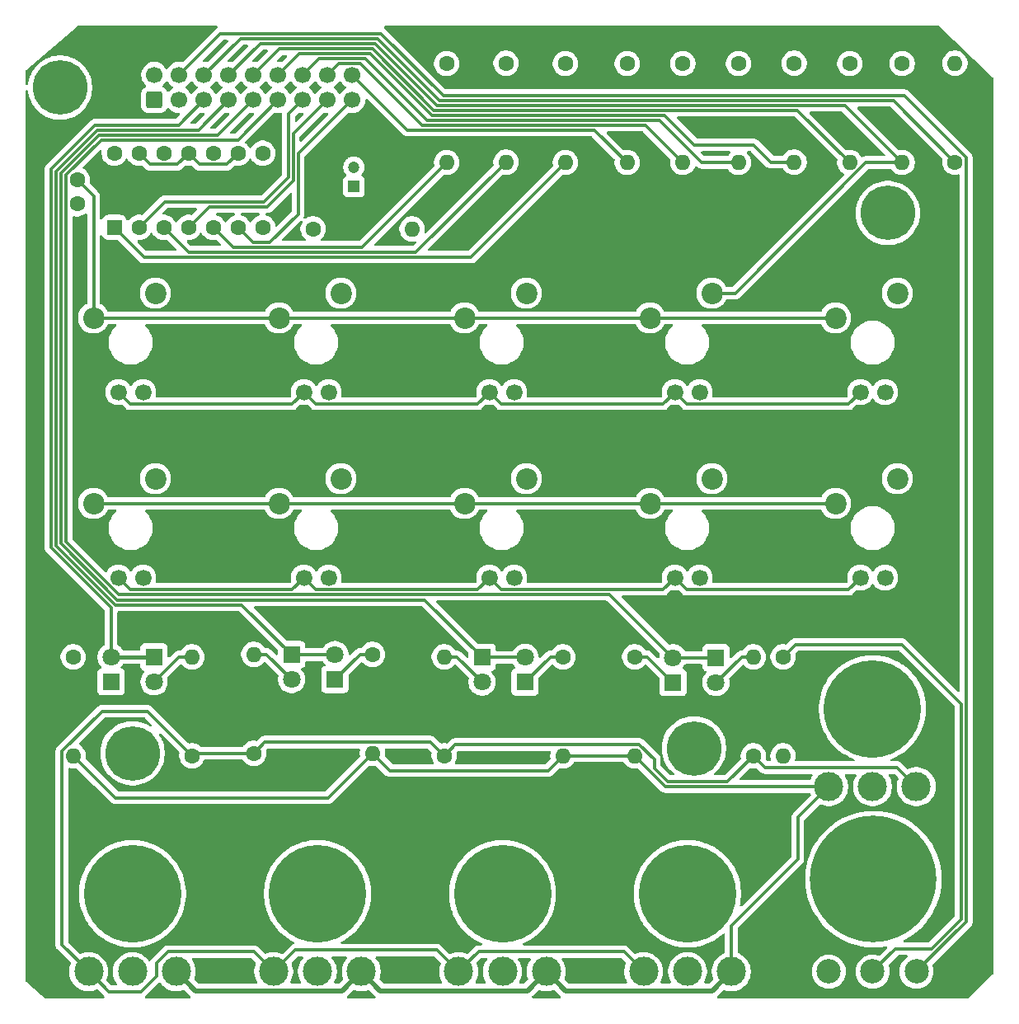
<source format=gtl>
G04 #@! TF.GenerationSoftware,KiCad,Pcbnew,9.0.0*
G04 #@! TF.CreationDate,2025-06-15T15:41:00+02:00*
G04 #@! TF.ProjectId,8-bit computer_Keypad_Module_Right,382d6269-7420-4636-9f6d-70757465725f,rev?*
G04 #@! TF.SameCoordinates,Original*
G04 #@! TF.FileFunction,Copper,L1,Top*
G04 #@! TF.FilePolarity,Positive*
%FSLAX46Y46*%
G04 Gerber Fmt 4.6, Leading zero omitted, Abs format (unit mm)*
G04 Created by KiCad (PCBNEW 9.0.0) date 2025-06-15 15:41:00*
%MOMM*%
%LPD*%
G01*
G04 APERTURE LIST*
G04 Aperture macros list*
%AMRoundRect*
0 Rectangle with rounded corners*
0 $1 Rounding radius*
0 $2 $3 $4 $5 $6 $7 $8 $9 X,Y pos of 4 corners*
0 Add a 4 corners polygon primitive as box body*
4,1,4,$2,$3,$4,$5,$6,$7,$8,$9,$2,$3,0*
0 Add four circle primitives for the rounded corners*
1,1,$1+$1,$2,$3*
1,1,$1+$1,$4,$5*
1,1,$1+$1,$6,$7*
1,1,$1+$1,$8,$9*
0 Add four rect primitives between the rounded corners*
20,1,$1+$1,$2,$3,$4,$5,0*
20,1,$1+$1,$4,$5,$6,$7,0*
20,1,$1+$1,$6,$7,$8,$9,0*
20,1,$1+$1,$8,$9,$2,$3,0*%
G04 Aperture macros list end*
G04 #@! TA.AperFunction,ComponentPad*
%ADD10C,10.000000*%
G04 #@! TD*
G04 #@! TA.AperFunction,ComponentPad*
%ADD11C,3.000000*%
G04 #@! TD*
G04 #@! TA.AperFunction,ComponentPad*
%ADD12C,1.600000*%
G04 #@! TD*
G04 #@! TA.AperFunction,ComponentPad*
%ADD13O,1.600000X1.600000*%
G04 #@! TD*
G04 #@! TA.AperFunction,ComponentPad*
%ADD14C,2.200000*%
G04 #@! TD*
G04 #@! TA.AperFunction,ComponentPad*
%ADD15C,1.690600*%
G04 #@! TD*
G04 #@! TA.AperFunction,ComponentPad*
%ADD16R,1.200000X1.200000*%
G04 #@! TD*
G04 #@! TA.AperFunction,ComponentPad*
%ADD17C,1.200000*%
G04 #@! TD*
G04 #@! TA.AperFunction,ComponentPad*
%ADD18R,1.800000X1.800000*%
G04 #@! TD*
G04 #@! TA.AperFunction,ComponentPad*
%ADD19C,1.800000*%
G04 #@! TD*
G04 #@! TA.AperFunction,ComponentPad*
%ADD20C,5.600000*%
G04 #@! TD*
G04 #@! TA.AperFunction,ComponentPad*
%ADD21C,13.000000*%
G04 #@! TD*
G04 #@! TA.AperFunction,ComponentPad*
%ADD22C,2.500000*%
G04 #@! TD*
G04 #@! TA.AperFunction,ComponentPad*
%ADD23RoundRect,0.250000X0.600000X-0.600000X0.600000X0.600000X-0.600000X0.600000X-0.600000X-0.600000X0*%
G04 #@! TD*
G04 #@! TA.AperFunction,ComponentPad*
%ADD24C,1.700000*%
G04 #@! TD*
G04 #@! TA.AperFunction,ComponentPad*
%ADD25RoundRect,0.250000X0.550000X-0.550000X0.550000X0.550000X-0.550000X0.550000X-0.550000X-0.550000X0*%
G04 #@! TD*
G04 #@! TA.AperFunction,Conductor*
%ADD26C,0.300000*%
G04 #@! TD*
G04 #@! TA.AperFunction,Conductor*
%ADD27C,0.500000*%
G04 #@! TD*
G04 #@! TA.AperFunction,Conductor*
%ADD28C,0.400000*%
G04 #@! TD*
G04 #@! TA.AperFunction,Conductor*
%ADD29C,0.700000*%
G04 #@! TD*
G04 APERTURE END LIST*
D10*
X102864500Y-129745000D03*
D11*
X98364500Y-137745000D03*
X102864500Y-137745000D03*
X107364500Y-137745000D03*
D12*
X97180400Y-56402600D03*
X97180400Y-58902600D03*
X181914800Y-44495591D03*
D13*
X181914800Y-54655591D03*
D12*
X135128000Y-44495591D03*
D13*
X135128000Y-54655591D03*
D14*
X136969500Y-70612000D03*
X143319500Y-68072000D03*
D15*
X139509500Y-78232000D03*
X142049500Y-78232000D03*
D12*
X170815000Y-44450000D03*
D13*
X170815000Y-54610000D03*
D16*
X125603000Y-57118000D03*
D17*
X125603000Y-55118000D03*
D14*
X117919500Y-89662000D03*
X124269500Y-87122000D03*
D15*
X120459500Y-97282000D03*
X122999500Y-97282000D03*
D18*
X143184806Y-108015182D03*
D19*
X143184806Y-105475182D03*
D14*
X156019500Y-89662000D03*
X162369500Y-87122000D03*
D15*
X158559500Y-97282000D03*
X161099500Y-97282000D03*
D14*
X156019500Y-70612000D03*
X162369500Y-68072000D03*
D15*
X158559500Y-78232000D03*
X161099500Y-78232000D03*
D12*
X96774000Y-105410000D03*
D13*
X96774000Y-115570000D03*
D12*
X153670000Y-44495591D03*
D13*
X153670000Y-54655591D03*
D12*
X147320000Y-44495591D03*
D13*
X147320000Y-54655591D03*
D12*
X108966000Y-115570000D03*
D13*
X108966000Y-105410000D03*
D10*
X121864500Y-129745000D03*
D11*
X117364500Y-137745000D03*
X121864500Y-137745000D03*
X126364500Y-137745000D03*
D12*
X141224000Y-44450000D03*
D13*
X141224000Y-54610000D03*
D10*
X140864500Y-129745000D03*
D11*
X136364500Y-137745000D03*
X140864500Y-137745000D03*
X145364500Y-137745000D03*
D18*
X105084500Y-105440182D03*
D19*
X105084500Y-107980182D03*
D10*
X178858300Y-110745000D03*
D11*
X174358300Y-118745000D03*
X178858300Y-118745000D03*
X183358300Y-118745000D03*
D12*
X176530000Y-44495591D03*
D13*
X176530000Y-54655591D03*
D20*
X95427800Y-46964600D03*
D12*
X147066000Y-105410000D03*
D13*
X147066000Y-115570000D03*
D21*
X178961106Y-128243000D03*
D22*
X174366800Y-137743000D03*
X178866800Y-137743000D03*
X183366800Y-137743000D03*
D18*
X138764500Y-105475182D03*
D19*
X138764500Y-108015182D03*
D12*
X154432000Y-105410000D03*
D13*
X154432000Y-115570000D03*
D12*
X115316000Y-115316000D03*
D13*
X115316000Y-105156000D03*
D10*
X159864500Y-129745000D03*
D11*
X155364500Y-137745000D03*
X159864500Y-137745000D03*
X164364500Y-137745000D03*
D12*
X121412000Y-61468000D03*
D13*
X131572000Y-61468000D03*
D18*
X123654485Y-107735782D03*
D19*
X123654485Y-105195782D03*
D12*
X159385000Y-44495591D03*
D13*
X159385000Y-54655591D03*
D18*
X119209485Y-105195782D03*
D19*
X119209485Y-107735782D03*
D18*
X100669194Y-107980182D03*
D19*
X100669194Y-105440182D03*
D20*
X160528000Y-114808000D03*
D12*
X165100000Y-44495591D03*
D13*
X165100000Y-54655591D03*
D18*
X162784295Y-105505000D03*
D19*
X162784295Y-108045000D03*
D23*
X105105200Y-48209200D03*
D24*
X105105200Y-45669200D03*
X107645200Y-48209200D03*
X107645201Y-45669200D03*
X110185200Y-48209200D03*
X110185200Y-45669200D03*
X112725200Y-48209200D03*
X112725201Y-45669200D03*
X115265200Y-48209200D03*
X115265200Y-45669200D03*
X117805200Y-48209200D03*
X117805201Y-45669200D03*
X120345200Y-48209200D03*
X120345200Y-45669200D03*
X122885200Y-48209200D03*
X122885201Y-45669200D03*
X125425200Y-48209200D03*
X125425200Y-45669199D03*
D12*
X169672000Y-105410000D03*
D13*
X169672000Y-115570000D03*
D18*
X158373989Y-108045000D03*
D19*
X158373989Y-105505000D03*
D14*
X98869500Y-89662000D03*
X105219500Y-87122000D03*
D15*
X101409500Y-97282000D03*
X103949500Y-97282000D03*
D14*
X98869500Y-70612000D03*
X105219500Y-68072000D03*
D15*
X101409500Y-78232000D03*
X103949500Y-78232000D03*
D25*
X100990400Y-61315600D03*
D12*
X103530400Y-61315600D03*
X106070400Y-61315600D03*
X108610400Y-61315600D03*
X111150400Y-61315600D03*
X113690400Y-61315600D03*
X116230400Y-61315600D03*
X116230400Y-53695600D03*
X113690401Y-53695600D03*
X111150400Y-53695600D03*
X108610401Y-53695600D03*
X106070400Y-53695600D03*
X103530401Y-53695600D03*
X100990400Y-53695600D03*
D20*
X102870000Y-115316000D03*
D12*
X166624000Y-115570000D03*
D13*
X166624000Y-105410000D03*
D14*
X136969500Y-89662000D03*
X143319500Y-87122000D03*
D15*
X139509500Y-97282000D03*
X142049500Y-97282000D03*
D12*
X187325000Y-54610000D03*
D13*
X187325000Y-44450000D03*
D14*
X117919500Y-70612000D03*
X124269500Y-68072000D03*
D15*
X120459500Y-78232000D03*
X122999500Y-78232000D03*
D12*
X134874000Y-115570000D03*
D13*
X134874000Y-105410000D03*
D14*
X175069500Y-70612000D03*
X181419500Y-68072000D03*
D15*
X177609500Y-78232000D03*
X180149500Y-78232000D03*
D12*
X127508000Y-105156000D03*
D13*
X127508000Y-115316000D03*
D20*
X180441600Y-59842400D03*
D14*
X175069500Y-89662000D03*
X181419500Y-87122000D03*
D15*
X177609500Y-97282000D03*
X180149500Y-97282000D03*
D26*
X156464000Y-115974240D02*
X156464000Y-116893480D01*
X98364500Y-137745000D02*
X95623000Y-135003500D01*
X134874000Y-115570000D02*
X136025000Y-114419000D01*
X134874000Y-115570000D02*
X133469000Y-114165000D01*
X183358300Y-118745000D02*
X181413300Y-116800000D01*
X98869500Y-58091700D02*
X97180400Y-56402600D01*
X95623000Y-135003500D02*
X95623000Y-115093240D01*
X136969500Y-89662000D02*
X156019500Y-89662000D01*
X117919500Y-70612000D02*
X136969500Y-70612000D01*
X106514947Y-135694000D02*
X115313500Y-135694000D01*
X117364500Y-137745000D02*
X119564500Y-135545000D01*
X175069500Y-70612000D02*
X156019500Y-70612000D01*
X116467000Y-114165000D02*
X115316000Y-115316000D01*
X175069500Y-89662000D02*
X156019500Y-89662000D01*
X98869500Y-70612000D02*
X98869500Y-58091700D01*
X105313500Y-136895447D02*
X106514947Y-135694000D01*
X153313500Y-135694000D02*
X155364500Y-137745000D01*
X167854000Y-116800000D02*
X166624000Y-115570000D01*
X133469000Y-114165000D02*
X116467000Y-114165000D01*
X105313500Y-138196553D02*
X105313500Y-136895447D01*
X109220000Y-115316000D02*
X108966000Y-115570000D01*
X136364500Y-137745000D02*
X138415500Y-135694000D01*
X136025000Y-114419000D02*
X154908760Y-114419000D01*
X99718240Y-110998000D02*
X104394000Y-110998000D01*
X115313500Y-135694000D02*
X117364500Y-137745000D01*
X115316000Y-115316000D02*
X109220000Y-115316000D01*
X98364500Y-137745000D02*
X100415500Y-139796000D01*
X95623000Y-115093240D02*
X99718240Y-110998000D01*
X157814520Y-118244000D02*
X163950000Y-118244000D01*
X103714053Y-139796000D02*
X105313500Y-138196553D01*
X138415500Y-135694000D02*
X153313500Y-135694000D01*
X134164500Y-135545000D02*
X136364500Y-137745000D01*
X156464000Y-116893480D02*
X157814520Y-118244000D01*
X154908760Y-114419000D02*
X156464000Y-115974240D01*
X98869500Y-70612000D02*
X117919500Y-70612000D01*
X136969500Y-70612000D02*
X156019500Y-70612000D01*
X100415500Y-139796000D02*
X103714053Y-139796000D01*
X163950000Y-118244000D02*
X166624000Y-115570000D01*
X119564500Y-135545000D02*
X134164500Y-135545000D01*
X181413300Y-116800000D02*
X167854000Y-116800000D01*
X117919500Y-89662000D02*
X136969500Y-89662000D01*
X98869500Y-89662000D02*
X117919500Y-89662000D01*
X104394000Y-110998000D02*
X108966000Y-115570000D01*
X131064001Y-51308000D02*
X150322409Y-51308000D01*
X150322409Y-51308000D02*
X153670000Y-54655591D01*
X125425200Y-45669199D02*
X131064001Y-51308000D01*
X158559500Y-78232000D02*
X157363200Y-79428300D01*
X121655800Y-79428300D02*
X120459500Y-78232000D01*
X177609500Y-78232000D02*
X176413200Y-79428300D01*
X139509500Y-78232000D02*
X138313200Y-79428300D01*
X102605800Y-79428300D02*
X101409500Y-78232000D01*
X101409500Y-97282000D02*
X102605800Y-98478300D01*
X138313200Y-98478300D02*
X139509500Y-97282000D01*
X158559500Y-97282000D02*
X159755800Y-98478300D01*
X102605800Y-98478300D02*
X119263200Y-98478300D01*
X138313200Y-79428300D02*
X121655800Y-79428300D01*
X121655800Y-98478300D02*
X138313200Y-98478300D01*
X139509500Y-97282000D02*
X140705800Y-98478300D01*
X157363200Y-79428300D02*
X140705800Y-79428300D01*
X140705800Y-98478300D02*
X157363200Y-98478300D01*
X119263200Y-79428300D02*
X102605800Y-79428300D01*
X120459500Y-97282000D02*
X121655800Y-98478300D01*
X159755800Y-79428300D02*
X158559500Y-78232000D01*
X159755800Y-98478300D02*
X176413200Y-98478300D01*
X120459500Y-78232000D02*
X119263200Y-79428300D01*
X176413200Y-98478300D02*
X177609500Y-97282000D01*
X119263200Y-98478300D02*
X120459500Y-97282000D01*
X176413200Y-79428300D02*
X159755800Y-79428300D01*
X140705800Y-79428300D02*
X139509500Y-78232000D01*
X157363200Y-98478300D02*
X158559500Y-97282000D01*
X113944400Y-41910000D02*
X128016000Y-41910000D01*
X180996000Y-48281000D02*
X187325000Y-54610000D01*
X128016000Y-41910000D02*
X134387000Y-48281000D01*
X134387000Y-48281000D02*
X180996000Y-48281000D01*
X110185200Y-45669200D02*
X113944400Y-41910000D01*
X115265200Y-45669200D02*
X117969201Y-42965199D01*
X127493720Y-42965199D02*
X133811521Y-49283000D01*
X133811521Y-49283000D02*
X171157409Y-49283000D01*
X117969201Y-42965199D02*
X127493720Y-42965199D01*
X171157409Y-49283000D02*
X176530000Y-54655591D01*
X154432000Y-115570000D02*
X157607000Y-118745000D01*
D27*
X164364500Y-137745000D02*
X162413500Y-139696000D01*
D26*
X164364500Y-137745000D02*
X164364500Y-133009107D01*
D27*
X145364500Y-137745000D02*
X143413500Y-139696000D01*
X109315500Y-139696000D02*
X107364500Y-137745000D01*
D26*
X145542000Y-117094000D02*
X147066000Y-115570000D01*
X122936000Y-119888000D02*
X127508000Y-115316000D01*
X157607000Y-118745000D02*
X174358300Y-118745000D01*
X147066000Y-115570000D02*
X154432000Y-115570000D01*
X101092000Y-119888000D02*
X122936000Y-119888000D01*
X129286000Y-117094000D02*
X145542000Y-117094000D01*
X112539401Y-54846600D02*
X113690401Y-53695600D01*
X103530401Y-53695600D02*
X104681401Y-54846600D01*
D27*
X128315500Y-139696000D02*
X126364500Y-137745000D01*
D26*
X171196000Y-126177607D02*
X171196000Y-121907300D01*
D27*
X143413500Y-139696000D02*
X128315500Y-139696000D01*
D26*
X171196000Y-121907300D02*
X174358300Y-118745000D01*
D27*
X162413500Y-139696000D02*
X147315500Y-139696000D01*
D26*
X109761401Y-54846600D02*
X112539401Y-54846600D01*
X108610401Y-53695600D02*
X109761401Y-54846600D01*
X107459401Y-54846600D02*
X108610401Y-53695600D01*
X127508000Y-115316000D02*
X129286000Y-117094000D01*
D27*
X124413500Y-139696000D02*
X109315500Y-139696000D01*
D26*
X104681401Y-54846600D02*
X107459401Y-54846600D01*
D27*
X126364500Y-137745000D02*
X124413500Y-139696000D01*
D26*
X96774000Y-115570000D02*
X101092000Y-119888000D01*
X164364500Y-133009107D02*
X171196000Y-126177607D01*
D27*
X147315500Y-139696000D02*
X145364500Y-137745000D01*
D26*
X107654682Y-105410000D02*
X105084500Y-107980182D01*
X108966000Y-105410000D02*
X107654682Y-105410000D01*
X100669194Y-100359079D02*
X94488000Y-94177884D01*
X99029679Y-50800000D02*
X107594400Y-50800000D01*
X94488000Y-94177884D02*
X94488000Y-55341679D01*
X94488000Y-55341679D02*
X99029679Y-50800000D01*
X100669194Y-105440182D02*
X100669194Y-100359079D01*
D28*
X105084500Y-105440182D02*
X100669194Y-105440182D01*
D26*
X107594400Y-50800000D02*
X110185200Y-48209200D01*
X94996000Y-93977364D02*
X94996000Y-55542199D01*
X101094636Y-100076000D02*
X94996000Y-93977364D01*
X119209485Y-105195782D02*
X114089703Y-100076000D01*
X94996000Y-55542199D02*
X99230199Y-51308000D01*
X99230199Y-51308000D02*
X109626400Y-51308000D01*
X114089703Y-100076000D02*
X101094636Y-100076000D01*
X123654485Y-105195782D02*
X119209485Y-105195782D01*
X109626400Y-51308000D02*
X112725200Y-48209200D01*
X115316000Y-105156000D02*
X116629703Y-105156000D01*
X116629703Y-105156000D02*
X119209485Y-107735782D01*
X127508000Y-105156000D02*
X126234267Y-105156000D01*
X126234267Y-105156000D02*
X123654485Y-107735782D01*
X132857318Y-99568000D02*
X138764500Y-105475182D01*
X95504000Y-93776844D02*
X101295156Y-99568000D01*
X99423719Y-51823000D02*
X95504000Y-55742719D01*
X115265200Y-48209200D02*
X111651400Y-51823000D01*
X138764500Y-105475182D02*
X143184806Y-105475182D01*
X111651400Y-51823000D02*
X99423719Y-51823000D01*
X101295156Y-99568000D02*
X132857318Y-99568000D01*
X95504000Y-55742719D02*
X95504000Y-93776844D01*
X145789988Y-105410000D02*
X143184806Y-108015182D01*
X147066000Y-105410000D02*
X145789988Y-105410000D01*
X99631240Y-52324000D02*
X113690400Y-52324000D01*
X158373989Y-105505000D02*
X151848289Y-98979300D01*
X96029400Y-93593724D02*
X96029400Y-55925840D01*
X113690400Y-52324000D02*
X117805200Y-48209200D01*
X158373989Y-105505000D02*
X162784295Y-105505000D01*
X101414976Y-98979300D02*
X96029400Y-93593724D01*
X151848289Y-98979300D02*
X101414976Y-98979300D01*
X96029400Y-55925840D02*
X99631240Y-52324000D01*
X154432000Y-105410000D02*
X155738989Y-105410000D01*
X155738989Y-105410000D02*
X158373989Y-108045000D01*
X187960000Y-132334000D02*
X184912000Y-135382000D01*
X170942000Y-104140000D02*
X181864000Y-104140000D01*
X169672000Y-105410000D02*
X170942000Y-104140000D01*
X181227800Y-135382000D02*
X178866800Y-137743000D01*
X181864000Y-104140000D02*
X187960000Y-110236000D01*
X187960000Y-110236000D02*
X187960000Y-132334000D01*
X184912000Y-135382000D02*
X181227800Y-135382000D01*
X136159318Y-105410000D02*
X138764500Y-108015182D01*
X134874000Y-105410000D02*
X136159318Y-105410000D01*
X165419295Y-105410000D02*
X162784295Y-108045000D01*
D29*
X162785477Y-108046182D02*
X162784295Y-108045000D01*
D26*
X166624000Y-105410000D02*
X165419295Y-105410000D01*
X120345200Y-45669200D02*
X122047201Y-43967199D01*
X122047201Y-43967199D02*
X126771199Y-43967199D01*
X156979000Y-50299000D02*
X161335591Y-54655591D01*
X126771199Y-43967199D02*
X133103000Y-50299000D01*
X161335591Y-54655591D02*
X165100000Y-54655591D01*
X133103000Y-50299000D02*
X156979000Y-50299000D01*
X104042800Y-64368000D02*
X100990400Y-61315600D01*
X147320000Y-54655591D02*
X137607591Y-64368000D01*
X137607591Y-64368000D02*
X104042800Y-64368000D01*
X113200800Y-63366000D02*
X111150400Y-61315600D01*
X126417591Y-63366000D02*
X113200800Y-63366000D01*
X135128000Y-54655591D02*
X126417591Y-63366000D01*
X134126000Y-48782000D02*
X176041209Y-48782000D01*
X115976401Y-42418000D02*
X127762000Y-42418000D01*
X131967000Y-63867000D02*
X108621800Y-63867000D01*
X176041209Y-48782000D02*
X181914800Y-54655591D01*
X141224000Y-54610000D02*
X131967000Y-63867000D01*
X112725201Y-45669200D02*
X115976401Y-42418000D01*
X162369500Y-68072000D02*
X164741351Y-68072000D01*
X127762000Y-42418000D02*
X134126000Y-48782000D01*
X164741351Y-68072000D02*
X178157760Y-54655591D01*
X108621800Y-63867000D02*
X106070400Y-61315600D01*
X178157760Y-54655591D02*
X181914800Y-54655591D01*
X120008202Y-43466199D02*
X127286199Y-43466199D01*
X127286199Y-43466199D02*
X133604000Y-49784000D01*
X160528000Y-52832000D02*
X166624000Y-52832000D01*
X168402000Y-54610000D02*
X170815000Y-54610000D01*
X133604000Y-49784000D02*
X157480000Y-49784000D01*
X157480000Y-49784000D02*
X160528000Y-52832000D01*
X166624000Y-52832000D02*
X168402000Y-54610000D01*
X117805201Y-45669200D02*
X120008202Y-43466199D01*
X126256199Y-44468199D02*
X132588000Y-50800000D01*
X124086202Y-44468199D02*
X126256199Y-44468199D01*
X132588000Y-50800000D02*
X155529409Y-50800000D01*
X155529409Y-50800000D02*
X159385000Y-54655591D01*
X122885201Y-45669200D02*
X124086202Y-44468199D01*
X188476000Y-54133240D02*
X188476000Y-132633500D01*
X182122760Y-47780000D02*
X188476000Y-54133240D01*
X134775000Y-47780000D02*
X182122760Y-47780000D01*
X188476000Y-132633500D02*
X183364500Y-137745000D01*
X128404000Y-41409000D02*
X134775000Y-47780000D01*
X111905401Y-41409000D02*
X128404000Y-41409000D01*
X107645201Y-45669200D02*
X111905401Y-41409000D01*
X110744000Y-59182000D02*
X116713000Y-59182000D01*
X119380000Y-51714400D02*
X122885200Y-48209200D01*
X119380000Y-56515000D02*
X119380000Y-51714400D01*
X108610400Y-61315600D02*
X110744000Y-59182000D01*
X116713000Y-59182000D02*
X119380000Y-56515000D01*
X119888000Y-53746400D02*
X119888000Y-59944000D01*
X119888000Y-59944000D02*
X116967000Y-62865000D01*
X116967000Y-62865000D02*
X115239800Y-62865000D01*
X115239800Y-62865000D02*
X113690400Y-61315600D01*
X125425200Y-48209200D02*
X119888000Y-53746400D01*
X118879000Y-56180480D02*
X116378479Y-58681000D01*
X118879000Y-49675400D02*
X118879000Y-56180480D01*
X120345200Y-48209200D02*
X118879000Y-49675400D01*
X106165000Y-58681000D02*
X103530400Y-61315600D01*
X116378479Y-58681000D02*
X106165000Y-58681000D01*
G04 #@! TA.AperFunction,NonConductor*
G36*
X118706433Y-43635384D02*
G01*
X118752188Y-43688188D01*
X118762132Y-43757346D01*
X118733107Y-43820902D01*
X118727075Y-43827380D01*
X118235911Y-44318542D01*
X118174588Y-44352027D01*
X118126446Y-44351515D01*
X118126256Y-44352716D01*
X118021312Y-44336094D01*
X117911488Y-44318700D01*
X117835007Y-44318700D01*
X117767968Y-44299015D01*
X117722213Y-44246211D01*
X117712269Y-44177053D01*
X117741294Y-44113497D01*
X117747326Y-44107019D01*
X117876958Y-43977388D01*
X118202328Y-43652018D01*
X118263651Y-43618533D01*
X118290009Y-43615699D01*
X118639394Y-43615699D01*
X118706433Y-43635384D01*
G37*
G04 #@! TD.AperFunction*
G04 #@! TA.AperFunction,NonConductor*
G36*
X116713631Y-43088185D02*
G01*
X116759386Y-43140989D01*
X116769330Y-43210147D01*
X116740305Y-43273703D01*
X116734273Y-43280181D01*
X115695910Y-44318542D01*
X115634587Y-44352027D01*
X115586445Y-44351515D01*
X115586255Y-44352716D01*
X115481311Y-44336094D01*
X115371487Y-44318700D01*
X115295007Y-44318700D01*
X115227968Y-44299015D01*
X115182213Y-44246211D01*
X115172269Y-44177053D01*
X115201294Y-44113497D01*
X115207326Y-44107019D01*
X115618459Y-43695887D01*
X116209527Y-43104819D01*
X116270850Y-43071334D01*
X116297208Y-43068500D01*
X116646592Y-43068500D01*
X116713631Y-43088185D01*
G37*
G04 #@! TD.AperFunction*
G04 #@! TA.AperFunction,NonConductor*
G36*
X114681633Y-42580185D02*
G01*
X114727388Y-42632989D01*
X114737332Y-42702147D01*
X114708307Y-42765703D01*
X114702275Y-42772181D01*
X113155911Y-44318542D01*
X113094588Y-44352027D01*
X113046446Y-44351515D01*
X113046256Y-44352716D01*
X112941312Y-44336094D01*
X112831488Y-44318700D01*
X112755007Y-44318700D01*
X112687968Y-44299015D01*
X112642213Y-44246211D01*
X112632269Y-44177053D01*
X112661294Y-44113497D01*
X112667326Y-44107019D01*
X113391040Y-43383306D01*
X114177527Y-42596819D01*
X114238850Y-42563334D01*
X114265208Y-42560500D01*
X114614594Y-42560500D01*
X114681633Y-42580185D01*
G37*
G04 #@! TD.AperFunction*
G04 #@! TA.AperFunction,NonConductor*
G36*
X112642631Y-42079185D02*
G01*
X112688386Y-42131989D01*
X112698330Y-42201147D01*
X112669305Y-42264703D01*
X112663273Y-42271181D01*
X110615910Y-44318542D01*
X110554587Y-44352027D01*
X110506445Y-44351515D01*
X110506255Y-44352716D01*
X110401311Y-44336094D01*
X110291487Y-44318700D01*
X110215008Y-44318700D01*
X110147969Y-44299015D01*
X110102214Y-44246211D01*
X110092270Y-44177053D01*
X110121295Y-44113497D01*
X110127327Y-44107019D01*
X111039256Y-43195091D01*
X112138528Y-42095819D01*
X112199851Y-42062334D01*
X112226209Y-42059500D01*
X112575592Y-42059500D01*
X112642631Y-42079185D01*
G37*
G04 #@! TD.AperFunction*
G04 #@! TA.AperFunction,NonConductor*
G36*
X106446640Y-46323196D02*
G01*
X106485684Y-46368252D01*
X106490150Y-46377017D01*
X106615091Y-46548986D01*
X106765414Y-46699309D01*
X106937380Y-46824248D01*
X106937382Y-46824249D01*
X106937385Y-46824251D01*
X106946143Y-46828713D01*
X106996940Y-46876687D01*
X107013736Y-46944507D01*
X106991200Y-47010643D01*
X106946153Y-47049680D01*
X106937381Y-47054150D01*
X106765413Y-47179090D01*
X106615094Y-47329409D01*
X106615085Y-47329419D01*
X106611530Y-47334313D01*
X106556197Y-47376975D01*
X106486583Y-47382948D01*
X106424791Y-47350337D01*
X106393512Y-47300423D01*
X106390015Y-47289870D01*
X106390014Y-47289866D01*
X106297912Y-47140544D01*
X106173856Y-47016488D01*
X106057156Y-46944507D01*
X106024536Y-46924387D01*
X106024525Y-46924382D01*
X106013973Y-46920886D01*
X105956528Y-46881113D01*
X105929706Y-46816597D01*
X105942022Y-46747821D01*
X105980103Y-46702856D01*
X105984988Y-46699307D01*
X105984988Y-46699306D01*
X105984992Y-46699304D01*
X106135304Y-46548992D01*
X106135306Y-46548988D01*
X106135309Y-46548986D01*
X106260248Y-46377021D01*
X106260251Y-46377016D01*
X106264713Y-46368256D01*
X106312684Y-46317460D01*
X106380504Y-46300662D01*
X106446640Y-46323196D01*
G37*
G04 #@! TD.AperFunction*
G04 #@! TA.AperFunction,NonConductor*
G36*
X124226641Y-46323198D02*
G01*
X124265682Y-46368250D01*
X124270148Y-46377015D01*
X124395090Y-46548985D01*
X124545413Y-46699308D01*
X124717379Y-46824247D01*
X124717381Y-46824248D01*
X124717384Y-46824250D01*
X124726145Y-46828713D01*
X124776941Y-46876687D01*
X124793737Y-46944507D01*
X124771201Y-47010643D01*
X124726150Y-47049681D01*
X124717387Y-47054146D01*
X124717384Y-47054148D01*
X124545413Y-47179090D01*
X124395090Y-47329413D01*
X124270149Y-47501382D01*
X124265684Y-47510146D01*
X124217709Y-47560942D01*
X124149888Y-47577736D01*
X124083753Y-47555198D01*
X124044716Y-47510146D01*
X124040250Y-47501382D01*
X123915309Y-47329413D01*
X123764986Y-47179090D01*
X123593017Y-47054149D01*
X123584254Y-47049684D01*
X123533458Y-47001709D01*
X123516664Y-46933888D01*
X123539202Y-46867753D01*
X123584255Y-46828715D01*
X123593017Y-46824251D01*
X123623014Y-46802457D01*
X123764987Y-46699309D01*
X123764989Y-46699306D01*
X123764993Y-46699304D01*
X123915305Y-46548992D01*
X123915307Y-46548988D01*
X123915310Y-46548986D01*
X124040249Y-46377020D01*
X124040251Y-46377017D01*
X124040252Y-46377016D01*
X124044713Y-46368258D01*
X124092684Y-46317462D01*
X124160504Y-46300664D01*
X124226641Y-46323198D01*
G37*
G04 #@! TD.AperFunction*
G04 #@! TA.AperFunction,NonConductor*
G36*
X121686640Y-46323196D02*
G01*
X121725684Y-46368252D01*
X121730150Y-46377017D01*
X121855091Y-46548986D01*
X122005414Y-46699309D01*
X122177380Y-46824248D01*
X122177382Y-46824249D01*
X122177385Y-46824251D01*
X122186143Y-46828713D01*
X122236940Y-46876687D01*
X122253736Y-46944507D01*
X122231200Y-47010643D01*
X122186153Y-47049680D01*
X122177381Y-47054150D01*
X122005413Y-47179090D01*
X121855090Y-47329413D01*
X121730149Y-47501382D01*
X121725684Y-47510146D01*
X121677709Y-47560942D01*
X121609888Y-47577736D01*
X121543753Y-47555198D01*
X121504716Y-47510146D01*
X121500250Y-47501382D01*
X121375309Y-47329413D01*
X121224986Y-47179090D01*
X121053020Y-47054151D01*
X121052315Y-47053791D01*
X121044254Y-47049685D01*
X120993459Y-47001712D01*
X120976663Y-46933892D01*
X120999199Y-46867756D01*
X121044254Y-46828715D01*
X121053016Y-46824251D01*
X121083013Y-46802457D01*
X121224986Y-46699309D01*
X121224988Y-46699306D01*
X121224992Y-46699304D01*
X121375304Y-46548992D01*
X121375306Y-46548988D01*
X121375309Y-46548986D01*
X121500248Y-46377021D01*
X121500251Y-46377016D01*
X121504713Y-46368256D01*
X121552684Y-46317460D01*
X121620504Y-46300662D01*
X121686640Y-46323196D01*
G37*
G04 #@! TD.AperFunction*
G04 #@! TA.AperFunction,NonConductor*
G36*
X119146641Y-46323198D02*
G01*
X119185684Y-46368254D01*
X119190149Y-46377017D01*
X119315090Y-46548986D01*
X119465413Y-46699309D01*
X119637382Y-46824250D01*
X119646146Y-46828716D01*
X119696942Y-46876691D01*
X119713736Y-46944512D01*
X119691198Y-47010647D01*
X119646146Y-47049684D01*
X119637382Y-47054149D01*
X119465413Y-47179090D01*
X119315090Y-47329413D01*
X119190149Y-47501382D01*
X119185684Y-47510146D01*
X119137709Y-47560942D01*
X119069888Y-47577736D01*
X119003753Y-47555198D01*
X118964716Y-47510146D01*
X118960250Y-47501382D01*
X118835309Y-47329413D01*
X118684986Y-47179090D01*
X118513017Y-47054149D01*
X118504254Y-47049684D01*
X118453458Y-47001709D01*
X118436664Y-46933888D01*
X118459202Y-46867753D01*
X118504255Y-46828715D01*
X118513017Y-46824251D01*
X118543014Y-46802457D01*
X118684987Y-46699309D01*
X118684989Y-46699306D01*
X118684993Y-46699304D01*
X118835305Y-46548992D01*
X118835307Y-46548988D01*
X118835310Y-46548986D01*
X118960249Y-46377020D01*
X118960251Y-46377017D01*
X118960252Y-46377016D01*
X118964713Y-46368258D01*
X119012684Y-46317462D01*
X119080504Y-46300664D01*
X119146641Y-46323198D01*
G37*
G04 #@! TD.AperFunction*
G04 #@! TA.AperFunction,NonConductor*
G36*
X116606640Y-46323196D02*
G01*
X116645684Y-46368252D01*
X116650150Y-46377017D01*
X116775091Y-46548986D01*
X116925414Y-46699309D01*
X117097380Y-46824248D01*
X117097382Y-46824249D01*
X117097385Y-46824251D01*
X117106143Y-46828713D01*
X117156940Y-46876687D01*
X117173736Y-46944507D01*
X117151200Y-47010643D01*
X117106153Y-47049680D01*
X117097381Y-47054150D01*
X116925413Y-47179090D01*
X116775090Y-47329413D01*
X116650149Y-47501382D01*
X116645684Y-47510146D01*
X116597709Y-47560942D01*
X116529888Y-47577736D01*
X116463753Y-47555198D01*
X116424716Y-47510146D01*
X116420250Y-47501382D01*
X116295309Y-47329413D01*
X116144986Y-47179090D01*
X115973020Y-47054151D01*
X115972315Y-47053791D01*
X115964254Y-47049685D01*
X115913459Y-47001712D01*
X115896663Y-46933892D01*
X115919199Y-46867756D01*
X115964254Y-46828715D01*
X115973016Y-46824251D01*
X116003013Y-46802457D01*
X116144986Y-46699309D01*
X116144988Y-46699306D01*
X116144992Y-46699304D01*
X116295304Y-46548992D01*
X116295306Y-46548988D01*
X116295309Y-46548986D01*
X116420248Y-46377021D01*
X116420251Y-46377016D01*
X116424713Y-46368256D01*
X116472684Y-46317460D01*
X116540504Y-46300662D01*
X116606640Y-46323196D01*
G37*
G04 #@! TD.AperFunction*
G04 #@! TA.AperFunction,NonConductor*
G36*
X114066641Y-46323198D02*
G01*
X114105684Y-46368254D01*
X114110149Y-46377017D01*
X114235090Y-46548986D01*
X114385413Y-46699309D01*
X114557382Y-46824250D01*
X114566146Y-46828716D01*
X114616942Y-46876691D01*
X114633736Y-46944512D01*
X114611198Y-47010647D01*
X114566146Y-47049684D01*
X114557382Y-47054149D01*
X114385413Y-47179090D01*
X114235090Y-47329413D01*
X114110149Y-47501382D01*
X114105684Y-47510146D01*
X114057709Y-47560942D01*
X113989888Y-47577736D01*
X113923753Y-47555198D01*
X113884716Y-47510146D01*
X113880250Y-47501382D01*
X113755309Y-47329413D01*
X113604986Y-47179090D01*
X113433017Y-47054149D01*
X113424254Y-47049684D01*
X113373458Y-47001709D01*
X113356664Y-46933888D01*
X113379202Y-46867753D01*
X113424255Y-46828715D01*
X113433017Y-46824251D01*
X113463014Y-46802457D01*
X113604987Y-46699309D01*
X113604989Y-46699306D01*
X113604993Y-46699304D01*
X113755305Y-46548992D01*
X113755307Y-46548988D01*
X113755310Y-46548986D01*
X113880249Y-46377020D01*
X113880251Y-46377017D01*
X113880252Y-46377016D01*
X113884713Y-46368258D01*
X113932684Y-46317462D01*
X114000504Y-46300664D01*
X114066641Y-46323198D01*
G37*
G04 #@! TD.AperFunction*
G04 #@! TA.AperFunction,NonConductor*
G36*
X111526640Y-46323196D02*
G01*
X111565684Y-46368252D01*
X111570150Y-46377017D01*
X111695091Y-46548986D01*
X111845414Y-46699309D01*
X112017380Y-46824248D01*
X112017382Y-46824249D01*
X112017385Y-46824251D01*
X112026143Y-46828713D01*
X112076940Y-46876687D01*
X112093736Y-46944507D01*
X112071200Y-47010643D01*
X112026153Y-47049680D01*
X112017381Y-47054150D01*
X111845413Y-47179090D01*
X111695090Y-47329413D01*
X111570149Y-47501382D01*
X111565684Y-47510146D01*
X111517709Y-47560942D01*
X111449888Y-47577736D01*
X111383753Y-47555198D01*
X111344716Y-47510146D01*
X111340250Y-47501382D01*
X111215309Y-47329413D01*
X111064986Y-47179090D01*
X110893020Y-47054151D01*
X110892315Y-47053791D01*
X110884254Y-47049685D01*
X110833459Y-47001712D01*
X110816663Y-46933892D01*
X110839199Y-46867756D01*
X110884254Y-46828715D01*
X110893016Y-46824251D01*
X110923013Y-46802457D01*
X111064986Y-46699309D01*
X111064988Y-46699306D01*
X111064992Y-46699304D01*
X111215304Y-46548992D01*
X111215306Y-46548988D01*
X111215309Y-46548986D01*
X111340248Y-46377021D01*
X111340251Y-46377016D01*
X111344713Y-46368256D01*
X111392684Y-46317460D01*
X111460504Y-46300662D01*
X111526640Y-46323196D01*
G37*
G04 #@! TD.AperFunction*
G04 #@! TA.AperFunction,NonConductor*
G36*
X108986641Y-46323198D02*
G01*
X109025684Y-46368254D01*
X109030149Y-46377017D01*
X109155090Y-46548986D01*
X109305413Y-46699309D01*
X109477382Y-46824250D01*
X109486146Y-46828716D01*
X109536942Y-46876691D01*
X109553736Y-46944512D01*
X109531198Y-47010647D01*
X109486146Y-47049684D01*
X109477382Y-47054149D01*
X109305413Y-47179090D01*
X109155090Y-47329413D01*
X109030149Y-47501382D01*
X109025684Y-47510146D01*
X108977709Y-47560942D01*
X108909888Y-47577736D01*
X108843753Y-47555198D01*
X108804716Y-47510146D01*
X108800250Y-47501382D01*
X108675309Y-47329413D01*
X108524986Y-47179090D01*
X108353017Y-47054149D01*
X108344254Y-47049684D01*
X108293458Y-47001709D01*
X108276664Y-46933888D01*
X108299202Y-46867753D01*
X108344255Y-46828715D01*
X108353017Y-46824251D01*
X108383014Y-46802457D01*
X108524987Y-46699309D01*
X108524989Y-46699306D01*
X108524993Y-46699304D01*
X108675305Y-46548992D01*
X108675307Y-46548988D01*
X108675310Y-46548986D01*
X108800249Y-46377020D01*
X108800251Y-46377017D01*
X108800252Y-46377016D01*
X108804713Y-46368258D01*
X108852684Y-46317462D01*
X108920504Y-46300664D01*
X108986641Y-46323198D01*
G37*
G04 #@! TD.AperFunction*
G04 #@! TA.AperFunction,NonConductor*
G36*
X120065292Y-49532201D02*
G01*
X120238913Y-49559700D01*
X120238914Y-49559700D01*
X120315391Y-49559700D01*
X120382430Y-49579385D01*
X120428185Y-49632189D01*
X120438129Y-49701347D01*
X120409104Y-49764903D01*
X120403072Y-49771381D01*
X119741181Y-50433272D01*
X119679858Y-50466757D01*
X119610166Y-50461773D01*
X119554233Y-50419901D01*
X119529816Y-50354437D01*
X119529500Y-50345591D01*
X119529500Y-49996207D01*
X119549185Y-49929168D01*
X119565815Y-49908530D01*
X119914488Y-49559856D01*
X119975811Y-49526372D01*
X120023954Y-49526888D01*
X120024145Y-49525684D01*
X120065292Y-49532201D01*
G37*
G04 #@! TD.AperFunction*
G04 #@! TA.AperFunction,NonConductor*
G36*
X109905292Y-49532201D02*
G01*
X110078913Y-49559700D01*
X110078914Y-49559700D01*
X110155391Y-49559700D01*
X110222430Y-49579385D01*
X110268185Y-49632189D01*
X110278129Y-49701347D01*
X110249104Y-49764903D01*
X110243072Y-49771381D01*
X109393273Y-50621181D01*
X109331950Y-50654666D01*
X109305592Y-50657500D01*
X108956208Y-50657500D01*
X108889169Y-50637815D01*
X108843414Y-50585011D01*
X108833470Y-50515853D01*
X108862495Y-50452297D01*
X108868527Y-50445819D01*
X109081034Y-50233312D01*
X109754489Y-49559855D01*
X109815810Y-49526372D01*
X109863954Y-49526885D01*
X109864145Y-49525684D01*
X109905292Y-49532201D01*
G37*
G04 #@! TD.AperFunction*
G04 #@! TA.AperFunction,NonConductor*
G36*
X112445292Y-49532201D02*
G01*
X112618913Y-49559700D01*
X112618914Y-49559700D01*
X112695391Y-49559700D01*
X112762430Y-49579385D01*
X112808185Y-49632189D01*
X112818129Y-49701347D01*
X112789104Y-49764903D01*
X112783072Y-49771381D01*
X111418273Y-51136181D01*
X111356950Y-51169666D01*
X111330592Y-51172500D01*
X110981208Y-51172500D01*
X110914169Y-51152815D01*
X110868414Y-51100011D01*
X110858470Y-51030853D01*
X110887495Y-50967297D01*
X110893527Y-50960819D01*
X111233165Y-50621181D01*
X112294489Y-49559855D01*
X112355810Y-49526372D01*
X112403954Y-49526885D01*
X112404145Y-49525684D01*
X112445292Y-49532201D01*
G37*
G04 #@! TD.AperFunction*
G04 #@! TA.AperFunction,NonConductor*
G36*
X114985292Y-49532201D02*
G01*
X115158913Y-49559700D01*
X115158914Y-49559700D01*
X115235391Y-49559700D01*
X115302430Y-49579385D01*
X115348185Y-49632189D01*
X115358129Y-49701347D01*
X115329104Y-49764903D01*
X115323072Y-49771381D01*
X113457273Y-51637181D01*
X113395950Y-51670666D01*
X113369592Y-51673500D01*
X113020208Y-51673500D01*
X112953169Y-51653815D01*
X112907414Y-51601011D01*
X112897470Y-51531853D01*
X112926495Y-51468297D01*
X112932527Y-51461819D01*
X113363493Y-51030853D01*
X114834489Y-49559855D01*
X114895810Y-49526372D01*
X114943954Y-49526885D01*
X114944145Y-49525684D01*
X114985292Y-49532201D01*
G37*
G04 #@! TD.AperFunction*
G04 #@! TA.AperFunction,NonConductor*
G36*
X122605292Y-49532201D02*
G01*
X122778913Y-49559700D01*
X122778914Y-49559700D01*
X122855391Y-49559700D01*
X122922430Y-49579385D01*
X122968185Y-49632189D01*
X122978129Y-49701347D01*
X122949104Y-49764903D01*
X122943072Y-49771381D01*
X120242181Y-52472272D01*
X120180858Y-52505757D01*
X120111166Y-52500773D01*
X120055233Y-52458901D01*
X120030816Y-52393437D01*
X120030500Y-52384591D01*
X120030500Y-52035207D01*
X120050185Y-51968168D01*
X120066814Y-51947531D01*
X122454489Y-49559855D01*
X122515810Y-49526372D01*
X122563954Y-49526885D01*
X122564145Y-49525684D01*
X122605292Y-49532201D01*
G37*
G04 #@! TD.AperFunction*
G04 #@! TA.AperFunction,NonConductor*
G36*
X164201583Y-53502185D02*
G01*
X164247338Y-53554989D01*
X164257282Y-53624147D01*
X164228257Y-53687703D01*
X164222225Y-53694181D01*
X164108034Y-53808371D01*
X164074351Y-53854733D01*
X164002246Y-53953977D01*
X163946918Y-53996642D01*
X163901929Y-54005091D01*
X161656399Y-54005091D01*
X161589360Y-53985406D01*
X161568718Y-53968772D01*
X161294127Y-53694181D01*
X161260642Y-53632858D01*
X161265626Y-53563166D01*
X161307498Y-53507233D01*
X161372962Y-53482816D01*
X161381808Y-53482500D01*
X164134544Y-53482500D01*
X164201583Y-53502185D01*
G37*
G04 #@! TD.AperFunction*
G04 #@! TA.AperFunction,NonConductor*
G36*
X175787440Y-49452185D02*
G01*
X175808082Y-49468819D01*
X180132673Y-53793410D01*
X180166158Y-53854733D01*
X180161174Y-53924425D01*
X180119302Y-53980358D01*
X180053838Y-54004775D01*
X180044992Y-54005091D01*
X178093689Y-54005091D01*
X177968020Y-54030088D01*
X177968013Y-54030090D01*
X177954743Y-54035587D01*
X177954684Y-54035612D01*
X177953833Y-54035965D01*
X177849634Y-54079125D01*
X177841584Y-54084503D01*
X177831252Y-54088970D01*
X177807290Y-54091918D01*
X177784248Y-54099130D01*
X177773237Y-54096107D01*
X177761905Y-54097502D01*
X177740151Y-54087026D01*
X177716870Y-54080636D01*
X177708891Y-54071972D01*
X177698954Y-54067187D01*
X177687880Y-54049158D01*
X177671565Y-54031443D01*
X177655612Y-54000134D01*
X177642287Y-53973981D01*
X177642286Y-53973979D01*
X177521971Y-53808377D01*
X177377213Y-53663619D01*
X177211613Y-53543306D01*
X177211612Y-53543305D01*
X177211610Y-53543304D01*
X177130910Y-53502185D01*
X177029223Y-53450372D01*
X176834534Y-53387113D01*
X176659995Y-53359469D01*
X176632352Y-53355091D01*
X176427648Y-53355091D01*
X176249886Y-53383245D01*
X176180593Y-53374290D01*
X176142808Y-53348453D01*
X172438536Y-49644181D01*
X172405051Y-49582858D01*
X172410035Y-49513166D01*
X172451907Y-49457233D01*
X172517371Y-49432816D01*
X172526217Y-49432500D01*
X175720401Y-49432500D01*
X175787440Y-49452185D01*
G37*
G04 #@! TD.AperFunction*
G04 #@! TA.AperFunction,NonConductor*
G36*
X117484046Y-49526305D02*
G01*
X117484145Y-49525684D01*
X117525292Y-49532201D01*
X117698913Y-49559700D01*
X117698914Y-49559700D01*
X117911485Y-49559700D01*
X117911487Y-49559700D01*
X118085104Y-49532201D01*
X118154395Y-49541155D01*
X118207847Y-49586151D01*
X118228487Y-49652903D01*
X118228500Y-49654674D01*
X118228500Y-55859671D01*
X118208815Y-55926710D01*
X118192181Y-55947352D01*
X116145352Y-57994181D01*
X116084029Y-58027666D01*
X116057671Y-58030500D01*
X106100929Y-58030500D01*
X106018289Y-58046938D01*
X105975849Y-58055381D01*
X105975546Y-58055441D01*
X105975255Y-58055499D01*
X105975254Y-58055499D01*
X105856876Y-58104532D01*
X105750326Y-58175726D01*
X103917590Y-60008462D01*
X103856267Y-60041947D01*
X103810511Y-60043254D01*
X103663121Y-60019910D01*
X103632752Y-60015100D01*
X103428048Y-60015100D01*
X103403729Y-60018951D01*
X103225865Y-60047122D01*
X103031176Y-60110381D01*
X102848786Y-60203315D01*
X102683186Y-60323628D01*
X102538432Y-60468382D01*
X102538428Y-60468387D01*
X102470378Y-60562051D01*
X102415048Y-60604717D01*
X102345435Y-60610696D01*
X102283640Y-60578090D01*
X102252354Y-60528170D01*
X102248371Y-60516150D01*
X102225214Y-60446266D01*
X102133112Y-60296944D01*
X102009056Y-60172888D01*
X101859734Y-60080786D01*
X101693197Y-60025601D01*
X101693195Y-60025600D01*
X101590410Y-60015100D01*
X100390398Y-60015100D01*
X100390381Y-60015101D01*
X100287603Y-60025600D01*
X100287600Y-60025601D01*
X100121068Y-60080785D01*
X100121063Y-60080787D01*
X99971742Y-60172889D01*
X99847689Y-60296942D01*
X99828991Y-60327257D01*
X99756818Y-60444270D01*
X99751795Y-60452413D01*
X99750286Y-60451482D01*
X99710210Y-60496998D01*
X99643016Y-60516150D01*
X99576135Y-60495934D01*
X99530800Y-60442769D01*
X99520000Y-60392154D01*
X99520000Y-58027628D01*
X99495002Y-57901961D01*
X99495001Y-57901960D01*
X99495001Y-57901956D01*
X99445965Y-57783573D01*
X99445964Y-57783572D01*
X99445961Y-57783566D01*
X99374777Y-57677032D01*
X99350345Y-57652600D01*
X99284169Y-57586424D01*
X98487537Y-56789791D01*
X98454052Y-56728468D01*
X98452745Y-56682712D01*
X98459993Y-56636951D01*
X98480900Y-56504952D01*
X98480900Y-56300248D01*
X98458759Y-56160455D01*
X98448877Y-56098065D01*
X98406776Y-55968494D01*
X98385620Y-55903381D01*
X98385618Y-55903378D01*
X98385618Y-55903376D01*
X98349205Y-55831913D01*
X98292687Y-55720990D01*
X98239339Y-55647562D01*
X98172371Y-55555386D01*
X98027613Y-55410628D01*
X97862013Y-55290314D01*
X97830484Y-55274249D01*
X97779689Y-55226273D01*
X97762895Y-55158452D01*
X97785434Y-55092318D01*
X97799094Y-55076090D01*
X99496821Y-53378364D01*
X99558143Y-53344880D01*
X99627835Y-53349864D01*
X99683768Y-53391736D01*
X99708185Y-53457200D01*
X99706974Y-53485443D01*
X99689900Y-53593247D01*
X99689900Y-53797951D01*
X99721922Y-54000134D01*
X99785181Y-54194823D01*
X99847867Y-54317849D01*
X99864787Y-54351057D01*
X99878115Y-54377213D01*
X99998428Y-54542813D01*
X100143186Y-54687571D01*
X100240047Y-54757943D01*
X100308790Y-54807887D01*
X100411654Y-54860299D01*
X100491176Y-54900818D01*
X100491178Y-54900818D01*
X100491181Y-54900820D01*
X100571786Y-54927010D01*
X100685865Y-54964077D01*
X100786957Y-54980088D01*
X100888048Y-54996100D01*
X100888049Y-54996100D01*
X101092751Y-54996100D01*
X101092752Y-54996100D01*
X101294934Y-54964077D01*
X101489619Y-54900820D01*
X101672010Y-54807887D01*
X101803504Y-54712352D01*
X101837613Y-54687571D01*
X101837615Y-54687568D01*
X101837619Y-54687566D01*
X101982366Y-54542819D01*
X101982368Y-54542815D01*
X101982371Y-54542813D01*
X102085352Y-54401070D01*
X102102687Y-54377210D01*
X102149916Y-54284517D01*
X102197889Y-54233723D01*
X102265710Y-54216927D01*
X102331845Y-54239464D01*
X102370884Y-54284517D01*
X102404788Y-54351057D01*
X102418116Y-54377213D01*
X102538429Y-54542813D01*
X102683187Y-54687571D01*
X102780048Y-54757943D01*
X102848791Y-54807887D01*
X102951655Y-54860299D01*
X103031177Y-54900818D01*
X103031179Y-54900818D01*
X103031182Y-54900820D01*
X103111787Y-54927010D01*
X103225866Y-54964077D01*
X103326958Y-54980088D01*
X103428049Y-54996100D01*
X103428050Y-54996100D01*
X103632752Y-54996100D01*
X103632753Y-54996100D01*
X103810513Y-54967945D01*
X103879806Y-54976899D01*
X103917592Y-55002737D01*
X104266726Y-55351872D01*
X104266733Y-55351878D01*
X104369531Y-55420565D01*
X104369535Y-55420567D01*
X104373269Y-55423062D01*
X104373272Y-55423064D01*
X104373274Y-55423065D01*
X104491657Y-55472101D01*
X104491661Y-55472101D01*
X104491662Y-55472102D01*
X104617329Y-55497100D01*
X104617332Y-55497100D01*
X107523472Y-55497100D01*
X107608016Y-55480282D01*
X107649145Y-55472101D01*
X107767528Y-55423065D01*
X107771267Y-55420567D01*
X107771271Y-55420565D01*
X107866094Y-55357206D01*
X107874070Y-55351877D01*
X108223209Y-55002736D01*
X108284532Y-54969252D01*
X108330288Y-54967945D01*
X108508049Y-54996100D01*
X108508050Y-54996100D01*
X108712752Y-54996100D01*
X108712753Y-54996100D01*
X108890513Y-54967945D01*
X108959806Y-54976899D01*
X108997592Y-55002737D01*
X109346726Y-55351872D01*
X109346733Y-55351878D01*
X109449531Y-55420565D01*
X109449535Y-55420567D01*
X109453269Y-55423062D01*
X109453272Y-55423064D01*
X109453274Y-55423065D01*
X109571657Y-55472101D01*
X109571661Y-55472101D01*
X109571662Y-55472102D01*
X109697329Y-55497100D01*
X109697332Y-55497100D01*
X112603472Y-55497100D01*
X112688016Y-55480282D01*
X112729145Y-55472101D01*
X112847528Y-55423065D01*
X112851267Y-55420567D01*
X112851271Y-55420565D01*
X112946094Y-55357206D01*
X112954070Y-55351877D01*
X113303209Y-55002736D01*
X113364532Y-54969252D01*
X113410288Y-54967945D01*
X113588049Y-54996100D01*
X113588050Y-54996100D01*
X113792752Y-54996100D01*
X113792753Y-54996100D01*
X113994935Y-54964077D01*
X114189620Y-54900820D01*
X114372011Y-54807887D01*
X114503505Y-54712352D01*
X114537614Y-54687571D01*
X114537616Y-54687568D01*
X114537620Y-54687566D01*
X114682367Y-54542819D01*
X114682369Y-54542815D01*
X114682372Y-54542813D01*
X114785353Y-54401070D01*
X114802688Y-54377210D01*
X114849916Y-54284519D01*
X114897889Y-54233725D01*
X114965710Y-54216929D01*
X115031845Y-54239466D01*
X115070885Y-54284520D01*
X115104787Y-54351057D01*
X115118115Y-54377213D01*
X115238428Y-54542813D01*
X115383186Y-54687571D01*
X115480047Y-54757943D01*
X115548790Y-54807887D01*
X115651654Y-54860299D01*
X115731176Y-54900818D01*
X115731178Y-54900818D01*
X115731181Y-54900820D01*
X115811786Y-54927010D01*
X115925865Y-54964077D01*
X116026957Y-54980088D01*
X116128048Y-54996100D01*
X116128049Y-54996100D01*
X116332751Y-54996100D01*
X116332752Y-54996100D01*
X116534934Y-54964077D01*
X116729619Y-54900820D01*
X116912010Y-54807887D01*
X117043504Y-54712352D01*
X117077613Y-54687571D01*
X117077615Y-54687568D01*
X117077619Y-54687566D01*
X117222366Y-54542819D01*
X117222368Y-54542815D01*
X117222371Y-54542813D01*
X117325350Y-54401072D01*
X117342687Y-54377210D01*
X117435620Y-54194819D01*
X117498877Y-54000134D01*
X117530900Y-53797952D01*
X117530900Y-53593248D01*
X117515769Y-53497715D01*
X117498877Y-53391065D01*
X117435618Y-53196376D01*
X117389914Y-53106679D01*
X117342687Y-53013990D01*
X117313996Y-52974500D01*
X117222371Y-52848386D01*
X117077613Y-52703628D01*
X116912013Y-52583315D01*
X116912012Y-52583314D01*
X116912010Y-52583313D01*
X116855053Y-52554291D01*
X116729623Y-52490381D01*
X116534934Y-52427122D01*
X116360395Y-52399478D01*
X116332752Y-52395100D01*
X116128048Y-52395100D01*
X116103729Y-52398951D01*
X115925865Y-52427122D01*
X115731176Y-52490381D01*
X115548786Y-52583315D01*
X115383186Y-52703628D01*
X115238428Y-52848386D01*
X115118112Y-53013989D01*
X115118111Y-53013991D01*
X115070884Y-53106679D01*
X115022910Y-53157475D01*
X114955089Y-53174270D01*
X114888954Y-53151732D01*
X114849915Y-53106679D01*
X114802688Y-53013991D01*
X114802688Y-53013990D01*
X114802686Y-53013987D01*
X114802685Y-53013985D01*
X114682372Y-52848386D01*
X114537618Y-52703632D01*
X114537613Y-52703628D01*
X114477318Y-52659821D01*
X114434652Y-52604491D01*
X114428673Y-52534878D01*
X114461279Y-52473083D01*
X114462452Y-52471892D01*
X117374489Y-49559855D01*
X117383597Y-49554882D01*
X117389995Y-49546706D01*
X117413741Y-49538422D01*
X117435810Y-49526372D01*
X117447915Y-49526501D01*
X117455966Y-49523693D01*
X117484046Y-49526305D01*
G37*
G04 #@! TD.AperFunction*
G04 #@! TA.AperFunction,NonConductor*
G36*
X115870541Y-59852185D02*
G01*
X115916296Y-59904989D01*
X115926240Y-59974147D01*
X115897215Y-60037703D01*
X115841821Y-60074431D01*
X115731176Y-60110381D01*
X115548786Y-60203315D01*
X115383186Y-60323628D01*
X115238428Y-60468386D01*
X115118115Y-60633986D01*
X115070885Y-60726680D01*
X115022910Y-60777476D01*
X114955089Y-60794271D01*
X114888954Y-60771734D01*
X114849915Y-60726680D01*
X114829768Y-60687140D01*
X114802687Y-60633990D01*
X114750421Y-60562051D01*
X114682371Y-60468386D01*
X114537613Y-60323628D01*
X114372013Y-60203315D01*
X114372012Y-60203314D01*
X114372010Y-60203313D01*
X114308743Y-60171077D01*
X114189623Y-60110381D01*
X114078979Y-60074431D01*
X114021304Y-60034993D01*
X113994106Y-59970634D01*
X114006021Y-59901788D01*
X114053265Y-59850312D01*
X114117298Y-59832500D01*
X115803502Y-59832500D01*
X115870541Y-59852185D01*
G37*
G04 #@! TD.AperFunction*
G04 #@! TA.AperFunction,NonConductor*
G36*
X113278940Y-59837033D02*
G01*
X113295025Y-59836574D01*
X113311775Y-59846674D01*
X113330541Y-59852185D01*
X113341076Y-59864343D01*
X113354858Y-59872654D01*
X113363489Y-59890209D01*
X113376296Y-59904989D01*
X113378585Y-59920913D01*
X113385686Y-59935355D01*
X113383456Y-59954787D01*
X113386240Y-59974147D01*
X113379556Y-59988782D01*
X113377722Y-60004769D01*
X113365340Y-60019910D01*
X113357215Y-60037703D01*
X113343185Y-60047005D01*
X113333493Y-60058858D01*
X113301821Y-60074431D01*
X113191176Y-60110381D01*
X113008786Y-60203315D01*
X112843186Y-60323628D01*
X112698428Y-60468386D01*
X112578115Y-60633986D01*
X112530885Y-60726680D01*
X112482910Y-60777476D01*
X112415089Y-60794271D01*
X112348954Y-60771734D01*
X112309915Y-60726680D01*
X112289768Y-60687140D01*
X112262687Y-60633990D01*
X112210421Y-60562051D01*
X112142371Y-60468386D01*
X111997613Y-60323628D01*
X111832013Y-60203315D01*
X111832012Y-60203314D01*
X111832010Y-60203313D01*
X111768743Y-60171077D01*
X111649623Y-60110381D01*
X111538979Y-60074431D01*
X111481304Y-60034993D01*
X111454106Y-59970634D01*
X111466021Y-59901788D01*
X111513265Y-59850312D01*
X111577298Y-59832500D01*
X113263502Y-59832500D01*
X113278940Y-59837033D01*
G37*
G04 #@! TD.AperFunction*
G04 #@! TA.AperFunction,NonConductor*
G36*
X109442231Y-59351185D02*
G01*
X109487986Y-59403989D01*
X109497930Y-59473147D01*
X109468905Y-59536703D01*
X109462873Y-59543181D01*
X108997590Y-60008462D01*
X108936267Y-60041947D01*
X108890511Y-60043254D01*
X108743121Y-60019910D01*
X108712752Y-60015100D01*
X108508048Y-60015100D01*
X108483729Y-60018951D01*
X108305865Y-60047122D01*
X108111176Y-60110381D01*
X107928786Y-60203315D01*
X107763186Y-60323628D01*
X107618428Y-60468386D01*
X107498115Y-60633986D01*
X107450885Y-60726680D01*
X107402910Y-60777476D01*
X107335089Y-60794271D01*
X107268954Y-60771734D01*
X107229915Y-60726680D01*
X107209768Y-60687140D01*
X107182687Y-60633990D01*
X107130421Y-60562051D01*
X107062371Y-60468386D01*
X106917613Y-60323628D01*
X106752013Y-60203315D01*
X106752012Y-60203314D01*
X106752010Y-60203313D01*
X106688743Y-60171077D01*
X106569623Y-60110381D01*
X106374934Y-60047122D01*
X106200395Y-60019478D01*
X106172752Y-60015100D01*
X106050207Y-60015100D01*
X105983168Y-59995415D01*
X105937413Y-59942611D01*
X105927469Y-59873453D01*
X105956494Y-59809897D01*
X105962526Y-59803419D01*
X106075715Y-59690231D01*
X106398127Y-59367819D01*
X106459450Y-59334334D01*
X106485808Y-59331500D01*
X109375192Y-59331500D01*
X109442231Y-59351185D01*
G37*
G04 #@! TD.AperFunction*
G04 #@! TA.AperFunction,NonConductor*
G36*
X119156834Y-57760626D02*
G01*
X119212767Y-57802498D01*
X119237184Y-57867962D01*
X119237500Y-57876808D01*
X119237500Y-59623192D01*
X119217815Y-59690231D01*
X119201181Y-59710873D01*
X117725941Y-61186112D01*
X117664618Y-61219597D01*
X117594926Y-61214613D01*
X117538993Y-61172741D01*
X117515787Y-61117829D01*
X117498877Y-61011065D01*
X117435618Y-60816376D01*
X117369768Y-60687140D01*
X117342687Y-60633990D01*
X117290421Y-60562051D01*
X117222371Y-60468386D01*
X117077613Y-60323628D01*
X116912013Y-60203315D01*
X116912012Y-60203314D01*
X116912010Y-60203313D01*
X116848743Y-60171077D01*
X116729623Y-60110381D01*
X116618979Y-60074431D01*
X116561304Y-60034993D01*
X116534106Y-59970634D01*
X116546021Y-59901788D01*
X116593265Y-59850312D01*
X116657298Y-59832500D01*
X116777071Y-59832500D01*
X116861615Y-59815682D01*
X116902744Y-59807501D01*
X117021127Y-59758465D01*
X117034067Y-59749819D01*
X117127669Y-59687277D01*
X119025819Y-57789127D01*
X119087142Y-57755642D01*
X119156834Y-57760626D01*
G37*
G04 #@! TD.AperFunction*
G04 #@! TA.AperFunction,NonConductor*
G36*
X120204754Y-60628798D02*
G01*
X120224266Y-60630194D01*
X120237147Y-60639837D01*
X120252377Y-60645027D01*
X120264541Y-60660344D01*
X120280199Y-60672066D01*
X120285821Y-60687140D01*
X120295829Y-60699742D01*
X120297780Y-60719204D01*
X120304616Y-60737530D01*
X120301273Y-60754028D01*
X120302801Y-60769263D01*
X120291417Y-60802671D01*
X120206781Y-60968776D01*
X120143522Y-61163465D01*
X120111500Y-61365648D01*
X120111500Y-61570351D01*
X120143522Y-61772534D01*
X120206781Y-61967223D01*
X120254848Y-62061558D01*
X120297533Y-62145332D01*
X120299715Y-62149613D01*
X120420028Y-62315213D01*
X120564782Y-62459967D01*
X120564787Y-62459971D01*
X120607745Y-62491182D01*
X120650411Y-62546512D01*
X120656390Y-62616125D01*
X120623785Y-62677920D01*
X120562946Y-62712277D01*
X120534860Y-62715500D01*
X118335808Y-62715500D01*
X118268769Y-62695815D01*
X118223014Y-62643011D01*
X118213070Y-62573853D01*
X118242095Y-62510297D01*
X118248127Y-62503819D01*
X120093251Y-60658695D01*
X120107371Y-60650984D01*
X120118421Y-60639285D01*
X120137408Y-60634582D01*
X120154574Y-60625210D01*
X120170623Y-60626357D01*
X120186242Y-60622490D01*
X120204754Y-60628798D01*
G37*
G04 #@! TD.AperFunction*
G04 #@! TA.AperFunction,NonConductor*
G36*
X109951845Y-61859465D02*
G01*
X109990885Y-61904519D01*
X110038115Y-61997214D01*
X110158428Y-62162813D01*
X110303186Y-62307571D01*
X110458149Y-62420156D01*
X110468790Y-62427887D01*
X110585007Y-62487103D01*
X110651176Y-62520818D01*
X110651178Y-62520818D01*
X110651181Y-62520820D01*
X110730253Y-62546512D01*
X110845865Y-62584077D01*
X110946957Y-62600088D01*
X111048048Y-62616100D01*
X111048049Y-62616100D01*
X111252751Y-62616100D01*
X111252752Y-62616100D01*
X111430512Y-62587945D01*
X111499805Y-62596899D01*
X111537591Y-62622737D01*
X111919673Y-63004819D01*
X111953158Y-63066142D01*
X111948174Y-63135834D01*
X111906302Y-63191767D01*
X111840838Y-63216184D01*
X111831992Y-63216500D01*
X108942608Y-63216500D01*
X108875569Y-63196815D01*
X108854927Y-63180181D01*
X108502527Y-62827781D01*
X108469042Y-62766458D01*
X108474026Y-62696766D01*
X108515898Y-62640833D01*
X108581362Y-62616416D01*
X108590208Y-62616100D01*
X108712751Y-62616100D01*
X108712752Y-62616100D01*
X108914934Y-62584077D01*
X109109619Y-62520820D01*
X109292010Y-62427887D01*
X109420882Y-62334257D01*
X109457613Y-62307571D01*
X109457615Y-62307568D01*
X109457619Y-62307566D01*
X109602366Y-62162819D01*
X109602368Y-62162815D01*
X109602371Y-62162813D01*
X109722684Y-61997214D01*
X109722683Y-61997214D01*
X109722687Y-61997210D01*
X109769916Y-61904517D01*
X109817889Y-61853723D01*
X109885710Y-61836928D01*
X109951845Y-61859465D01*
G37*
G04 #@! TD.AperFunction*
G04 #@! TA.AperFunction,NonConductor*
G36*
X104871845Y-61859465D02*
G01*
X104910885Y-61904519D01*
X104958115Y-61997214D01*
X105078428Y-62162813D01*
X105223186Y-62307571D01*
X105378149Y-62420156D01*
X105388790Y-62427887D01*
X105505007Y-62487103D01*
X105571176Y-62520818D01*
X105571178Y-62520818D01*
X105571181Y-62520820D01*
X105650253Y-62546512D01*
X105765865Y-62584077D01*
X105866957Y-62600088D01*
X105968048Y-62616100D01*
X105968049Y-62616100D01*
X106172751Y-62616100D01*
X106172752Y-62616100D01*
X106350512Y-62587945D01*
X106419805Y-62596899D01*
X106457591Y-62622737D01*
X107340673Y-63505819D01*
X107374158Y-63567142D01*
X107369174Y-63636834D01*
X107327302Y-63692767D01*
X107261838Y-63717184D01*
X107252992Y-63717500D01*
X104363608Y-63717500D01*
X104296569Y-63697815D01*
X104275927Y-63681181D01*
X103422527Y-62827781D01*
X103389042Y-62766458D01*
X103394026Y-62696766D01*
X103435898Y-62640833D01*
X103501362Y-62616416D01*
X103510208Y-62616100D01*
X103632751Y-62616100D01*
X103632752Y-62616100D01*
X103834934Y-62584077D01*
X104029619Y-62520820D01*
X104212010Y-62427887D01*
X104340882Y-62334257D01*
X104377613Y-62307571D01*
X104377615Y-62307568D01*
X104377619Y-62307566D01*
X104522366Y-62162819D01*
X104522368Y-62162815D01*
X104522371Y-62162813D01*
X104642684Y-61997214D01*
X104642683Y-61997214D01*
X104642687Y-61997210D01*
X104689916Y-61904517D01*
X104737889Y-61853723D01*
X104805710Y-61836928D01*
X104871845Y-61859465D01*
G37*
G04 #@! TD.AperFunction*
G04 #@! TA.AperFunction,NonConductor*
G36*
X145717511Y-115077424D02*
G01*
X145745235Y-115082222D01*
X145750591Y-115087137D01*
X145757563Y-115089185D01*
X145775980Y-115110439D01*
X145796711Y-115129466D01*
X145798559Y-115136496D01*
X145803318Y-115141989D01*
X145807321Y-115169833D01*
X145814473Y-115197040D01*
X145812703Y-115207264D01*
X145813262Y-115211147D01*
X145808455Y-115231817D01*
X145797524Y-115265457D01*
X145797523Y-115265464D01*
X145773308Y-115418351D01*
X145765500Y-115467648D01*
X145765500Y-115672352D01*
X145770609Y-115704611D01*
X145793654Y-115850111D01*
X145784699Y-115919405D01*
X145758862Y-115957190D01*
X145308873Y-116407181D01*
X145247550Y-116440666D01*
X145221192Y-116443500D01*
X136090115Y-116443500D01*
X136023076Y-116423815D01*
X135977321Y-116371011D01*
X135967377Y-116301853D01*
X135984386Y-116254713D01*
X135986284Y-116251615D01*
X136001907Y-116220955D01*
X136079220Y-116069219D01*
X136142477Y-115874534D01*
X136174500Y-115672352D01*
X136174500Y-115467648D01*
X136146345Y-115289886D01*
X136155299Y-115220595D01*
X136181137Y-115182808D01*
X136258128Y-115105818D01*
X136319452Y-115072334D01*
X136345809Y-115069500D01*
X145690524Y-115069500D01*
X145717511Y-115077424D01*
G37*
G04 #@! TD.AperFunction*
G04 #@! TA.AperFunction,NonConductor*
G36*
X133215231Y-114835185D02*
G01*
X133235873Y-114851819D01*
X133566862Y-115182808D01*
X133600347Y-115244131D01*
X133601654Y-115289886D01*
X133573500Y-115467647D01*
X133573500Y-115672351D01*
X133605522Y-115874534D01*
X133668781Y-116069223D01*
X133761715Y-116251615D01*
X133763614Y-116254713D01*
X133781856Y-116322159D01*
X133760739Y-116388761D01*
X133706966Y-116433373D01*
X133657885Y-116443500D01*
X129606808Y-116443500D01*
X129539769Y-116423815D01*
X129519127Y-116407181D01*
X128815137Y-115703191D01*
X128781652Y-115641868D01*
X128780345Y-115596112D01*
X128780345Y-115596111D01*
X128808500Y-115418352D01*
X128808500Y-115213648D01*
X128776477Y-115011466D01*
X128776475Y-115011462D01*
X128776475Y-115011457D01*
X128765545Y-114977817D01*
X128763550Y-114907976D01*
X128799631Y-114848144D01*
X128862332Y-114817316D01*
X128883476Y-114815500D01*
X133148192Y-114815500D01*
X133215231Y-114835185D01*
G37*
G04 #@! TD.AperFunction*
G04 #@! TA.AperFunction,NonConductor*
G36*
X166973405Y-116851299D02*
G01*
X167011191Y-116877137D01*
X167439325Y-117305272D01*
X167439326Y-117305273D01*
X167439329Y-117305275D01*
X167439331Y-117305277D01*
X167545873Y-117376465D01*
X167664256Y-117425501D01*
X167664260Y-117425501D01*
X167664261Y-117425502D01*
X167789928Y-117450500D01*
X167789931Y-117450500D01*
X172580927Y-117450500D01*
X172647966Y-117470185D01*
X172693721Y-117522989D01*
X172703665Y-117592147D01*
X172688314Y-117636500D01*
X172560258Y-117858299D01*
X172560251Y-117858314D01*
X172494128Y-118017952D01*
X172450287Y-118072356D01*
X172383993Y-118094421D01*
X172379567Y-118094500D01*
X165318808Y-118094500D01*
X165251769Y-118074815D01*
X165206014Y-118022011D01*
X165196070Y-117952853D01*
X165225095Y-117889297D01*
X165231127Y-117882819D01*
X165477446Y-117636500D01*
X166236809Y-116877135D01*
X166298130Y-116843652D01*
X166343886Y-116842345D01*
X166440719Y-116857681D01*
X166521648Y-116870500D01*
X166521649Y-116870500D01*
X166726351Y-116870500D01*
X166726352Y-116870500D01*
X166904112Y-116842345D01*
X166973405Y-116851299D01*
G37*
G04 #@! TD.AperFunction*
G04 #@! TA.AperFunction,NonConductor*
G36*
X104140231Y-111668185D02*
G01*
X104160873Y-111684819D01*
X104850511Y-112374457D01*
X104883996Y-112435780D01*
X104879012Y-112505472D01*
X104837140Y-112561405D01*
X104771676Y-112585822D01*
X104703403Y-112570970D01*
X104693939Y-112565240D01*
X104568848Y-112481657D01*
X104568847Y-112481656D01*
X104568842Y-112481653D01*
X104568837Y-112481650D01*
X104568830Y-112481646D01*
X104282854Y-112328788D01*
X104282849Y-112328786D01*
X103983247Y-112204686D01*
X103672913Y-112110548D01*
X103672902Y-112110545D01*
X103354874Y-112047287D01*
X103354857Y-112047284D01*
X103110812Y-112023248D01*
X103032143Y-112015500D01*
X102707857Y-112015500D01*
X102635099Y-112022666D01*
X102385142Y-112047284D01*
X102385125Y-112047287D01*
X102067097Y-112110545D01*
X102067086Y-112110548D01*
X101756752Y-112204686D01*
X101457150Y-112328786D01*
X101457145Y-112328788D01*
X101171169Y-112481646D01*
X101171151Y-112481657D01*
X100901532Y-112661811D01*
X100901518Y-112661821D01*
X100650841Y-112867546D01*
X100421546Y-113096841D01*
X100215821Y-113347518D01*
X100215811Y-113347532D01*
X100035657Y-113617151D01*
X100035646Y-113617169D01*
X99882788Y-113903145D01*
X99882786Y-113903150D01*
X99758686Y-114202752D01*
X99664548Y-114513086D01*
X99664545Y-114513097D01*
X99601287Y-114831125D01*
X99601284Y-114831142D01*
X99577683Y-115070776D01*
X99569500Y-115153857D01*
X99569500Y-115478143D01*
X99577520Y-115559571D01*
X99601284Y-115800857D01*
X99601287Y-115800874D01*
X99664545Y-116118902D01*
X99664548Y-116118913D01*
X99664550Y-116118922D01*
X99664551Y-116118923D01*
X99672303Y-116144477D01*
X99758686Y-116429247D01*
X99882786Y-116728849D01*
X99882788Y-116728854D01*
X100035646Y-117014830D01*
X100035657Y-117014848D01*
X100215811Y-117284467D01*
X100215821Y-117284481D01*
X100421546Y-117535158D01*
X100650841Y-117764453D01*
X100650846Y-117764457D01*
X100650847Y-117764458D01*
X100901524Y-117970183D01*
X101171158Y-118150347D01*
X101171167Y-118150352D01*
X101171169Y-118150353D01*
X101457145Y-118303211D01*
X101457147Y-118303211D01*
X101457153Y-118303215D01*
X101756754Y-118427314D01*
X102067077Y-118521449D01*
X102067083Y-118521450D01*
X102067086Y-118521451D01*
X102067097Y-118521454D01*
X102266528Y-118561122D01*
X102385132Y-118584714D01*
X102707857Y-118616500D01*
X102707860Y-118616500D01*
X103032140Y-118616500D01*
X103032143Y-118616500D01*
X103354868Y-118584714D01*
X103512295Y-118553399D01*
X103672902Y-118521454D01*
X103672913Y-118521451D01*
X103672913Y-118521450D01*
X103672923Y-118521449D01*
X103983246Y-118427314D01*
X104282847Y-118303215D01*
X104568842Y-118150347D01*
X104838476Y-117970183D01*
X105089153Y-117764458D01*
X105318458Y-117535153D01*
X105524183Y-117284476D01*
X105704347Y-117014842D01*
X105857215Y-116728847D01*
X105981314Y-116429246D01*
X106075449Y-116118923D01*
X106075451Y-116118913D01*
X106075454Y-116118902D01*
X106114769Y-115921246D01*
X106138714Y-115800868D01*
X106170500Y-115478143D01*
X106170500Y-115153857D01*
X106138714Y-114831132D01*
X106101861Y-114645857D01*
X106075454Y-114513097D01*
X106075451Y-114513086D01*
X106075450Y-114513083D01*
X106075449Y-114513077D01*
X105981314Y-114202754D01*
X105857215Y-113903153D01*
X105824813Y-113842534D01*
X105704353Y-113617169D01*
X105704352Y-113617167D01*
X105704347Y-113617158D01*
X105620758Y-113492059D01*
X105599881Y-113425382D01*
X105618366Y-113358002D01*
X105670344Y-113311312D01*
X105739314Y-113300136D01*
X105803378Y-113328022D01*
X105811542Y-113335488D01*
X107658862Y-115182808D01*
X107692347Y-115244131D01*
X107693654Y-115289886D01*
X107665500Y-115467647D01*
X107665500Y-115672351D01*
X107697522Y-115874534D01*
X107760781Y-116069223D01*
X107799126Y-116144477D01*
X107838093Y-116220955D01*
X107853715Y-116251613D01*
X107974028Y-116417213D01*
X108118786Y-116561971D01*
X108254200Y-116660353D01*
X108284390Y-116682287D01*
X108375769Y-116728847D01*
X108466776Y-116775218D01*
X108466778Y-116775218D01*
X108466781Y-116775220D01*
X108571137Y-116809127D01*
X108661465Y-116838477D01*
X108762557Y-116854488D01*
X108863648Y-116870500D01*
X108863649Y-116870500D01*
X109068351Y-116870500D01*
X109068352Y-116870500D01*
X109270534Y-116838477D01*
X109465219Y-116775220D01*
X109647610Y-116682287D01*
X109740590Y-116614732D01*
X109813213Y-116561971D01*
X109813215Y-116561968D01*
X109813219Y-116561966D01*
X109957966Y-116417219D01*
X109957968Y-116417215D01*
X109957971Y-116417213D01*
X110010732Y-116344590D01*
X110078287Y-116251610D01*
X110171220Y-116069219D01*
X110176756Y-116052182D01*
X110216193Y-115994506D01*
X110280552Y-115967308D01*
X110294687Y-115966500D01*
X114117929Y-115966500D01*
X114184968Y-115986185D01*
X114218245Y-116017613D01*
X114299765Y-116129815D01*
X114324034Y-116163219D01*
X114468786Y-116307971D01*
X114605340Y-116407181D01*
X114634390Y-116428287D01*
X114750607Y-116487503D01*
X114816776Y-116521218D01*
X114816778Y-116521218D01*
X114816781Y-116521220D01*
X114921137Y-116555127D01*
X115011465Y-116584477D01*
X115112557Y-116600488D01*
X115213648Y-116616500D01*
X115213649Y-116616500D01*
X115418351Y-116616500D01*
X115418352Y-116616500D01*
X115620534Y-116584477D01*
X115815219Y-116521220D01*
X115997610Y-116428287D01*
X116143684Y-116322159D01*
X116163213Y-116307971D01*
X116163215Y-116307968D01*
X116163219Y-116307966D01*
X116307966Y-116163219D01*
X116307968Y-116163215D01*
X116307971Y-116163213D01*
X116370599Y-116077011D01*
X116428287Y-115997610D01*
X116521220Y-115815219D01*
X116584477Y-115620534D01*
X116616500Y-115418352D01*
X116616500Y-115213648D01*
X116588345Y-115035887D01*
X116589046Y-115030461D01*
X116587134Y-115025335D01*
X116593475Y-114996183D01*
X116597299Y-114966595D01*
X116601131Y-114960990D01*
X116601986Y-114957062D01*
X116623137Y-114928808D01*
X116700128Y-114851818D01*
X116761452Y-114818334D01*
X116787809Y-114815500D01*
X126132524Y-114815500D01*
X126199563Y-114835185D01*
X126245318Y-114887989D01*
X126255262Y-114957147D01*
X126250455Y-114977817D01*
X126239524Y-115011457D01*
X126239523Y-115011464D01*
X126207500Y-115213648D01*
X126207500Y-115418351D01*
X126235654Y-115596111D01*
X126226699Y-115665405D01*
X126200862Y-115703190D01*
X122702873Y-119201181D01*
X122641550Y-119234666D01*
X122615192Y-119237500D01*
X101412807Y-119237500D01*
X101345768Y-119217815D01*
X101325126Y-119201181D01*
X98081137Y-115957191D01*
X98047652Y-115895868D01*
X98046345Y-115850112D01*
X98064505Y-115735456D01*
X98074500Y-115672352D01*
X98074500Y-115467648D01*
X98066692Y-115418351D01*
X98042477Y-115265465D01*
X97998288Y-115129466D01*
X97979220Y-115070781D01*
X97979218Y-115070778D01*
X97979218Y-115070776D01*
X97926134Y-114966595D01*
X97886287Y-114888390D01*
X97847632Y-114835185D01*
X97765971Y-114722786D01*
X97621213Y-114578028D01*
X97455613Y-114457714D01*
X97424084Y-114441649D01*
X97373289Y-114393673D01*
X97356495Y-114325852D01*
X97379034Y-114259718D01*
X97392694Y-114243490D01*
X99951367Y-111684819D01*
X100012690Y-111651334D01*
X100039048Y-111648500D01*
X104073192Y-111648500D01*
X104140231Y-111668185D01*
G37*
G04 #@! TD.AperFunction*
G04 #@! TA.AperFunction,NonConductor*
G36*
X153059731Y-136364185D02*
G01*
X153080373Y-136380819D01*
X153505351Y-136805797D01*
X153538836Y-136867120D01*
X153533852Y-136936812D01*
X153532231Y-136940931D01*
X153466105Y-137100571D01*
X153466102Y-137100581D01*
X153398230Y-137353885D01*
X153364000Y-137613872D01*
X153364000Y-137876127D01*
X153390623Y-138078339D01*
X153398230Y-138136116D01*
X153466102Y-138389418D01*
X153466105Y-138389428D01*
X153566453Y-138631690D01*
X153566456Y-138631695D01*
X153640244Y-138759501D01*
X153656716Y-138827401D01*
X153633863Y-138893428D01*
X153578941Y-138936618D01*
X153532856Y-138945500D01*
X147677729Y-138945500D01*
X147610690Y-138925815D01*
X147590048Y-138909181D01*
X147265070Y-138584202D01*
X147231585Y-138522879D01*
X147236569Y-138453187D01*
X147238190Y-138449068D01*
X147262898Y-138389419D01*
X147330770Y-138136116D01*
X147365000Y-137876120D01*
X147365000Y-137613880D01*
X147330770Y-137353884D01*
X147262898Y-137100581D01*
X147207618Y-136967123D01*
X147162546Y-136858309D01*
X147162541Y-136858299D01*
X147031424Y-136631196D01*
X146964505Y-136543987D01*
X146939310Y-136478818D01*
X146953348Y-136410373D01*
X147002162Y-136360383D01*
X147062880Y-136344500D01*
X152992692Y-136344500D01*
X153059731Y-136364185D01*
G37*
G04 #@! TD.AperFunction*
G04 #@! TA.AperFunction,NonConductor*
G36*
X143733159Y-136364185D02*
G01*
X143778914Y-136416989D01*
X143788858Y-136486147D01*
X143764495Y-136543987D01*
X143697575Y-136631196D01*
X143566458Y-136858299D01*
X143566453Y-136858309D01*
X143466105Y-137100571D01*
X143466102Y-137100581D01*
X143398230Y-137353885D01*
X143364000Y-137613872D01*
X143364000Y-137876127D01*
X143390623Y-138078339D01*
X143398230Y-138136116D01*
X143466102Y-138389418D01*
X143466105Y-138389428D01*
X143490809Y-138449067D01*
X143498278Y-138518536D01*
X143467003Y-138581015D01*
X143463930Y-138584201D01*
X143138949Y-138909182D01*
X143077628Y-138942666D01*
X143051270Y-138945500D01*
X142696144Y-138945500D01*
X142629105Y-138925815D01*
X142583350Y-138873011D01*
X142573406Y-138803853D01*
X142588756Y-138759501D01*
X142638354Y-138673593D01*
X142662543Y-138631697D01*
X142762898Y-138389419D01*
X142830770Y-138136116D01*
X142865000Y-137876120D01*
X142865000Y-137613880D01*
X142830770Y-137353884D01*
X142762898Y-137100581D01*
X142707618Y-136967123D01*
X142662546Y-136858309D01*
X142662541Y-136858299D01*
X142531424Y-136631196D01*
X142464505Y-136543987D01*
X142439310Y-136478818D01*
X142453348Y-136410373D01*
X142502162Y-136360383D01*
X142562880Y-136344500D01*
X143666120Y-136344500D01*
X143733159Y-136364185D01*
G37*
G04 #@! TD.AperFunction*
G04 #@! TA.AperFunction,NonConductor*
G36*
X139179743Y-136348500D02*
G01*
X139193919Y-136347656D01*
X139212603Y-136358149D01*
X139233159Y-136364185D01*
X139242456Y-136374914D01*
X139254839Y-136381869D01*
X139264884Y-136400797D01*
X139278914Y-136416989D01*
X139280934Y-136431043D01*
X139287591Y-136443586D01*
X139285808Y-136464937D01*
X139288858Y-136486147D01*
X139282846Y-136500419D01*
X139281778Y-136513214D01*
X139264495Y-136543987D01*
X139197575Y-136631196D01*
X139066458Y-136858299D01*
X139066453Y-136858309D01*
X138966105Y-137100571D01*
X138966102Y-137100581D01*
X138898230Y-137353885D01*
X138864000Y-137613872D01*
X138864000Y-137876127D01*
X138890623Y-138078339D01*
X138898230Y-138136116D01*
X138966102Y-138389418D01*
X138966105Y-138389428D01*
X139066453Y-138631690D01*
X139066456Y-138631695D01*
X139140244Y-138759501D01*
X139156716Y-138827401D01*
X139133863Y-138893428D01*
X139078941Y-138936618D01*
X139032856Y-138945500D01*
X138196144Y-138945500D01*
X138129105Y-138925815D01*
X138083350Y-138873011D01*
X138073406Y-138803853D01*
X138088756Y-138759501D01*
X138138354Y-138673593D01*
X138162543Y-138631697D01*
X138262898Y-138389419D01*
X138330770Y-138136116D01*
X138365000Y-137876120D01*
X138365000Y-137613880D01*
X138330770Y-137353884D01*
X138262898Y-137100581D01*
X138196767Y-136940930D01*
X138189299Y-136871462D01*
X138220574Y-136808982D01*
X138223648Y-136805797D01*
X138648627Y-136380819D01*
X138709950Y-136347334D01*
X138736308Y-136344500D01*
X139166120Y-136344500D01*
X139179743Y-136348500D01*
G37*
G04 #@! TD.AperFunction*
G04 #@! TA.AperFunction,NonConductor*
G36*
X133910731Y-136215185D02*
G01*
X133931373Y-136231819D01*
X134505351Y-136805797D01*
X134538836Y-136867120D01*
X134533852Y-136936812D01*
X134532231Y-136940931D01*
X134466105Y-137100571D01*
X134466102Y-137100581D01*
X134398230Y-137353885D01*
X134364000Y-137613872D01*
X134364000Y-137876127D01*
X134390623Y-138078339D01*
X134398230Y-138136116D01*
X134466102Y-138389418D01*
X134466105Y-138389428D01*
X134566453Y-138631690D01*
X134566456Y-138631695D01*
X134640244Y-138759501D01*
X134656716Y-138827401D01*
X134633863Y-138893428D01*
X134578941Y-138936618D01*
X134532856Y-138945500D01*
X128677729Y-138945500D01*
X128610690Y-138925815D01*
X128590048Y-138909181D01*
X128265070Y-138584202D01*
X128231585Y-138522879D01*
X128236569Y-138453187D01*
X128238190Y-138449068D01*
X128262898Y-138389419D01*
X128330770Y-138136116D01*
X128365000Y-137876120D01*
X128365000Y-137613880D01*
X128330770Y-137353884D01*
X128262898Y-137100581D01*
X128207618Y-136967123D01*
X128162546Y-136858309D01*
X128162541Y-136858299D01*
X128031424Y-136631196D01*
X127871781Y-136423148D01*
X127871774Y-136423140D01*
X127855815Y-136407181D01*
X127822330Y-136345858D01*
X127827314Y-136276166D01*
X127869186Y-136220233D01*
X127934650Y-136195816D01*
X127943496Y-136195500D01*
X133843692Y-136195500D01*
X133910731Y-136215185D01*
G37*
G04 #@! TD.AperFunction*
G04 #@! TA.AperFunction,NonConductor*
G36*
X124852543Y-136215185D02*
G01*
X124898298Y-136267989D01*
X124908242Y-136337147D01*
X124879217Y-136400703D01*
X124873185Y-136407181D01*
X124857218Y-136423148D01*
X124697575Y-136631196D01*
X124566458Y-136858299D01*
X124566453Y-136858309D01*
X124466105Y-137100571D01*
X124466102Y-137100581D01*
X124398230Y-137353885D01*
X124364000Y-137613872D01*
X124364000Y-137876127D01*
X124390623Y-138078339D01*
X124398230Y-138136116D01*
X124466102Y-138389418D01*
X124466105Y-138389428D01*
X124490809Y-138449067D01*
X124498278Y-138518536D01*
X124467003Y-138581015D01*
X124463930Y-138584201D01*
X124138949Y-138909182D01*
X124077628Y-138942666D01*
X124051270Y-138945500D01*
X123696144Y-138945500D01*
X123629105Y-138925815D01*
X123583350Y-138873011D01*
X123573406Y-138803853D01*
X123588756Y-138759501D01*
X123638354Y-138673593D01*
X123662543Y-138631697D01*
X123762898Y-138389419D01*
X123830770Y-138136116D01*
X123865000Y-137876120D01*
X123865000Y-137613880D01*
X123830770Y-137353884D01*
X123762898Y-137100581D01*
X123707618Y-136967123D01*
X123662546Y-136858309D01*
X123662541Y-136858299D01*
X123531424Y-136631196D01*
X123371781Y-136423148D01*
X123371774Y-136423140D01*
X123355815Y-136407181D01*
X123322330Y-136345858D01*
X123327314Y-136276166D01*
X123369186Y-136220233D01*
X123434650Y-136195816D01*
X123443496Y-136195500D01*
X124785504Y-136195500D01*
X124852543Y-136215185D01*
G37*
G04 #@! TD.AperFunction*
G04 #@! TA.AperFunction,NonConductor*
G36*
X120306749Y-136201738D02*
G01*
X120328838Y-136203318D01*
X120339621Y-136211390D01*
X120352543Y-136215185D01*
X120367042Y-136231918D01*
X120384771Y-136245190D01*
X120389478Y-136257810D01*
X120398298Y-136267989D01*
X120401449Y-136289906D01*
X120409188Y-136310654D01*
X120406325Y-136323814D01*
X120408242Y-136337147D01*
X120399042Y-136357290D01*
X120394336Y-136378927D01*
X120381067Y-136396652D01*
X120379217Y-136400703D01*
X120373185Y-136407181D01*
X120357218Y-136423148D01*
X120197575Y-136631196D01*
X120066458Y-136858299D01*
X120066453Y-136858309D01*
X119966105Y-137100571D01*
X119966102Y-137100581D01*
X119898230Y-137353885D01*
X119864000Y-137613872D01*
X119864000Y-137876127D01*
X119890623Y-138078339D01*
X119898230Y-138136116D01*
X119966102Y-138389418D01*
X119966105Y-138389428D01*
X120066453Y-138631690D01*
X120066456Y-138631695D01*
X120140244Y-138759501D01*
X120156716Y-138827401D01*
X120133863Y-138893428D01*
X120078941Y-138936618D01*
X120032856Y-138945500D01*
X119196144Y-138945500D01*
X119129105Y-138925815D01*
X119083350Y-138873011D01*
X119073406Y-138803853D01*
X119088756Y-138759501D01*
X119138354Y-138673593D01*
X119162543Y-138631697D01*
X119262898Y-138389419D01*
X119330770Y-138136116D01*
X119365000Y-137876120D01*
X119365000Y-137613880D01*
X119330770Y-137353884D01*
X119262898Y-137100581D01*
X119196767Y-136940930D01*
X119189299Y-136871462D01*
X119220574Y-136808982D01*
X119223648Y-136805797D01*
X119504155Y-136525291D01*
X119797627Y-136231819D01*
X119858950Y-136198334D01*
X119885308Y-136195500D01*
X120285504Y-136195500D01*
X120306749Y-136201738D01*
G37*
G04 #@! TD.AperFunction*
G04 #@! TA.AperFunction,NonConductor*
G36*
X115059731Y-136364185D02*
G01*
X115080373Y-136380819D01*
X115505351Y-136805797D01*
X115538836Y-136867120D01*
X115533852Y-136936812D01*
X115532231Y-136940931D01*
X115466105Y-137100571D01*
X115466102Y-137100581D01*
X115398230Y-137353885D01*
X115364000Y-137613872D01*
X115364000Y-137876127D01*
X115390623Y-138078339D01*
X115398230Y-138136116D01*
X115466102Y-138389418D01*
X115466105Y-138389428D01*
X115566453Y-138631690D01*
X115566456Y-138631695D01*
X115640244Y-138759501D01*
X115656716Y-138827401D01*
X115633863Y-138893428D01*
X115578941Y-138936618D01*
X115532856Y-138945500D01*
X109677729Y-138945500D01*
X109610690Y-138925815D01*
X109590048Y-138909181D01*
X109265070Y-138584202D01*
X109231585Y-138522879D01*
X109236569Y-138453187D01*
X109238190Y-138449068D01*
X109262898Y-138389419D01*
X109330770Y-138136116D01*
X109365000Y-137876120D01*
X109365000Y-137613880D01*
X109330770Y-137353884D01*
X109262898Y-137100581D01*
X109207618Y-136967123D01*
X109162546Y-136858309D01*
X109162541Y-136858299D01*
X109031424Y-136631196D01*
X108964505Y-136543987D01*
X108939310Y-136478818D01*
X108953348Y-136410373D01*
X109002162Y-136360383D01*
X109062880Y-136344500D01*
X114992692Y-136344500D01*
X115059731Y-136364185D01*
G37*
G04 #@! TD.AperFunction*
G04 #@! TA.AperFunction,NonConductor*
G36*
X153239178Y-116222041D02*
G01*
X153244541Y-116220955D01*
X153272343Y-116231779D01*
X153300968Y-116240185D01*
X153305903Y-116244846D01*
X153309650Y-116246305D01*
X153334245Y-116271612D01*
X153406462Y-116371011D01*
X153440034Y-116417219D01*
X153584786Y-116561971D01*
X153720200Y-116660353D01*
X153750390Y-116682287D01*
X153841769Y-116728847D01*
X153932776Y-116775218D01*
X153932778Y-116775218D01*
X153932781Y-116775220D01*
X154037137Y-116809127D01*
X154127465Y-116838477D01*
X154228557Y-116854488D01*
X154329648Y-116870500D01*
X154329649Y-116870500D01*
X154534351Y-116870500D01*
X154534352Y-116870500D01*
X154712112Y-116842345D01*
X154781405Y-116851299D01*
X154819191Y-116877137D01*
X157192325Y-119250272D01*
X157192326Y-119250273D01*
X157192329Y-119250275D01*
X157192331Y-119250277D01*
X157298873Y-119321465D01*
X157417256Y-119370501D01*
X157417260Y-119370501D01*
X157417261Y-119370502D01*
X157542928Y-119395500D01*
X157542931Y-119395500D01*
X172379567Y-119395500D01*
X172398746Y-119401131D01*
X172418726Y-119401845D01*
X172431587Y-119410774D01*
X172446606Y-119415185D01*
X172459696Y-119430291D01*
X172476118Y-119441694D01*
X172490328Y-119465643D01*
X172492361Y-119467989D01*
X172494128Y-119472047D01*
X172526031Y-119549067D01*
X172533500Y-119618536D01*
X172502225Y-119681016D01*
X172499151Y-119684201D01*
X170690724Y-121492628D01*
X170621320Y-121596498D01*
X170621321Y-121596499D01*
X170619535Y-121599172D01*
X170570499Y-121717555D01*
X170570497Y-121717561D01*
X170545500Y-121843228D01*
X170545500Y-125856798D01*
X170525815Y-125923837D01*
X170509181Y-125944479D01*
X165457072Y-130996587D01*
X165395749Y-131030072D01*
X165326057Y-131025088D01*
X165270124Y-130983216D01*
X165245707Y-130917752D01*
X165248816Y-130879968D01*
X165263472Y-130818922D01*
X165331088Y-130392013D01*
X165365000Y-129961115D01*
X165365000Y-129528885D01*
X165331088Y-129097987D01*
X165263472Y-128671078D01*
X165162570Y-128250790D01*
X165029003Y-127839714D01*
X164863596Y-127440385D01*
X164667367Y-127055265D01*
X164667357Y-127055248D01*
X164441533Y-126686737D01*
X164441529Y-126686732D01*
X164441527Y-126686728D01*
X164187469Y-126337046D01*
X164187468Y-126337045D01*
X164187464Y-126337039D01*
X163906762Y-126008382D01*
X163906757Y-126008376D01*
X163601124Y-125702743D01*
X163601117Y-125702737D01*
X163272460Y-125422035D01*
X163272446Y-125422025D01*
X162922773Y-125167974D01*
X162922762Y-125167966D01*
X162554251Y-124942142D01*
X162554240Y-124942136D01*
X162554239Y-124942135D01*
X162554235Y-124942133D01*
X162169115Y-124745904D01*
X162041177Y-124692910D01*
X161769780Y-124580494D01*
X161477296Y-124485461D01*
X161358710Y-124446930D01*
X160938422Y-124346028D01*
X160511513Y-124278412D01*
X160080620Y-124244500D01*
X160080615Y-124244500D01*
X159648385Y-124244500D01*
X159648379Y-124244500D01*
X159217486Y-124278412D01*
X159217485Y-124278412D01*
X158790583Y-124346027D01*
X158790580Y-124346027D01*
X158790578Y-124346028D01*
X158640062Y-124382163D01*
X158370301Y-124446927D01*
X158370295Y-124446928D01*
X158370290Y-124446930D01*
X158370278Y-124446934D01*
X157959219Y-124580494D01*
X157559887Y-124745903D01*
X157174759Y-124942136D01*
X157174748Y-124942142D01*
X156806237Y-125167966D01*
X156806226Y-125167974D01*
X156456553Y-125422025D01*
X156456539Y-125422035D01*
X156127882Y-125702737D01*
X156127868Y-125702750D01*
X155822250Y-126008368D01*
X155822237Y-126008382D01*
X155541535Y-126337039D01*
X155541525Y-126337053D01*
X155287474Y-126686726D01*
X155287466Y-126686737D01*
X155061642Y-127055248D01*
X155061636Y-127055259D01*
X154865403Y-127440387D01*
X154699994Y-127839719D01*
X154566434Y-128250778D01*
X154566427Y-128250801D01*
X154465527Y-128671083D01*
X154397912Y-129097985D01*
X154397912Y-129097986D01*
X154367316Y-129486754D01*
X154364000Y-129528885D01*
X154364000Y-129961115D01*
X154397912Y-130392013D01*
X154465528Y-130818922D01*
X154566430Y-131239210D01*
X154604961Y-131357796D01*
X154699994Y-131650280D01*
X154769226Y-131817420D01*
X154865404Y-132049615D01*
X154961437Y-132238089D01*
X155061636Y-132434740D01*
X155061642Y-132434751D01*
X155287466Y-132803262D01*
X155287471Y-132803269D01*
X155287473Y-132803272D01*
X155337636Y-132872315D01*
X155541525Y-133152946D01*
X155541535Y-133152960D01*
X155822237Y-133481617D01*
X155822243Y-133481624D01*
X156127876Y-133787257D01*
X156127882Y-133787262D01*
X156456539Y-134067964D01*
X156456546Y-134067969D01*
X156806228Y-134322027D01*
X156806232Y-134322029D01*
X156806237Y-134322033D01*
X157174748Y-134547857D01*
X157174754Y-134547860D01*
X157174765Y-134547867D01*
X157559885Y-134744096D01*
X157959214Y-134909503D01*
X157959219Y-134909505D01*
X157989975Y-134919498D01*
X158370290Y-135043070D01*
X158790578Y-135143972D01*
X159217487Y-135211588D01*
X159648385Y-135245500D01*
X159648393Y-135245500D01*
X160080607Y-135245500D01*
X160080615Y-135245500D01*
X160511513Y-135211588D01*
X160938422Y-135143972D01*
X161358710Y-135043070D01*
X161769786Y-134909503D01*
X162169115Y-134744096D01*
X162554235Y-134547867D01*
X162922772Y-134322027D01*
X163272454Y-134067969D01*
X163509470Y-133865536D01*
X163573229Y-133836967D01*
X163642315Y-133847404D01*
X163694791Y-133893535D01*
X163714000Y-133959828D01*
X163714000Y-135766266D01*
X163694315Y-135833305D01*
X163641511Y-135879060D01*
X163637453Y-135880827D01*
X163477809Y-135946953D01*
X163477799Y-135946958D01*
X163250696Y-136078075D01*
X163042648Y-136237718D01*
X162857218Y-136423148D01*
X162697575Y-136631196D01*
X162566458Y-136858299D01*
X162566453Y-136858309D01*
X162466105Y-137100571D01*
X162466102Y-137100581D01*
X162398230Y-137353885D01*
X162364000Y-137613872D01*
X162364000Y-137876127D01*
X162390623Y-138078339D01*
X162398230Y-138136116D01*
X162466102Y-138389418D01*
X162466105Y-138389428D01*
X162490809Y-138449067D01*
X162498278Y-138518536D01*
X162467003Y-138581015D01*
X162463930Y-138584201D01*
X162138949Y-138909182D01*
X162077628Y-138942666D01*
X162051270Y-138945500D01*
X161696144Y-138945500D01*
X161629105Y-138925815D01*
X161583350Y-138873011D01*
X161573406Y-138803853D01*
X161588756Y-138759501D01*
X161638354Y-138673593D01*
X161662543Y-138631697D01*
X161762898Y-138389419D01*
X161830770Y-138136116D01*
X161865000Y-137876120D01*
X161865000Y-137613880D01*
X161830770Y-137353884D01*
X161762898Y-137100581D01*
X161707618Y-136967123D01*
X161662546Y-136858309D01*
X161662541Y-136858299D01*
X161531424Y-136631196D01*
X161371781Y-136423148D01*
X161371774Y-136423140D01*
X161186360Y-136237726D01*
X161186351Y-136237718D01*
X160978303Y-136078075D01*
X160751200Y-135946958D01*
X160751190Y-135946953D01*
X160508928Y-135846605D01*
X160508921Y-135846603D01*
X160508919Y-135846602D01*
X160255616Y-135778730D01*
X160194563Y-135770692D01*
X159995627Y-135744500D01*
X159995620Y-135744500D01*
X159733380Y-135744500D01*
X159733372Y-135744500D01*
X159502272Y-135774926D01*
X159473384Y-135778730D01*
X159255969Y-135836986D01*
X159220081Y-135846602D01*
X159220071Y-135846605D01*
X158977809Y-135946953D01*
X158977799Y-135946958D01*
X158750696Y-136078075D01*
X158542648Y-136237718D01*
X158357218Y-136423148D01*
X158197575Y-136631196D01*
X158066458Y-136858299D01*
X158066453Y-136858309D01*
X157966105Y-137100571D01*
X157966102Y-137100581D01*
X157898230Y-137353885D01*
X157864000Y-137613872D01*
X157864000Y-137876127D01*
X157890623Y-138078339D01*
X157898230Y-138136116D01*
X157966102Y-138389418D01*
X157966105Y-138389428D01*
X158066453Y-138631690D01*
X158066456Y-138631695D01*
X158140244Y-138759501D01*
X158156716Y-138827401D01*
X158133863Y-138893428D01*
X158078941Y-138936618D01*
X158032856Y-138945500D01*
X157196144Y-138945500D01*
X157129105Y-138925815D01*
X157083350Y-138873011D01*
X157073406Y-138803853D01*
X157088756Y-138759501D01*
X157138354Y-138673593D01*
X157162543Y-138631697D01*
X157262898Y-138389419D01*
X157330770Y-138136116D01*
X157365000Y-137876120D01*
X157365000Y-137613880D01*
X157330770Y-137353884D01*
X157262898Y-137100581D01*
X157207618Y-136967123D01*
X157162546Y-136858309D01*
X157162541Y-136858299D01*
X157031424Y-136631196D01*
X156871781Y-136423148D01*
X156871774Y-136423140D01*
X156686360Y-136237726D01*
X156686351Y-136237718D01*
X156478303Y-136078075D01*
X156251200Y-135946958D01*
X156251190Y-135946953D01*
X156008928Y-135846605D01*
X156008921Y-135846603D01*
X156008919Y-135846602D01*
X155755616Y-135778730D01*
X155694563Y-135770692D01*
X155495627Y-135744500D01*
X155495620Y-135744500D01*
X155233380Y-135744500D01*
X155233372Y-135744500D01*
X155002272Y-135774926D01*
X154973384Y-135778730D01*
X154755969Y-135836986D01*
X154720081Y-135846602D01*
X154720071Y-135846605D01*
X154560431Y-135912731D01*
X154490961Y-135920200D01*
X154428482Y-135888925D01*
X154425297Y-135885851D01*
X153728174Y-135188727D01*
X153728173Y-135188726D01*
X153650256Y-135136664D01*
X153621627Y-135117535D01*
X153621615Y-135117530D01*
X153503243Y-135068498D01*
X153499521Y-135067758D01*
X153498571Y-135067569D01*
X153498570Y-135067569D01*
X153377571Y-135043500D01*
X153377569Y-135043500D01*
X143069679Y-135043500D01*
X143002640Y-135023815D01*
X142956885Y-134971011D01*
X142946941Y-134901853D01*
X142975966Y-134838297D01*
X143022225Y-134804939D01*
X143169115Y-134744096D01*
X143554235Y-134547867D01*
X143922772Y-134322027D01*
X144272454Y-134067969D01*
X144601124Y-133787257D01*
X144906757Y-133481624D01*
X145187469Y-133152954D01*
X145441527Y-132803272D01*
X145667367Y-132434735D01*
X145863596Y-132049615D01*
X146029003Y-131650286D01*
X146162570Y-131239210D01*
X146263472Y-130818922D01*
X146331088Y-130392013D01*
X146365000Y-129961115D01*
X146365000Y-129528885D01*
X146331088Y-129097987D01*
X146263472Y-128671078D01*
X146162570Y-128250790D01*
X146029003Y-127839714D01*
X145863596Y-127440385D01*
X145667367Y-127055265D01*
X145667357Y-127055248D01*
X145441533Y-126686737D01*
X145441529Y-126686732D01*
X145441527Y-126686728D01*
X145187469Y-126337046D01*
X145187468Y-126337045D01*
X145187464Y-126337039D01*
X144906762Y-126008382D01*
X144906757Y-126008376D01*
X144601124Y-125702743D01*
X144601117Y-125702737D01*
X144272460Y-125422035D01*
X144272446Y-125422025D01*
X143922773Y-125167974D01*
X143922762Y-125167966D01*
X143554251Y-124942142D01*
X143554240Y-124942136D01*
X143554239Y-124942135D01*
X143554235Y-124942133D01*
X143169115Y-124745904D01*
X143041177Y-124692910D01*
X142769780Y-124580494D01*
X142477296Y-124485461D01*
X142358710Y-124446930D01*
X141938422Y-124346028D01*
X141511513Y-124278412D01*
X141080620Y-124244500D01*
X141080615Y-124244500D01*
X140648385Y-124244500D01*
X140648379Y-124244500D01*
X140217486Y-124278412D01*
X140217485Y-124278412D01*
X139790583Y-124346027D01*
X139790580Y-124346027D01*
X139790578Y-124346028D01*
X139640062Y-124382163D01*
X139370301Y-124446927D01*
X139370295Y-124446928D01*
X139370290Y-124446930D01*
X139370278Y-124446934D01*
X138959219Y-124580494D01*
X138559887Y-124745903D01*
X138174759Y-124942136D01*
X138174748Y-124942142D01*
X137806237Y-125167966D01*
X137806226Y-125167974D01*
X137456553Y-125422025D01*
X137456539Y-125422035D01*
X137127882Y-125702737D01*
X137127868Y-125702750D01*
X136822250Y-126008368D01*
X136822237Y-126008382D01*
X136541535Y-126337039D01*
X136541525Y-126337053D01*
X136287474Y-126686726D01*
X136287466Y-126686737D01*
X136061642Y-127055248D01*
X136061636Y-127055259D01*
X135865403Y-127440387D01*
X135699994Y-127839719D01*
X135566434Y-128250778D01*
X135566427Y-128250801D01*
X135465527Y-128671083D01*
X135397912Y-129097985D01*
X135397912Y-129097986D01*
X135367316Y-129486754D01*
X135364000Y-129528885D01*
X135364000Y-129961115D01*
X135397912Y-130392013D01*
X135465528Y-130818922D01*
X135566430Y-131239210D01*
X135604961Y-131357796D01*
X135699994Y-131650280D01*
X135769226Y-131817420D01*
X135865404Y-132049615D01*
X135961437Y-132238089D01*
X136061636Y-132434740D01*
X136061642Y-132434751D01*
X136287466Y-132803262D01*
X136287471Y-132803269D01*
X136287473Y-132803272D01*
X136337636Y-132872315D01*
X136541525Y-133152946D01*
X136541535Y-133152960D01*
X136822237Y-133481617D01*
X136822243Y-133481624D01*
X137127876Y-133787257D01*
X137127882Y-133787262D01*
X137456539Y-134067964D01*
X137456546Y-134067969D01*
X137806228Y-134322027D01*
X137806232Y-134322029D01*
X137806237Y-134322033D01*
X138174748Y-134547857D01*
X138174754Y-134547860D01*
X138174765Y-134547867D01*
X138559885Y-134744096D01*
X138706774Y-134804939D01*
X138761177Y-134848780D01*
X138783242Y-134915074D01*
X138765963Y-134982773D01*
X138714826Y-135030384D01*
X138659321Y-135043500D01*
X138351429Y-135043500D01*
X138230430Y-135067569D01*
X138230428Y-135067569D01*
X138229634Y-135067727D01*
X138225756Y-135068498D01*
X138107374Y-135117534D01*
X138000826Y-135188726D01*
X137303701Y-135885851D01*
X137242378Y-135919336D01*
X137172686Y-135914352D01*
X137168584Y-135912737D01*
X137014998Y-135849120D01*
X137008917Y-135846601D01*
X136891358Y-135815101D01*
X136755616Y-135778730D01*
X136694563Y-135770692D01*
X136495627Y-135744500D01*
X136495620Y-135744500D01*
X136233380Y-135744500D01*
X136233372Y-135744500D01*
X136002272Y-135774926D01*
X135973384Y-135778730D01*
X135755969Y-135836986D01*
X135720081Y-135846602D01*
X135720071Y-135846605D01*
X135560431Y-135912731D01*
X135490961Y-135920200D01*
X135428482Y-135888925D01*
X135425297Y-135885851D01*
X134579174Y-135039727D01*
X134579173Y-135039726D01*
X134579169Y-135039723D01*
X134472627Y-134968535D01*
X134354244Y-134919499D01*
X134354238Y-134919497D01*
X134228571Y-134894500D01*
X134228569Y-134894500D01*
X124390427Y-134894500D01*
X124323388Y-134874815D01*
X124277633Y-134822011D01*
X124267689Y-134752853D01*
X124296714Y-134689297D01*
X124334130Y-134660016D01*
X124554235Y-134547867D01*
X124922772Y-134322027D01*
X125272454Y-134067969D01*
X125601124Y-133787257D01*
X125906757Y-133481624D01*
X126187469Y-133152954D01*
X126441527Y-132803272D01*
X126667367Y-132434735D01*
X126863596Y-132049615D01*
X127029003Y-131650286D01*
X127162570Y-131239210D01*
X127263472Y-130818922D01*
X127331088Y-130392013D01*
X127365000Y-129961115D01*
X127365000Y-129528885D01*
X127331088Y-129097987D01*
X127263472Y-128671078D01*
X127162570Y-128250790D01*
X127029003Y-127839714D01*
X126863596Y-127440385D01*
X126667367Y-127055265D01*
X126667357Y-127055248D01*
X126441533Y-126686737D01*
X126441529Y-126686732D01*
X126441527Y-126686728D01*
X126187469Y-126337046D01*
X126187468Y-126337045D01*
X126187464Y-126337039D01*
X125906762Y-126008382D01*
X125906757Y-126008376D01*
X125601124Y-125702743D01*
X125601117Y-125702737D01*
X125272460Y-125422035D01*
X125272446Y-125422025D01*
X124922773Y-125167974D01*
X124922762Y-125167966D01*
X124554251Y-124942142D01*
X124554240Y-124942136D01*
X124554239Y-124942135D01*
X124554235Y-124942133D01*
X124169115Y-124745904D01*
X124041177Y-124692910D01*
X123769780Y-124580494D01*
X123477296Y-124485461D01*
X123358710Y-124446930D01*
X122938422Y-124346028D01*
X122511513Y-124278412D01*
X122080620Y-124244500D01*
X122080615Y-124244500D01*
X121648385Y-124244500D01*
X121648379Y-124244500D01*
X121217486Y-124278412D01*
X121217485Y-124278412D01*
X120790583Y-124346027D01*
X120790580Y-124346027D01*
X120790578Y-124346028D01*
X120640062Y-124382163D01*
X120370301Y-124446927D01*
X120370295Y-124446928D01*
X120370290Y-124446930D01*
X120370278Y-124446934D01*
X119959219Y-124580494D01*
X119559887Y-124745903D01*
X119174759Y-124942136D01*
X119174748Y-124942142D01*
X118806237Y-125167966D01*
X118806226Y-125167974D01*
X118456553Y-125422025D01*
X118456539Y-125422035D01*
X118127882Y-125702737D01*
X118127868Y-125702750D01*
X117822250Y-126008368D01*
X117822237Y-126008382D01*
X117541535Y-126337039D01*
X117541525Y-126337053D01*
X117287474Y-126686726D01*
X117287466Y-126686737D01*
X117061642Y-127055248D01*
X117061636Y-127055259D01*
X116865403Y-127440387D01*
X116699994Y-127839719D01*
X116566434Y-128250778D01*
X116566427Y-128250801D01*
X116465527Y-128671083D01*
X116397912Y-129097985D01*
X116397912Y-129097986D01*
X116367316Y-129486754D01*
X116364000Y-129528885D01*
X116364000Y-129961115D01*
X116397912Y-130392013D01*
X116465528Y-130818922D01*
X116566430Y-131239210D01*
X116604961Y-131357796D01*
X116699994Y-131650280D01*
X116769226Y-131817420D01*
X116865404Y-132049615D01*
X116961437Y-132238089D01*
X117061636Y-132434740D01*
X117061642Y-132434751D01*
X117287466Y-132803262D01*
X117287471Y-132803269D01*
X117287473Y-132803272D01*
X117337636Y-132872315D01*
X117541525Y-133152946D01*
X117541535Y-133152960D01*
X117822237Y-133481617D01*
X117822243Y-133481624D01*
X118127876Y-133787257D01*
X118127882Y-133787262D01*
X118456539Y-134067964D01*
X118456546Y-134067969D01*
X118806228Y-134322027D01*
X118806232Y-134322029D01*
X118806237Y-134322033D01*
X119174748Y-134547857D01*
X119174754Y-134547860D01*
X119174765Y-134547867D01*
X119436887Y-134681425D01*
X119487681Y-134729397D01*
X119504476Y-134797218D01*
X119481939Y-134863353D01*
X119427224Y-134906805D01*
X119404785Y-134913525D01*
X119374757Y-134919498D01*
X119374755Y-134919499D01*
X119256374Y-134968534D01*
X119149826Y-135039726D01*
X118303701Y-135885851D01*
X118242378Y-135919336D01*
X118172686Y-135914352D01*
X118168584Y-135912737D01*
X118014998Y-135849120D01*
X118008917Y-135846601D01*
X117891358Y-135815101D01*
X117755616Y-135778730D01*
X117694563Y-135770692D01*
X117495627Y-135744500D01*
X117495620Y-135744500D01*
X117233380Y-135744500D01*
X117233372Y-135744500D01*
X117002272Y-135774926D01*
X116973384Y-135778730D01*
X116755969Y-135836986D01*
X116720081Y-135846602D01*
X116720071Y-135846605D01*
X116560431Y-135912731D01*
X116490961Y-135920200D01*
X116428482Y-135888925D01*
X116425297Y-135885851D01*
X115728174Y-135188727D01*
X115728173Y-135188726D01*
X115650256Y-135136664D01*
X115621627Y-135117535D01*
X115621615Y-135117530D01*
X115503243Y-135068498D01*
X115499521Y-135067758D01*
X115498571Y-135067569D01*
X115498570Y-135067569D01*
X115377571Y-135043500D01*
X115377569Y-135043500D01*
X106450878Y-135043500D01*
X106450876Y-135043500D01*
X106325208Y-135068497D01*
X106325198Y-135068500D01*
X106276167Y-135088810D01*
X106206828Y-135117530D01*
X106206810Y-135117540D01*
X106100279Y-135188721D01*
X106100272Y-135188727D01*
X104808224Y-136480775D01*
X104778480Y-136525290D01*
X104778481Y-136525291D01*
X104737033Y-136587322D01*
X104735339Y-136591413D01*
X104691496Y-136645814D01*
X104625200Y-136667876D01*
X104557502Y-136650594D01*
X104522405Y-136619442D01*
X104371781Y-136423148D01*
X104371774Y-136423140D01*
X104186360Y-136237726D01*
X104186351Y-136237718D01*
X103978303Y-136078075D01*
X103751200Y-135946958D01*
X103751190Y-135946953D01*
X103508928Y-135846605D01*
X103508921Y-135846603D01*
X103508919Y-135846602D01*
X103255616Y-135778730D01*
X103194563Y-135770692D01*
X102995627Y-135744500D01*
X102995620Y-135744500D01*
X102733380Y-135744500D01*
X102733372Y-135744500D01*
X102502272Y-135774926D01*
X102473384Y-135778730D01*
X102255969Y-135836986D01*
X102220081Y-135846602D01*
X102220071Y-135846605D01*
X101977809Y-135946953D01*
X101977799Y-135946958D01*
X101750696Y-136078075D01*
X101542648Y-136237718D01*
X101357218Y-136423148D01*
X101197575Y-136631196D01*
X101066458Y-136858299D01*
X101066453Y-136858309D01*
X100966105Y-137100571D01*
X100966102Y-137100581D01*
X100898230Y-137353885D01*
X100864000Y-137613872D01*
X100864000Y-137876127D01*
X100890623Y-138078339D01*
X100898230Y-138136116D01*
X100966102Y-138389418D01*
X100966105Y-138389428D01*
X101066453Y-138631690D01*
X101066458Y-138631700D01*
X101197575Y-138858803D01*
X101264495Y-138946013D01*
X101289690Y-139011182D01*
X101275652Y-139079627D01*
X101226838Y-139129617D01*
X101166120Y-139145500D01*
X100736308Y-139145500D01*
X100669269Y-139125815D01*
X100648627Y-139109181D01*
X100223648Y-138684202D01*
X100190163Y-138622879D01*
X100195147Y-138553187D01*
X100196768Y-138549068D01*
X100207616Y-138522879D01*
X100262898Y-138389419D01*
X100330770Y-138136116D01*
X100365000Y-137876120D01*
X100365000Y-137613880D01*
X100330770Y-137353884D01*
X100262898Y-137100581D01*
X100207618Y-136967123D01*
X100162546Y-136858309D01*
X100162541Y-136858299D01*
X100031424Y-136631196D01*
X99871781Y-136423148D01*
X99871774Y-136423140D01*
X99686360Y-136237726D01*
X99686351Y-136237718D01*
X99478303Y-136078075D01*
X99251200Y-135946958D01*
X99251190Y-135946953D01*
X99008928Y-135846605D01*
X99008921Y-135846603D01*
X99008919Y-135846602D01*
X98755616Y-135778730D01*
X98694563Y-135770692D01*
X98495627Y-135744500D01*
X98495620Y-135744500D01*
X98233380Y-135744500D01*
X98233372Y-135744500D01*
X98002272Y-135774926D01*
X97973384Y-135778730D01*
X97755969Y-135836986D01*
X97720081Y-135846602D01*
X97720071Y-135846605D01*
X97560431Y-135912731D01*
X97490961Y-135920200D01*
X97428482Y-135888925D01*
X97425297Y-135885851D01*
X96309819Y-134770373D01*
X96276334Y-134709050D01*
X96273500Y-134682692D01*
X96273500Y-129528885D01*
X97364000Y-129528885D01*
X97364000Y-129961115D01*
X97397912Y-130392013D01*
X97465528Y-130818922D01*
X97566430Y-131239210D01*
X97604961Y-131357796D01*
X97699994Y-131650280D01*
X97769226Y-131817420D01*
X97865404Y-132049615D01*
X97961437Y-132238089D01*
X98061636Y-132434740D01*
X98061642Y-132434751D01*
X98287466Y-132803262D01*
X98287471Y-132803269D01*
X98287473Y-132803272D01*
X98337636Y-132872315D01*
X98541525Y-133152946D01*
X98541535Y-133152960D01*
X98822237Y-133481617D01*
X98822243Y-133481624D01*
X99127876Y-133787257D01*
X99127882Y-133787262D01*
X99456539Y-134067964D01*
X99456546Y-134067969D01*
X99806228Y-134322027D01*
X99806232Y-134322029D01*
X99806237Y-134322033D01*
X100174748Y-134547857D01*
X100174754Y-134547860D01*
X100174765Y-134547867D01*
X100559885Y-134744096D01*
X100959214Y-134909503D01*
X100959219Y-134909505D01*
X100989975Y-134919498D01*
X101370290Y-135043070D01*
X101790578Y-135143972D01*
X102217487Y-135211588D01*
X102648385Y-135245500D01*
X102648393Y-135245500D01*
X103080607Y-135245500D01*
X103080615Y-135245500D01*
X103511513Y-135211588D01*
X103938422Y-135143972D01*
X104358710Y-135043070D01*
X104769786Y-134909503D01*
X105169115Y-134744096D01*
X105554235Y-134547867D01*
X105922772Y-134322027D01*
X106272454Y-134067969D01*
X106601124Y-133787257D01*
X106906757Y-133481624D01*
X107187469Y-133152954D01*
X107441527Y-132803272D01*
X107667367Y-132434735D01*
X107863596Y-132049615D01*
X108029003Y-131650286D01*
X108162570Y-131239210D01*
X108263472Y-130818922D01*
X108331088Y-130392013D01*
X108365000Y-129961115D01*
X108365000Y-129528885D01*
X108331088Y-129097987D01*
X108263472Y-128671078D01*
X108162570Y-128250790D01*
X108029003Y-127839714D01*
X107863596Y-127440385D01*
X107667367Y-127055265D01*
X107667357Y-127055248D01*
X107441533Y-126686737D01*
X107441529Y-126686732D01*
X107441527Y-126686728D01*
X107187469Y-126337046D01*
X107187468Y-126337045D01*
X107187464Y-126337039D01*
X106906762Y-126008382D01*
X106906757Y-126008376D01*
X106601124Y-125702743D01*
X106601117Y-125702737D01*
X106272460Y-125422035D01*
X106272446Y-125422025D01*
X105922773Y-125167974D01*
X105922762Y-125167966D01*
X105554251Y-124942142D01*
X105554240Y-124942136D01*
X105554239Y-124942135D01*
X105554235Y-124942133D01*
X105169115Y-124745904D01*
X105041177Y-124692910D01*
X104769780Y-124580494D01*
X104477296Y-124485461D01*
X104358710Y-124446930D01*
X103938422Y-124346028D01*
X103511513Y-124278412D01*
X103080620Y-124244500D01*
X103080615Y-124244500D01*
X102648385Y-124244500D01*
X102648379Y-124244500D01*
X102217486Y-124278412D01*
X102217485Y-124278412D01*
X101790583Y-124346027D01*
X101790580Y-124346027D01*
X101790578Y-124346028D01*
X101640062Y-124382163D01*
X101370301Y-124446927D01*
X101370295Y-124446928D01*
X101370290Y-124446930D01*
X101370278Y-124446934D01*
X100959219Y-124580494D01*
X100559887Y-124745903D01*
X100174759Y-124942136D01*
X100174748Y-124942142D01*
X99806237Y-125167966D01*
X99806226Y-125167974D01*
X99456553Y-125422025D01*
X99456539Y-125422035D01*
X99127882Y-125702737D01*
X99127868Y-125702750D01*
X98822250Y-126008368D01*
X98822237Y-126008382D01*
X98541535Y-126337039D01*
X98541525Y-126337053D01*
X98287474Y-126686726D01*
X98287466Y-126686737D01*
X98061642Y-127055248D01*
X98061636Y-127055259D01*
X97865403Y-127440387D01*
X97699994Y-127839719D01*
X97566434Y-128250778D01*
X97566427Y-128250801D01*
X97465527Y-128671083D01*
X97397912Y-129097985D01*
X97397912Y-129097986D01*
X97367316Y-129486754D01*
X97364000Y-129528885D01*
X96273500Y-129528885D01*
X96273500Y-116945475D01*
X96293185Y-116878436D01*
X96345989Y-116832681D01*
X96415147Y-116822737D01*
X96435820Y-116827545D01*
X96469458Y-116838475D01*
X96469461Y-116838475D01*
X96469466Y-116838477D01*
X96671648Y-116870500D01*
X96671649Y-116870500D01*
X96876351Y-116870500D01*
X96876352Y-116870500D01*
X97054112Y-116842345D01*
X97123405Y-116851299D01*
X97161191Y-116877137D01*
X98897927Y-118613872D01*
X100586724Y-120302669D01*
X100677327Y-120393272D01*
X100677332Y-120393277D01*
X100783866Y-120464461D01*
X100783872Y-120464464D01*
X100783873Y-120464465D01*
X100902256Y-120513501D01*
X100902260Y-120513501D01*
X100902261Y-120513502D01*
X101027928Y-120538500D01*
X101027931Y-120538500D01*
X123000071Y-120538500D01*
X123084615Y-120521682D01*
X123125744Y-120513501D01*
X123244127Y-120464465D01*
X123350669Y-120393277D01*
X127120809Y-116623135D01*
X127182130Y-116589652D01*
X127227886Y-116588345D01*
X127324719Y-116603681D01*
X127405648Y-116616500D01*
X127405649Y-116616500D01*
X127610351Y-116616500D01*
X127610352Y-116616500D01*
X127788112Y-116588345D01*
X127857405Y-116597299D01*
X127895191Y-116623137D01*
X128871325Y-117599272D01*
X128871328Y-117599275D01*
X128871331Y-117599277D01*
X128935791Y-117642347D01*
X128977873Y-117670465D01*
X129096256Y-117719501D01*
X129096260Y-117719501D01*
X129096261Y-117719502D01*
X129221928Y-117744500D01*
X129221931Y-117744500D01*
X145606071Y-117744500D01*
X145690615Y-117727682D01*
X145731744Y-117719501D01*
X145850127Y-117670465D01*
X145892209Y-117642347D01*
X145956669Y-117599277D01*
X146678808Y-116877136D01*
X146740131Y-116843652D01*
X146785887Y-116842345D01*
X146963648Y-116870500D01*
X146963649Y-116870500D01*
X147168351Y-116870500D01*
X147168352Y-116870500D01*
X147370534Y-116838477D01*
X147565219Y-116775220D01*
X147747610Y-116682287D01*
X147840590Y-116614732D01*
X147913213Y-116561971D01*
X147913215Y-116561968D01*
X147913219Y-116561966D01*
X148057966Y-116417219D01*
X148163753Y-116271613D01*
X148219082Y-116228949D01*
X148264071Y-116220500D01*
X153233929Y-116220500D01*
X153239178Y-116222041D01*
G37*
G04 #@! TD.AperFunction*
G04 #@! TA.AperFunction,NonConductor*
G36*
X146200516Y-139642496D02*
G01*
X146203701Y-139645569D01*
X146732549Y-140174416D01*
X146815952Y-140257819D01*
X146849436Y-140319143D01*
X146844452Y-140388834D01*
X146802580Y-140444768D01*
X146737115Y-140469184D01*
X146728270Y-140469500D01*
X144000730Y-140469500D01*
X143933691Y-140449815D01*
X143887936Y-140397011D01*
X143877992Y-140327853D01*
X143907017Y-140264297D01*
X143913049Y-140257819D01*
X143996455Y-140174413D01*
X144525299Y-139645567D01*
X144586620Y-139612084D01*
X144656311Y-139617068D01*
X144660363Y-139618662D01*
X144720081Y-139643398D01*
X144973384Y-139711270D01*
X145233380Y-139745500D01*
X145233387Y-139745500D01*
X145495613Y-139745500D01*
X145495620Y-139745500D01*
X145755616Y-139711270D01*
X146008919Y-139643398D01*
X146068568Y-139618689D01*
X146138037Y-139611221D01*
X146200516Y-139642496D01*
G37*
G04 #@! TD.AperFunction*
G04 #@! TA.AperFunction,NonConductor*
G36*
X125653212Y-139616846D02*
G01*
X125656311Y-139617068D01*
X125660363Y-139618662D01*
X125720081Y-139643398D01*
X125973384Y-139711270D01*
X126233380Y-139745500D01*
X126233387Y-139745500D01*
X126495613Y-139745500D01*
X126495620Y-139745500D01*
X126755616Y-139711270D01*
X127008919Y-139643398D01*
X127068568Y-139618689D01*
X127138037Y-139611221D01*
X127200516Y-139642496D01*
X127203701Y-139645569D01*
X127732549Y-140174416D01*
X127815952Y-140257819D01*
X127849436Y-140319143D01*
X127844452Y-140388834D01*
X127802580Y-140444768D01*
X127737115Y-140469184D01*
X127728270Y-140469500D01*
X125000730Y-140469500D01*
X124933691Y-140449815D01*
X124887936Y-140397011D01*
X124877992Y-140327853D01*
X124907017Y-140264297D01*
X124913049Y-140257819D01*
X124996455Y-140174413D01*
X125525299Y-139645567D01*
X125542841Y-139635988D01*
X125557475Y-139622365D01*
X125572881Y-139619585D01*
X125586620Y-139612084D01*
X125606560Y-139613510D01*
X125626234Y-139609961D01*
X125653212Y-139616846D01*
G37*
G04 #@! TD.AperFunction*
G04 #@! TA.AperFunction,NonConductor*
G36*
X105673737Y-138858773D02*
G01*
X105728779Y-138899468D01*
X105857218Y-139066851D01*
X105857226Y-139066860D01*
X106042640Y-139252274D01*
X106042648Y-139252281D01*
X106042649Y-139252282D01*
X106067249Y-139271158D01*
X106250696Y-139411924D01*
X106477799Y-139543041D01*
X106477809Y-139543046D01*
X106717903Y-139642496D01*
X106720081Y-139643398D01*
X106973384Y-139711270D01*
X107233380Y-139745500D01*
X107233387Y-139745500D01*
X107495613Y-139745500D01*
X107495620Y-139745500D01*
X107755616Y-139711270D01*
X108008919Y-139643398D01*
X108068568Y-139618689D01*
X108138037Y-139611221D01*
X108200516Y-139642496D01*
X108203701Y-139645569D01*
X108732549Y-140174416D01*
X108815952Y-140257819D01*
X108849436Y-140319143D01*
X108844452Y-140388834D01*
X108802580Y-140444768D01*
X108737115Y-140469184D01*
X108728270Y-140469500D01*
X104259862Y-140469500D01*
X104192823Y-140449815D01*
X104147068Y-140397011D01*
X104137124Y-140327853D01*
X104166149Y-140264297D01*
X104172181Y-140257819D01*
X104852731Y-139577268D01*
X105542725Y-138887272D01*
X105604046Y-138853789D01*
X105673737Y-138858773D01*
G37*
G04 #@! TD.AperFunction*
G04 #@! TA.AperFunction,NonConductor*
G36*
X111554913Y-40652185D02*
G01*
X111600668Y-40704989D01*
X111610612Y-40774147D01*
X111581587Y-40837703D01*
X111556767Y-40859600D01*
X111512292Y-40889316D01*
X111490727Y-40903726D01*
X108075911Y-44318542D01*
X108014588Y-44352027D01*
X107966446Y-44351515D01*
X107966256Y-44352716D01*
X107861312Y-44336094D01*
X107751488Y-44318700D01*
X107538914Y-44318700D01*
X107490243Y-44326408D01*
X107328961Y-44351953D01*
X107126786Y-44417644D01*
X106937380Y-44514151D01*
X106765414Y-44639090D01*
X106615091Y-44789413D01*
X106490149Y-44961384D01*
X106490147Y-44961387D01*
X106485682Y-44970150D01*
X106437706Y-45020944D01*
X106369884Y-45037737D01*
X106303750Y-45015197D01*
X106264714Y-44970144D01*
X106262031Y-44964878D01*
X106260251Y-44961384D01*
X106260249Y-44961381D01*
X106260248Y-44961379D01*
X106135309Y-44789413D01*
X105984986Y-44639090D01*
X105813020Y-44514151D01*
X105623614Y-44417644D01*
X105623613Y-44417643D01*
X105623612Y-44417643D01*
X105421443Y-44351954D01*
X105421441Y-44351953D01*
X105421440Y-44351953D01*
X105260157Y-44326408D01*
X105211487Y-44318700D01*
X104998913Y-44318700D01*
X104950242Y-44326408D01*
X104788960Y-44351953D01*
X104586785Y-44417644D01*
X104397379Y-44514151D01*
X104225413Y-44639090D01*
X104075090Y-44789413D01*
X103950151Y-44961379D01*
X103853644Y-45150785D01*
X103787953Y-45352960D01*
X103754700Y-45562913D01*
X103754700Y-45775486D01*
X103779783Y-45933858D01*
X103787954Y-45985443D01*
X103845216Y-46161677D01*
X103853644Y-46187614D01*
X103950151Y-46377020D01*
X104075090Y-46548986D01*
X104225409Y-46699305D01*
X104230306Y-46702863D01*
X104272971Y-46758194D01*
X104278950Y-46827807D01*
X104246344Y-46889602D01*
X104196429Y-46920885D01*
X104185873Y-46924383D01*
X104185863Y-46924387D01*
X104036542Y-47016489D01*
X103912489Y-47140542D01*
X103820387Y-47289863D01*
X103820385Y-47289868D01*
X103801095Y-47348082D01*
X103765201Y-47456403D01*
X103765201Y-47456404D01*
X103765200Y-47456404D01*
X103754700Y-47559183D01*
X103754700Y-48859201D01*
X103754701Y-48859218D01*
X103765200Y-48961996D01*
X103765201Y-48961999D01*
X103767130Y-48967819D01*
X103820386Y-49128534D01*
X103912488Y-49277856D01*
X104036544Y-49401912D01*
X104185866Y-49494014D01*
X104352403Y-49549199D01*
X104455191Y-49559700D01*
X105755208Y-49559699D01*
X105857997Y-49549199D01*
X106024534Y-49494014D01*
X106173856Y-49401912D01*
X106297912Y-49277856D01*
X106390014Y-49128534D01*
X106393512Y-49117975D01*
X106433282Y-49060532D01*
X106497798Y-49033707D01*
X106566574Y-49046021D01*
X106611534Y-49084091D01*
X106615090Y-49088985D01*
X106615094Y-49088990D01*
X106765413Y-49239309D01*
X106937379Y-49364248D01*
X106937381Y-49364249D01*
X106937384Y-49364251D01*
X107126788Y-49460757D01*
X107328957Y-49526446D01*
X107538913Y-49559700D01*
X107538914Y-49559700D01*
X107615391Y-49559700D01*
X107682430Y-49579385D01*
X107728185Y-49632189D01*
X107738129Y-49701347D01*
X107709104Y-49764903D01*
X107703072Y-49771381D01*
X107361273Y-50113181D01*
X107299950Y-50146666D01*
X107273592Y-50149500D01*
X98965608Y-50149500D01*
X98839940Y-50174497D01*
X98839934Y-50174499D01*
X98721553Y-50223534D01*
X98615005Y-50294726D01*
X93982724Y-54927007D01*
X93917468Y-55024671D01*
X93911536Y-55033549D01*
X93862499Y-55151934D01*
X93862497Y-55151940D01*
X93837500Y-55277607D01*
X93837500Y-94241955D01*
X93856533Y-94337636D01*
X93856533Y-94337637D01*
X93862497Y-94367621D01*
X93862500Y-94367630D01*
X93911534Y-94486009D01*
X93982726Y-94592557D01*
X93982727Y-94592558D01*
X99982375Y-100592205D01*
X100015860Y-100653528D01*
X100018694Y-100679886D01*
X100018694Y-104123823D01*
X99999009Y-104190862D01*
X99950992Y-104234305D01*
X99936948Y-104241462D01*
X99935166Y-104242370D01*
X99756835Y-104371934D01*
X99756830Y-104371938D01*
X99600950Y-104527818D01*
X99600946Y-104527823D01*
X99471381Y-104706156D01*
X99371298Y-104902575D01*
X99371297Y-104902578D01*
X99303179Y-105112229D01*
X99280036Y-105258351D01*
X99268694Y-105329960D01*
X99268694Y-105550404D01*
X99278960Y-105615222D01*
X99303179Y-105768134D01*
X99371297Y-105977785D01*
X99371298Y-105977788D01*
X99429295Y-106091610D01*
X99470464Y-106172409D01*
X99471381Y-106174207D01*
X99600946Y-106352540D01*
X99600950Y-106352545D01*
X99651122Y-106402717D01*
X99684607Y-106464040D01*
X99679623Y-106533732D01*
X99637751Y-106589665D01*
X99606775Y-106606580D01*
X99526863Y-106636385D01*
X99526858Y-106636388D01*
X99411649Y-106722634D01*
X99411646Y-106722637D01*
X99325400Y-106837846D01*
X99325396Y-106837853D01*
X99275102Y-106972699D01*
X99268695Y-107032298D01*
X99268695Y-107032305D01*
X99268694Y-107032317D01*
X99268694Y-108928052D01*
X99268695Y-108928058D01*
X99275102Y-108987665D01*
X99325396Y-109122510D01*
X99325400Y-109122517D01*
X99411646Y-109237726D01*
X99411649Y-109237729D01*
X99526858Y-109323975D01*
X99526865Y-109323979D01*
X99661711Y-109374273D01*
X99661710Y-109374273D01*
X99668638Y-109375017D01*
X99721321Y-109380682D01*
X101617066Y-109380681D01*
X101676677Y-109374273D01*
X101811525Y-109323978D01*
X101926740Y-109237728D01*
X102012990Y-109122513D01*
X102063285Y-108987665D01*
X102069694Y-108928055D01*
X102069693Y-107032310D01*
X102063285Y-106972699D01*
X102040623Y-106911940D01*
X102012991Y-106837853D01*
X102012987Y-106837846D01*
X101926741Y-106722637D01*
X101926738Y-106722634D01*
X101811529Y-106636388D01*
X101811522Y-106636384D01*
X101731613Y-106606580D01*
X101675679Y-106564709D01*
X101651262Y-106499244D01*
X101666114Y-106430971D01*
X101687263Y-106402719D01*
X101737436Y-106352547D01*
X101854228Y-106191795D01*
X101909556Y-106149131D01*
X101954545Y-106140682D01*
X103560001Y-106140682D01*
X103627040Y-106160367D01*
X103672795Y-106213171D01*
X103684001Y-106264682D01*
X103684001Y-106388058D01*
X103690408Y-106447665D01*
X103740702Y-106582510D01*
X103740706Y-106582517D01*
X103826952Y-106697726D01*
X103826955Y-106697729D01*
X103942164Y-106783975D01*
X103942171Y-106783979D01*
X104022080Y-106813783D01*
X104078014Y-106855654D01*
X104102431Y-106921118D01*
X104087580Y-106989391D01*
X104066429Y-107017645D01*
X104016256Y-107067818D01*
X104016252Y-107067823D01*
X103886687Y-107246156D01*
X103786604Y-107442575D01*
X103786603Y-107442578D01*
X103718485Y-107652229D01*
X103710893Y-107700164D01*
X103684000Y-107869960D01*
X103684000Y-108090404D01*
X103694266Y-108155221D01*
X103718485Y-108308134D01*
X103786603Y-108517785D01*
X103786604Y-108517788D01*
X103853023Y-108648140D01*
X103871124Y-108683665D01*
X103886687Y-108714207D01*
X104016252Y-108892540D01*
X104016256Y-108892545D01*
X104172136Y-109048425D01*
X104172141Y-109048429D01*
X104327692Y-109161442D01*
X104350478Y-109177997D01*
X104477683Y-109242812D01*
X104546893Y-109278077D01*
X104546896Y-109278078D01*
X104622197Y-109302544D01*
X104756549Y-109346197D01*
X104974278Y-109380682D01*
X104974279Y-109380682D01*
X105194721Y-109380682D01*
X105194722Y-109380682D01*
X105412451Y-109346197D01*
X105622106Y-109278077D01*
X105818522Y-109177997D01*
X105996865Y-109048424D01*
X106152742Y-108892547D01*
X106282315Y-108714204D01*
X106382395Y-108517788D01*
X106450515Y-108308133D01*
X106485000Y-108090404D01*
X106485000Y-107869960D01*
X106450515Y-107652231D01*
X106445029Y-107635346D01*
X106443034Y-107565505D01*
X106475277Y-107509349D01*
X107767592Y-106217034D01*
X107828913Y-106183551D01*
X107898605Y-106188535D01*
X107954538Y-106230407D01*
X107955562Y-106231794D01*
X107974034Y-106257219D01*
X107974036Y-106257221D01*
X108118786Y-106401971D01*
X108247918Y-106495789D01*
X108284390Y-106522287D01*
X108376821Y-106569383D01*
X108466776Y-106615218D01*
X108466778Y-106615218D01*
X108466781Y-106615220D01*
X108565621Y-106647335D01*
X108661465Y-106678477D01*
X108762557Y-106694488D01*
X108863648Y-106710500D01*
X108863649Y-106710500D01*
X109068351Y-106710500D01*
X109068352Y-106710500D01*
X109270534Y-106678477D01*
X109465219Y-106615220D01*
X109647610Y-106522287D01*
X109773297Y-106430971D01*
X109813213Y-106401971D01*
X109813215Y-106401968D01*
X109813219Y-106401966D01*
X109957966Y-106257219D01*
X109957968Y-106257215D01*
X109957971Y-106257213D01*
X110018279Y-106174204D01*
X110078287Y-106091610D01*
X110171220Y-105909219D01*
X110234477Y-105714534D01*
X110266500Y-105512352D01*
X110266500Y-105307648D01*
X110236141Y-105115973D01*
X110234477Y-105105465D01*
X110205127Y-105015137D01*
X110171220Y-104910781D01*
X110171218Y-104910778D01*
X110171218Y-104910776D01*
X110127350Y-104824682D01*
X110078287Y-104728390D01*
X110042337Y-104678908D01*
X109957971Y-104562786D01*
X109813213Y-104418028D01*
X109647613Y-104297715D01*
X109647612Y-104297714D01*
X109647610Y-104297713D01*
X109590653Y-104268691D01*
X109465223Y-104204781D01*
X109270534Y-104141522D01*
X109095995Y-104113878D01*
X109068352Y-104109500D01*
X108863648Y-104109500D01*
X108839329Y-104113351D01*
X108661465Y-104141522D01*
X108466776Y-104204781D01*
X108284386Y-104297715D01*
X108118786Y-104418028D01*
X107974034Y-104562780D01*
X107935599Y-104615682D01*
X107868246Y-104708386D01*
X107812918Y-104751051D01*
X107767929Y-104759500D01*
X107590611Y-104759500D01*
X107464943Y-104784497D01*
X107464937Y-104784499D01*
X107346552Y-104833535D01*
X107240013Y-104904722D01*
X107240006Y-104904728D01*
X106696680Y-105448055D01*
X106635357Y-105481540D01*
X106565665Y-105476556D01*
X106509732Y-105434684D01*
X106485315Y-105369220D01*
X106484999Y-105360374D01*
X106484999Y-104492311D01*
X106484998Y-104492305D01*
X106484997Y-104492298D01*
X106478591Y-104432699D01*
X106473121Y-104418034D01*
X106428297Y-104297853D01*
X106428293Y-104297846D01*
X106342047Y-104182637D01*
X106342044Y-104182634D01*
X106226835Y-104096388D01*
X106226828Y-104096384D01*
X106091982Y-104046090D01*
X106091983Y-104046090D01*
X106032383Y-104039683D01*
X106032381Y-104039682D01*
X106032373Y-104039682D01*
X106032364Y-104039682D01*
X104136629Y-104039682D01*
X104136623Y-104039683D01*
X104077016Y-104046090D01*
X103942171Y-104096384D01*
X103942164Y-104096388D01*
X103826955Y-104182634D01*
X103826952Y-104182637D01*
X103740706Y-104297846D01*
X103740702Y-104297853D01*
X103690408Y-104432699D01*
X103685584Y-104477577D01*
X103684001Y-104492305D01*
X103684000Y-104492317D01*
X103684000Y-104615682D01*
X103664315Y-104682721D01*
X103611511Y-104728476D01*
X103560000Y-104739682D01*
X101954545Y-104739682D01*
X101887506Y-104719997D01*
X101854229Y-104688570D01*
X101737436Y-104527817D01*
X101581559Y-104371940D01*
X101581557Y-104371938D01*
X101581552Y-104371934D01*
X101403221Y-104242370D01*
X101403218Y-104242368D01*
X101403216Y-104242367D01*
X101387395Y-104234306D01*
X101336602Y-104186331D01*
X101319694Y-104123823D01*
X101319694Y-100850500D01*
X101339379Y-100783461D01*
X101392183Y-100737706D01*
X101443694Y-100726500D01*
X113768895Y-100726500D01*
X113835934Y-100746185D01*
X113856576Y-100762819D01*
X117772666Y-104678908D01*
X117806151Y-104740231D01*
X117808985Y-104766589D01*
X117808985Y-105115973D01*
X117789300Y-105183012D01*
X117736496Y-105228767D01*
X117667338Y-105238711D01*
X117603782Y-105209686D01*
X117597304Y-105203654D01*
X117044376Y-104650726D01*
X117044372Y-104650723D01*
X116937830Y-104579535D01*
X116937825Y-104579533D01*
X116819447Y-104530499D01*
X116819448Y-104530499D01*
X116815466Y-104529707D01*
X116803410Y-104527309D01*
X116803390Y-104527305D01*
X116693774Y-104505500D01*
X116693772Y-104505500D01*
X116514071Y-104505500D01*
X116447032Y-104485815D01*
X116413754Y-104454386D01*
X116307966Y-104308781D01*
X116163219Y-104164034D01*
X116163213Y-104164028D01*
X115997613Y-104043715D01*
X115997612Y-104043714D01*
X115997610Y-104043713D01*
X115940653Y-104014691D01*
X115815223Y-103950781D01*
X115620534Y-103887522D01*
X115445995Y-103859878D01*
X115418352Y-103855500D01*
X115213648Y-103855500D01*
X115189329Y-103859351D01*
X115011465Y-103887522D01*
X114816776Y-103950781D01*
X114634386Y-104043715D01*
X114468786Y-104164028D01*
X114324028Y-104308786D01*
X114203715Y-104474386D01*
X114110781Y-104656776D01*
X114047522Y-104851465D01*
X114015500Y-105053648D01*
X114015500Y-105258351D01*
X114047522Y-105460534D01*
X114110781Y-105655223D01*
X114203715Y-105837613D01*
X114324028Y-106003213D01*
X114468786Y-106147971D01*
X114594115Y-106239026D01*
X114634390Y-106268287D01*
X114750607Y-106327503D01*
X114816776Y-106361218D01*
X114816778Y-106361218D01*
X114816781Y-106361220D01*
X114897786Y-106387540D01*
X115011465Y-106424477D01*
X115095059Y-106437717D01*
X115213648Y-106456500D01*
X115213649Y-106456500D01*
X115418351Y-106456500D01*
X115418352Y-106456500D01*
X115620534Y-106424477D01*
X115815219Y-106361220D01*
X115997610Y-106268287D01*
X116107380Y-106188535D01*
X116163213Y-106147971D01*
X116163215Y-106147968D01*
X116163219Y-106147966D01*
X116307966Y-106003219D01*
X116327412Y-105976453D01*
X116382739Y-105933786D01*
X116452353Y-105927805D01*
X116514149Y-105960409D01*
X116515412Y-105961655D01*
X117818705Y-107264948D01*
X117852190Y-107326271D01*
X117848957Y-107390942D01*
X117843471Y-107407828D01*
X117843468Y-107407837D01*
X117808985Y-107625560D01*
X117808985Y-107846003D01*
X117843470Y-108063734D01*
X117911588Y-108273385D01*
X117911589Y-108273388D01*
X118011672Y-108469807D01*
X118141237Y-108648140D01*
X118141241Y-108648145D01*
X118297121Y-108804025D01*
X118297126Y-108804029D01*
X118418959Y-108892545D01*
X118475463Y-108933597D01*
X118603860Y-108999019D01*
X118671878Y-109033677D01*
X118671881Y-109033678D01*
X118776706Y-109067737D01*
X118881534Y-109101797D01*
X119099263Y-109136282D01*
X119099264Y-109136282D01*
X119319706Y-109136282D01*
X119319707Y-109136282D01*
X119537436Y-109101797D01*
X119747091Y-109033677D01*
X119943507Y-108933597D01*
X120121850Y-108804024D01*
X120277727Y-108648147D01*
X120407300Y-108469804D01*
X120507380Y-108273388D01*
X120575500Y-108063733D01*
X120609985Y-107846004D01*
X120609985Y-107625560D01*
X120575500Y-107407831D01*
X120522971Y-107246160D01*
X120507381Y-107198178D01*
X120507380Y-107198175D01*
X120458792Y-107102818D01*
X120407300Y-107001760D01*
X120348241Y-106920472D01*
X120277732Y-106823423D01*
X120277728Y-106823418D01*
X120227556Y-106773246D01*
X120194071Y-106711923D01*
X120199055Y-106642231D01*
X120240927Y-106586298D01*
X120271905Y-106569383D01*
X120351811Y-106539580D01*
X120351811Y-106539579D01*
X120351816Y-106539578D01*
X120467031Y-106453328D01*
X120553281Y-106338113D01*
X120603576Y-106203265D01*
X120609985Y-106143655D01*
X120609985Y-105970282D01*
X120629670Y-105903243D01*
X120682474Y-105857488D01*
X120733985Y-105846282D01*
X122338126Y-105846282D01*
X122405165Y-105865967D01*
X122448611Y-105913987D01*
X122456672Y-105929808D01*
X122586237Y-106108140D01*
X122586241Y-106108145D01*
X122636413Y-106158317D01*
X122669898Y-106219640D01*
X122664914Y-106289332D01*
X122623042Y-106345265D01*
X122592066Y-106362180D01*
X122512154Y-106391985D01*
X122512149Y-106391988D01*
X122396940Y-106478234D01*
X122396937Y-106478237D01*
X122310691Y-106593446D01*
X122310687Y-106593453D01*
X122260393Y-106728299D01*
X122253986Y-106787898D01*
X122253985Y-106787917D01*
X122253985Y-108683652D01*
X122253986Y-108683658D01*
X122260393Y-108743265D01*
X122310687Y-108878110D01*
X122310691Y-108878117D01*
X122396937Y-108993326D01*
X122396940Y-108993329D01*
X122512149Y-109079575D01*
X122512156Y-109079579D01*
X122647002Y-109129873D01*
X122647001Y-109129873D01*
X122653929Y-109130617D01*
X122706612Y-109136282D01*
X124602357Y-109136281D01*
X124661968Y-109129873D01*
X124796816Y-109079578D01*
X124912031Y-108993328D01*
X124998281Y-108878113D01*
X125048576Y-108743265D01*
X125054985Y-108683655D01*
X125054984Y-107306588D01*
X125074669Y-107239550D01*
X125091298Y-107218913D01*
X126325408Y-105984803D01*
X126386729Y-105951320D01*
X126456421Y-105956304D01*
X126512354Y-105998176D01*
X126513403Y-105999598D01*
X126516031Y-106003215D01*
X126516036Y-106003221D01*
X126660786Y-106147971D01*
X126786115Y-106239026D01*
X126826390Y-106268287D01*
X126942607Y-106327503D01*
X127008776Y-106361218D01*
X127008778Y-106361218D01*
X127008781Y-106361220D01*
X127089786Y-106387540D01*
X127203465Y-106424477D01*
X127287059Y-106437717D01*
X127405648Y-106456500D01*
X127405649Y-106456500D01*
X127610351Y-106456500D01*
X127610352Y-106456500D01*
X127812534Y-106424477D01*
X128007219Y-106361220D01*
X128189610Y-106268287D01*
X128299380Y-106188535D01*
X128355213Y-106147971D01*
X128355215Y-106147968D01*
X128355219Y-106147966D01*
X128499966Y-106003219D01*
X128499970Y-106003214D01*
X128499971Y-106003213D01*
X128564796Y-105913987D01*
X128620287Y-105837610D01*
X128713220Y-105655219D01*
X128776477Y-105460534D01*
X128808500Y-105258352D01*
X128808500Y-105053648D01*
X128784912Y-104904722D01*
X128776477Y-104851465D01*
X128740635Y-104741155D01*
X128713220Y-104656781D01*
X128713218Y-104656778D01*
X128713218Y-104656776D01*
X128665327Y-104562786D01*
X128620287Y-104474390D01*
X128589997Y-104432699D01*
X128499971Y-104308786D01*
X128355213Y-104164028D01*
X128189613Y-104043715D01*
X128189612Y-104043714D01*
X128189610Y-104043713D01*
X128132653Y-104014691D01*
X128007223Y-103950781D01*
X127812534Y-103887522D01*
X127637995Y-103859878D01*
X127610352Y-103855500D01*
X127405648Y-103855500D01*
X127381329Y-103859351D01*
X127203465Y-103887522D01*
X127008776Y-103950781D01*
X126826386Y-104043715D01*
X126660786Y-104164028D01*
X126516034Y-104308780D01*
X126476886Y-104362664D01*
X126410246Y-104454386D01*
X126354918Y-104497051D01*
X126309929Y-104505500D01*
X126170196Y-104505500D01*
X126044528Y-104530497D01*
X126044522Y-104530499D01*
X125970383Y-104561209D01*
X125926144Y-104579533D01*
X125926136Y-104579537D01*
X125819593Y-104650726D01*
X125819592Y-104650727D01*
X125266666Y-105203654D01*
X125205343Y-105237139D01*
X125135651Y-105232155D01*
X125079718Y-105190283D01*
X125055301Y-105124819D01*
X125054985Y-105115973D01*
X125054985Y-105085560D01*
X125044543Y-105019632D01*
X125020500Y-104867831D01*
X124967971Y-104706160D01*
X124952381Y-104658178D01*
X124952380Y-104658175D01*
X124903792Y-104562818D01*
X124852300Y-104461760D01*
X124812467Y-104406934D01*
X124722732Y-104283423D01*
X124722728Y-104283418D01*
X124566848Y-104127538D01*
X124566843Y-104127534D01*
X124388510Y-103997969D01*
X124388509Y-103997968D01*
X124388507Y-103997967D01*
X124325581Y-103965904D01*
X124192091Y-103897886D01*
X124192088Y-103897885D01*
X123982437Y-103829767D01*
X123873571Y-103812524D01*
X123764707Y-103795282D01*
X123544263Y-103795282D01*
X123471686Y-103806777D01*
X123326532Y-103829767D01*
X123116881Y-103897885D01*
X123116878Y-103897886D01*
X122920459Y-103997969D01*
X122742126Y-104127534D01*
X122742121Y-104127538D01*
X122586241Y-104283418D01*
X122586237Y-104283423D01*
X122456672Y-104461755D01*
X122448611Y-104477577D01*
X122400637Y-104528373D01*
X122338126Y-104545282D01*
X120733984Y-104545282D01*
X120666945Y-104525597D01*
X120621190Y-104472793D01*
X120609984Y-104421282D01*
X120609984Y-104247911D01*
X120609983Y-104247905D01*
X120609934Y-104247452D01*
X120603576Y-104188299D01*
X120601464Y-104182637D01*
X120553282Y-104053453D01*
X120553278Y-104053446D01*
X120467032Y-103938237D01*
X120467029Y-103938234D01*
X120351820Y-103851988D01*
X120351813Y-103851984D01*
X120216967Y-103801690D01*
X120216968Y-103801690D01*
X120157368Y-103795283D01*
X120157366Y-103795282D01*
X120157358Y-103795282D01*
X120157350Y-103795282D01*
X118780292Y-103795282D01*
X118713253Y-103775597D01*
X118692611Y-103758963D01*
X115363830Y-100430181D01*
X115330345Y-100368858D01*
X115335329Y-100299166D01*
X115377201Y-100243233D01*
X115442665Y-100218816D01*
X115451511Y-100218500D01*
X132536510Y-100218500D01*
X132603549Y-100238185D01*
X132624191Y-100254819D01*
X137327681Y-104958309D01*
X137361166Y-105019632D01*
X137364000Y-105045990D01*
X137364000Y-105395373D01*
X137344315Y-105462412D01*
X137291511Y-105508167D01*
X137222353Y-105518111D01*
X137158797Y-105489086D01*
X137152319Y-105483054D01*
X136573991Y-104904726D01*
X136573987Y-104904723D01*
X136467445Y-104833535D01*
X136451231Y-104826819D01*
X136349062Y-104784499D01*
X136349056Y-104784497D01*
X136223389Y-104759500D01*
X136223387Y-104759500D01*
X136072071Y-104759500D01*
X136005032Y-104739815D01*
X135971754Y-104708386D01*
X135865966Y-104562781D01*
X135721219Y-104418034D01*
X135721213Y-104418028D01*
X135555613Y-104297715D01*
X135555612Y-104297714D01*
X135555610Y-104297713D01*
X135498653Y-104268691D01*
X135373223Y-104204781D01*
X135178534Y-104141522D01*
X135003995Y-104113878D01*
X134976352Y-104109500D01*
X134771648Y-104109500D01*
X134747329Y-104113351D01*
X134569465Y-104141522D01*
X134374776Y-104204781D01*
X134192386Y-104297715D01*
X134026786Y-104418028D01*
X133882028Y-104562786D01*
X133761715Y-104728386D01*
X133668781Y-104910776D01*
X133605522Y-105105465D01*
X133573760Y-105306004D01*
X133573500Y-105307648D01*
X133573500Y-105512352D01*
X133573583Y-105512873D01*
X133605522Y-105714534D01*
X133668781Y-105909223D01*
X133761715Y-106091613D01*
X133882028Y-106257213D01*
X134026786Y-106401971D01*
X134155918Y-106495789D01*
X134192390Y-106522287D01*
X134284821Y-106569383D01*
X134374776Y-106615218D01*
X134374778Y-106615218D01*
X134374781Y-106615220D01*
X134473621Y-106647335D01*
X134569465Y-106678477D01*
X134670557Y-106694488D01*
X134771648Y-106710500D01*
X134771649Y-106710500D01*
X134976351Y-106710500D01*
X134976352Y-106710500D01*
X135178534Y-106678477D01*
X135373219Y-106615220D01*
X135555610Y-106522287D01*
X135681297Y-106430971D01*
X135721213Y-106401971D01*
X135721215Y-106401968D01*
X135721219Y-106401966D01*
X135865966Y-106257219D01*
X135873468Y-106246892D01*
X135928797Y-106204226D01*
X135998410Y-106198246D01*
X136060206Y-106230851D01*
X136061468Y-106232096D01*
X137373720Y-107544348D01*
X137407205Y-107605671D01*
X137403972Y-107670342D01*
X137398486Y-107687228D01*
X137398483Y-107687237D01*
X137364000Y-107904960D01*
X137364000Y-108125403D01*
X137398485Y-108343134D01*
X137466603Y-108552785D01*
X137466604Y-108552788D01*
X137515192Y-108648145D01*
X137563658Y-108743264D01*
X137566687Y-108749207D01*
X137696252Y-108927540D01*
X137696256Y-108927545D01*
X137852136Y-109083425D01*
X137852141Y-109083429D01*
X137995157Y-109187335D01*
X138030478Y-109212997D01*
X138158203Y-109278077D01*
X138226893Y-109313077D01*
X138226896Y-109313078D01*
X138260444Y-109323978D01*
X138436549Y-109381197D01*
X138654278Y-109415682D01*
X138654279Y-109415682D01*
X138874721Y-109415682D01*
X138874722Y-109415682D01*
X139092451Y-109381197D01*
X139302106Y-109313077D01*
X139498522Y-109212997D01*
X139676865Y-109083424D01*
X139832742Y-108927547D01*
X139962315Y-108749204D01*
X140062395Y-108552788D01*
X140130515Y-108343133D01*
X140165000Y-108125404D01*
X140165000Y-107904960D01*
X140130515Y-107687231D01*
X140072084Y-107507396D01*
X140062396Y-107477578D01*
X140062395Y-107477575D01*
X139990794Y-107337053D01*
X139962315Y-107281160D01*
X139917087Y-107218908D01*
X139832747Y-107102823D01*
X139832743Y-107102818D01*
X139782571Y-107052646D01*
X139749086Y-106991323D01*
X139754070Y-106921631D01*
X139795942Y-106865698D01*
X139826920Y-106848783D01*
X139906826Y-106818980D01*
X139906826Y-106818979D01*
X139906831Y-106818978D01*
X140022046Y-106732728D01*
X140108296Y-106617513D01*
X140158591Y-106482665D01*
X140165000Y-106423055D01*
X140165000Y-106249682D01*
X140184685Y-106182643D01*
X140237489Y-106136888D01*
X140289000Y-106125682D01*
X141868447Y-106125682D01*
X141935486Y-106145367D01*
X141978932Y-106193387D01*
X141986993Y-106209208D01*
X142116558Y-106387540D01*
X142116562Y-106387545D01*
X142166734Y-106437717D01*
X142200219Y-106499040D01*
X142195235Y-106568732D01*
X142153363Y-106624665D01*
X142122387Y-106641580D01*
X142042475Y-106671385D01*
X142042470Y-106671388D01*
X141927261Y-106757634D01*
X141927258Y-106757637D01*
X141841012Y-106872846D01*
X141841008Y-106872853D01*
X141790714Y-107007699D01*
X141784307Y-107067298D01*
X141784306Y-107067317D01*
X141784306Y-108963052D01*
X141784307Y-108963058D01*
X141790714Y-109022665D01*
X141841008Y-109157510D01*
X141841012Y-109157517D01*
X141927258Y-109272726D01*
X141927261Y-109272729D01*
X142042470Y-109358975D01*
X142042477Y-109358979D01*
X142177323Y-109409273D01*
X142177322Y-109409273D01*
X142184250Y-109410017D01*
X142236933Y-109415682D01*
X144132678Y-109415681D01*
X144192289Y-109409273D01*
X144327137Y-109358978D01*
X144442352Y-109272728D01*
X144528602Y-109157513D01*
X144578897Y-109022665D01*
X144585306Y-108963055D01*
X144585305Y-107585988D01*
X144604990Y-107518950D01*
X144621619Y-107498313D01*
X145882449Y-106237483D01*
X145943770Y-106204000D01*
X146013462Y-106208984D01*
X146069395Y-106250856D01*
X146070444Y-106252278D01*
X146074031Y-106257215D01*
X146074036Y-106257221D01*
X146218786Y-106401971D01*
X146347918Y-106495789D01*
X146384390Y-106522287D01*
X146476821Y-106569383D01*
X146566776Y-106615218D01*
X146566778Y-106615218D01*
X146566781Y-106615220D01*
X146665621Y-106647335D01*
X146761465Y-106678477D01*
X146862557Y-106694488D01*
X146963648Y-106710500D01*
X146963649Y-106710500D01*
X147168351Y-106710500D01*
X147168352Y-106710500D01*
X147370534Y-106678477D01*
X147565219Y-106615220D01*
X147747610Y-106522287D01*
X147873297Y-106430971D01*
X147913213Y-106401971D01*
X147913215Y-106401968D01*
X147913219Y-106401966D01*
X148057966Y-106257219D01*
X148057968Y-106257215D01*
X148057971Y-106257213D01*
X148118279Y-106174204D01*
X148178287Y-106091610D01*
X148271220Y-105909219D01*
X148334477Y-105714534D01*
X148366500Y-105512352D01*
X148366500Y-105307648D01*
X148336141Y-105115973D01*
X148334477Y-105105465D01*
X148305127Y-105015137D01*
X148271220Y-104910781D01*
X148271218Y-104910778D01*
X148271218Y-104910776D01*
X148227350Y-104824682D01*
X148178287Y-104728390D01*
X148142337Y-104678908D01*
X148057971Y-104562786D01*
X147913213Y-104418028D01*
X147747613Y-104297715D01*
X147747612Y-104297714D01*
X147747610Y-104297713D01*
X147690653Y-104268691D01*
X147565223Y-104204781D01*
X147370534Y-104141522D01*
X147195995Y-104113878D01*
X147168352Y-104109500D01*
X146963648Y-104109500D01*
X146939329Y-104113351D01*
X146761465Y-104141522D01*
X146566776Y-104204781D01*
X146384386Y-104297715D01*
X146218786Y-104418028D01*
X146074034Y-104562780D01*
X146035599Y-104615682D01*
X145968246Y-104708386D01*
X145912918Y-104751051D01*
X145867929Y-104759500D01*
X145725917Y-104759500D01*
X145600249Y-104784497D01*
X145600243Y-104784499D01*
X145515969Y-104819407D01*
X145515968Y-104819407D01*
X145481864Y-104833532D01*
X145375314Y-104904726D01*
X145375313Y-104904727D01*
X144796987Y-105483054D01*
X144735664Y-105516539D01*
X144665972Y-105511555D01*
X144610039Y-105469683D01*
X144585622Y-105404219D01*
X144585306Y-105395373D01*
X144585306Y-105364960D01*
X144582307Y-105346027D01*
X144550821Y-105147231D01*
X144501238Y-104994628D01*
X144482702Y-104937578D01*
X144482701Y-104937575D01*
X144416562Y-104807773D01*
X144382621Y-104741160D01*
X144337393Y-104678908D01*
X144253053Y-104562823D01*
X144253049Y-104562818D01*
X144097169Y-104406938D01*
X144097164Y-104406934D01*
X143918831Y-104277369D01*
X143918830Y-104277368D01*
X143918828Y-104277367D01*
X143801597Y-104217634D01*
X143722412Y-104177286D01*
X143722409Y-104177285D01*
X143512758Y-104109167D01*
X143403892Y-104091924D01*
X143295028Y-104074682D01*
X143074584Y-104074682D01*
X143002007Y-104086177D01*
X142856853Y-104109167D01*
X142647202Y-104177285D01*
X142647199Y-104177286D01*
X142450780Y-104277369D01*
X142272447Y-104406934D01*
X142272442Y-104406938D01*
X142116562Y-104562818D01*
X142116558Y-104562823D01*
X141986993Y-104741155D01*
X141978932Y-104756977D01*
X141930958Y-104807773D01*
X141868447Y-104824682D01*
X140288999Y-104824682D01*
X140221960Y-104804997D01*
X140176205Y-104752193D01*
X140164999Y-104700682D01*
X140164999Y-104527309D01*
X140164998Y-104527305D01*
X140164814Y-104525597D01*
X140158591Y-104467699D01*
X140156374Y-104461756D01*
X140108297Y-104332853D01*
X140108293Y-104332846D01*
X140022047Y-104217637D01*
X140022044Y-104217634D01*
X139906835Y-104131388D01*
X139906828Y-104131384D01*
X139771982Y-104081090D01*
X139771983Y-104081090D01*
X139712383Y-104074683D01*
X139712381Y-104074682D01*
X139712373Y-104074682D01*
X139712365Y-104074682D01*
X138335308Y-104074682D01*
X138268269Y-104054997D01*
X138247627Y-104038363D01*
X134050745Y-99841481D01*
X134017260Y-99780158D01*
X134022244Y-99710466D01*
X134064116Y-99654533D01*
X134129580Y-99630116D01*
X134138426Y-99629800D01*
X151527481Y-99629800D01*
X151594520Y-99649485D01*
X151615162Y-99666119D01*
X156983209Y-105034166D01*
X157016694Y-105095489D01*
X157013461Y-105160160D01*
X157007975Y-105177046D01*
X157007972Y-105177055D01*
X156973489Y-105394778D01*
X156973489Y-105425191D01*
X156953804Y-105492230D01*
X156901000Y-105537985D01*
X156831842Y-105547929D01*
X156768286Y-105518904D01*
X156761808Y-105512872D01*
X156153662Y-104904726D01*
X156153658Y-104904723D01*
X156047116Y-104833535D01*
X156030902Y-104826819D01*
X155928733Y-104784499D01*
X155928727Y-104784497D01*
X155803060Y-104759500D01*
X155803058Y-104759500D01*
X155630071Y-104759500D01*
X155563032Y-104739815D01*
X155529754Y-104708386D01*
X155423966Y-104562781D01*
X155279219Y-104418034D01*
X155279213Y-104418028D01*
X155113613Y-104297715D01*
X155113612Y-104297714D01*
X155113610Y-104297713D01*
X155056653Y-104268691D01*
X154931223Y-104204781D01*
X154736534Y-104141522D01*
X154561995Y-104113878D01*
X154534352Y-104109500D01*
X154329648Y-104109500D01*
X154305329Y-104113351D01*
X154127465Y-104141522D01*
X153932776Y-104204781D01*
X153750386Y-104297715D01*
X153584786Y-104418028D01*
X153440028Y-104562786D01*
X153319715Y-104728386D01*
X153226781Y-104910776D01*
X153163522Y-105105465D01*
X153131760Y-105306004D01*
X153131500Y-105307648D01*
X153131500Y-105512352D01*
X153131583Y-105512873D01*
X153163522Y-105714534D01*
X153226781Y-105909223D01*
X153319715Y-106091613D01*
X153440028Y-106257213D01*
X153584786Y-106401971D01*
X153713918Y-106495789D01*
X153750390Y-106522287D01*
X153842821Y-106569383D01*
X153932776Y-106615218D01*
X153932778Y-106615218D01*
X153932781Y-106615220D01*
X154031621Y-106647335D01*
X154127465Y-106678477D01*
X154228557Y-106694488D01*
X154329648Y-106710500D01*
X154329649Y-106710500D01*
X154534351Y-106710500D01*
X154534352Y-106710500D01*
X154736534Y-106678477D01*
X154931219Y-106615220D01*
X155113610Y-106522287D01*
X155239297Y-106430971D01*
X155279213Y-106401971D01*
X155279215Y-106401968D01*
X155279219Y-106401966D01*
X155423966Y-106257219D01*
X155440587Y-106234340D01*
X155495915Y-106191675D01*
X155565529Y-106185694D01*
X155627324Y-106218299D01*
X155628587Y-106219544D01*
X156937170Y-107528127D01*
X156970655Y-107589450D01*
X156973489Y-107615808D01*
X156973489Y-108992870D01*
X156973490Y-108992876D01*
X156979897Y-109052483D01*
X157030191Y-109187328D01*
X157030195Y-109187335D01*
X157116441Y-109302544D01*
X157116444Y-109302547D01*
X157231653Y-109388793D01*
X157231660Y-109388797D01*
X157366506Y-109439091D01*
X157366505Y-109439091D01*
X157373433Y-109439835D01*
X157426116Y-109445500D01*
X159321861Y-109445499D01*
X159381472Y-109439091D01*
X159516320Y-109388796D01*
X159631535Y-109302546D01*
X159717785Y-109187331D01*
X159768080Y-109052483D01*
X159774489Y-108992873D01*
X159774488Y-107097128D01*
X159768080Y-107037517D01*
X159766138Y-107032311D01*
X159717786Y-106902671D01*
X159717782Y-106902664D01*
X159631536Y-106787455D01*
X159631533Y-106787452D01*
X159516324Y-106701206D01*
X159516317Y-106701202D01*
X159436408Y-106671398D01*
X159380474Y-106629527D01*
X159356057Y-106564062D01*
X159370909Y-106495789D01*
X159392058Y-106467537D01*
X159442231Y-106417365D01*
X159571804Y-106239022D01*
X159579863Y-106223204D01*
X159627837Y-106172409D01*
X159690348Y-106155500D01*
X161259796Y-106155500D01*
X161326835Y-106175185D01*
X161372590Y-106227989D01*
X161383796Y-106279500D01*
X161383796Y-106452876D01*
X161390203Y-106512483D01*
X161440497Y-106647328D01*
X161440501Y-106647335D01*
X161526747Y-106762544D01*
X161526750Y-106762547D01*
X161641959Y-106848793D01*
X161641966Y-106848797D01*
X161721875Y-106878601D01*
X161777809Y-106920472D01*
X161802226Y-106985936D01*
X161787375Y-107054209D01*
X161766224Y-107082463D01*
X161716051Y-107132636D01*
X161716047Y-107132641D01*
X161586482Y-107310974D01*
X161486399Y-107507393D01*
X161486398Y-107507396D01*
X161418280Y-107717047D01*
X161383795Y-107934778D01*
X161383795Y-108155221D01*
X161418280Y-108372952D01*
X161486398Y-108582603D01*
X161486399Y-108582606D01*
X161553453Y-108714204D01*
X161571288Y-108749207D01*
X161586482Y-108779025D01*
X161716047Y-108957358D01*
X161716051Y-108957363D01*
X161871931Y-109113243D01*
X161871936Y-109113247D01*
X161961054Y-109177994D01*
X162050273Y-109242815D01*
X162178670Y-109308237D01*
X162246688Y-109342895D01*
X162246691Y-109342896D01*
X162296188Y-109358978D01*
X162456344Y-109411015D01*
X162674073Y-109445500D01*
X162674074Y-109445500D01*
X162894516Y-109445500D01*
X162894517Y-109445500D01*
X163112246Y-109411015D01*
X163321901Y-109342895D01*
X163518317Y-109242815D01*
X163696660Y-109113242D01*
X163852537Y-108957365D01*
X163982110Y-108779022D01*
X164082190Y-108582606D01*
X164150310Y-108372951D01*
X164184795Y-108155222D01*
X164184795Y-107934778D01*
X164150310Y-107717049D01*
X164144824Y-107700164D01*
X164142829Y-107630323D01*
X164175072Y-107574167D01*
X165474348Y-106274891D01*
X165535669Y-106241408D01*
X165605361Y-106246392D01*
X165649708Y-106274893D01*
X165776786Y-106401971D01*
X165905918Y-106495789D01*
X165942390Y-106522287D01*
X166034821Y-106569383D01*
X166124776Y-106615218D01*
X166124778Y-106615218D01*
X166124781Y-106615220D01*
X166223621Y-106647335D01*
X166319465Y-106678477D01*
X166420557Y-106694488D01*
X166521648Y-106710500D01*
X166521649Y-106710500D01*
X166726351Y-106710500D01*
X166726352Y-106710500D01*
X166928534Y-106678477D01*
X167123219Y-106615220D01*
X167305610Y-106522287D01*
X167431297Y-106430971D01*
X167471213Y-106401971D01*
X167471215Y-106401968D01*
X167471219Y-106401966D01*
X167615966Y-106257219D01*
X167615968Y-106257215D01*
X167615971Y-106257213D01*
X167676279Y-106174204D01*
X167736287Y-106091610D01*
X167829220Y-105909219D01*
X167892477Y-105714534D01*
X167924500Y-105512352D01*
X167924500Y-105307648D01*
X167894141Y-105115973D01*
X167892477Y-105105465D01*
X167863127Y-105015137D01*
X167829220Y-104910781D01*
X167829218Y-104910778D01*
X167829218Y-104910776D01*
X167785350Y-104824682D01*
X167736287Y-104728390D01*
X167700337Y-104678908D01*
X167615971Y-104562786D01*
X167471213Y-104418028D01*
X167305613Y-104297715D01*
X167305612Y-104297714D01*
X167305610Y-104297713D01*
X167248653Y-104268691D01*
X167123223Y-104204781D01*
X166928534Y-104141522D01*
X166753995Y-104113878D01*
X166726352Y-104109500D01*
X166521648Y-104109500D01*
X166497329Y-104113351D01*
X166319465Y-104141522D01*
X166124776Y-104204781D01*
X165942386Y-104297715D01*
X165776786Y-104418028D01*
X165632034Y-104562780D01*
X165593599Y-104615682D01*
X165526246Y-104708386D01*
X165470918Y-104751051D01*
X165425929Y-104759500D01*
X165355224Y-104759500D01*
X165229556Y-104784497D01*
X165229550Y-104784499D01*
X165145276Y-104819407D01*
X165145275Y-104819407D01*
X165111171Y-104833532D01*
X165004621Y-104904726D01*
X165004620Y-104904727D01*
X164396475Y-105512873D01*
X164335152Y-105546358D01*
X164265460Y-105541374D01*
X164209527Y-105499502D01*
X164185110Y-105434038D01*
X164184794Y-105425192D01*
X164184794Y-104557129D01*
X164184793Y-104557123D01*
X164184792Y-104557116D01*
X164178386Y-104497517D01*
X164178212Y-104497051D01*
X164128092Y-104362671D01*
X164128088Y-104362664D01*
X164041842Y-104247455D01*
X164041839Y-104247452D01*
X163926630Y-104161206D01*
X163926623Y-104161202D01*
X163791777Y-104110908D01*
X163791778Y-104110908D01*
X163732178Y-104104501D01*
X163732176Y-104104500D01*
X163732168Y-104104500D01*
X163732159Y-104104500D01*
X161836424Y-104104500D01*
X161836418Y-104104501D01*
X161776811Y-104110908D01*
X161641966Y-104161202D01*
X161641959Y-104161206D01*
X161526750Y-104247452D01*
X161526747Y-104247455D01*
X161440501Y-104362664D01*
X161440497Y-104362671D01*
X161390203Y-104497517D01*
X161383796Y-104557116D01*
X161383796Y-104557123D01*
X161383795Y-104557135D01*
X161383795Y-104730500D01*
X161364110Y-104797539D01*
X161311306Y-104843294D01*
X161259795Y-104854500D01*
X159690348Y-104854500D01*
X159623309Y-104834815D01*
X159579863Y-104786795D01*
X159571801Y-104770973D01*
X159442236Y-104592641D01*
X159442232Y-104592636D01*
X159286352Y-104436756D01*
X159286347Y-104436752D01*
X159108014Y-104307187D01*
X159108013Y-104307186D01*
X159108011Y-104307185D01*
X159045085Y-104275122D01*
X158911595Y-104207104D01*
X158911592Y-104207103D01*
X158701941Y-104138985D01*
X158545580Y-104114220D01*
X158484211Y-104104500D01*
X158263767Y-104104500D01*
X158235223Y-104109020D01*
X158046044Y-104138983D01*
X158046035Y-104138986D01*
X158029149Y-104144472D01*
X157959308Y-104146464D01*
X157903155Y-104114220D01*
X153129416Y-99340481D01*
X153095931Y-99279158D01*
X153100915Y-99209466D01*
X153142787Y-99153533D01*
X153208251Y-99129116D01*
X153217097Y-99128800D01*
X157427271Y-99128800D01*
X157511815Y-99111982D01*
X157552944Y-99103801D01*
X157671327Y-99054765D01*
X157777869Y-98983577D01*
X158132717Y-98628727D01*
X158194036Y-98595245D01*
X158239793Y-98593938D01*
X158244358Y-98594661D01*
X158453583Y-98627800D01*
X158453584Y-98627800D01*
X158665415Y-98627800D01*
X158665417Y-98627800D01*
X158874642Y-98594661D01*
X158874644Y-98594660D01*
X158879204Y-98593938D01*
X158948498Y-98602892D01*
X158986284Y-98628730D01*
X159341125Y-98983572D01*
X159341126Y-98983573D01*
X159341129Y-98983575D01*
X159341131Y-98983577D01*
X159447673Y-99054765D01*
X159566056Y-99103801D01*
X159566060Y-99103801D01*
X159566061Y-99103802D01*
X159691728Y-99128800D01*
X159691731Y-99128800D01*
X176477271Y-99128800D01*
X176561815Y-99111982D01*
X176602944Y-99103801D01*
X176721327Y-99054765D01*
X176827869Y-98983577D01*
X177182717Y-98628727D01*
X177244036Y-98595245D01*
X177289793Y-98593938D01*
X177294358Y-98594661D01*
X177503583Y-98627800D01*
X177503584Y-98627800D01*
X177715416Y-98627800D01*
X177715417Y-98627800D01*
X177924642Y-98594661D01*
X177924645Y-98594660D01*
X177924646Y-98594660D01*
X178126105Y-98529202D01*
X178126105Y-98529201D01*
X178126108Y-98529201D01*
X178314853Y-98433031D01*
X178486230Y-98308518D01*
X178636018Y-98158730D01*
X178760531Y-97987353D01*
X178769015Y-97970701D01*
X178816988Y-97919906D01*
X178884808Y-97903110D01*
X178950944Y-97925646D01*
X178989984Y-97970701D01*
X178998469Y-97987353D01*
X179122982Y-98158730D01*
X179272770Y-98308518D01*
X179444147Y-98433031D01*
X179632892Y-98529201D01*
X179632894Y-98529202D01*
X179775808Y-98575637D01*
X179834358Y-98594661D01*
X180043583Y-98627800D01*
X180043584Y-98627800D01*
X180255416Y-98627800D01*
X180255417Y-98627800D01*
X180464642Y-98594661D01*
X180464645Y-98594660D01*
X180464646Y-98594660D01*
X180666105Y-98529202D01*
X180666105Y-98529201D01*
X180666108Y-98529201D01*
X180854853Y-98433031D01*
X181026230Y-98308518D01*
X181176018Y-98158730D01*
X181300531Y-97987353D01*
X181396701Y-97798608D01*
X181433240Y-97686153D01*
X181462160Y-97597146D01*
X181462160Y-97597145D01*
X181462161Y-97597142D01*
X181495300Y-97387917D01*
X181495300Y-97176083D01*
X181462161Y-96966858D01*
X181462160Y-96966854D01*
X181462160Y-96966853D01*
X181396702Y-96765394D01*
X181396700Y-96765391D01*
X181359035Y-96691468D01*
X181300531Y-96576647D01*
X181176018Y-96405270D01*
X181026230Y-96255482D01*
X180854853Y-96130969D01*
X180666108Y-96034799D01*
X180666105Y-96034797D01*
X180464644Y-95969339D01*
X180325158Y-95947246D01*
X180255417Y-95936200D01*
X180043583Y-95936200D01*
X179973841Y-95947246D01*
X179834356Y-95969339D01*
X179834353Y-95969339D01*
X179632894Y-96034797D01*
X179632891Y-96034799D01*
X179444146Y-96130969D01*
X179346369Y-96202008D01*
X179272770Y-96255482D01*
X179272768Y-96255484D01*
X179272767Y-96255484D01*
X179122984Y-96405267D01*
X179122984Y-96405268D01*
X179122982Y-96405270D01*
X179069508Y-96478869D01*
X178998469Y-96576646D01*
X178989985Y-96593298D01*
X178942010Y-96644094D01*
X178874189Y-96660889D01*
X178808054Y-96638352D01*
X178769015Y-96593298D01*
X178760530Y-96576646D01*
X178636018Y-96405270D01*
X178486230Y-96255482D01*
X178314853Y-96130969D01*
X178126108Y-96034799D01*
X178126105Y-96034797D01*
X177924644Y-95969339D01*
X177785158Y-95947246D01*
X177715417Y-95936200D01*
X177503583Y-95936200D01*
X177433841Y-95947246D01*
X177294356Y-95969339D01*
X177294353Y-95969339D01*
X177092894Y-96034797D01*
X177092891Y-96034799D01*
X176904146Y-96130969D01*
X176806369Y-96202008D01*
X176732770Y-96255482D01*
X176732768Y-96255484D01*
X176732767Y-96255484D01*
X176582984Y-96405267D01*
X176582984Y-96405268D01*
X176582982Y-96405270D01*
X176529508Y-96478869D01*
X176458469Y-96576646D01*
X176362299Y-96765391D01*
X176362297Y-96765394D01*
X176296839Y-96966853D01*
X176296839Y-96966856D01*
X176263700Y-97176084D01*
X176263700Y-97387916D01*
X176297561Y-97601704D01*
X176296860Y-97607128D01*
X176298772Y-97612254D01*
X176292429Y-97641413D01*
X176288606Y-97670997D01*
X176284775Y-97676598D01*
X176283921Y-97680528D01*
X176262770Y-97708782D01*
X176180074Y-97791480D01*
X176118752Y-97824966D01*
X176092392Y-97827800D01*
X162507888Y-97827800D01*
X162440849Y-97808115D01*
X162395094Y-97755311D01*
X162385150Y-97686153D01*
X162389957Y-97665482D01*
X162412160Y-97597146D01*
X162412160Y-97597145D01*
X162412161Y-97597142D01*
X162445300Y-97387917D01*
X162445300Y-97176083D01*
X162412161Y-96966858D01*
X162412160Y-96966854D01*
X162412160Y-96966853D01*
X162346702Y-96765394D01*
X162346700Y-96765391D01*
X162309035Y-96691468D01*
X162250531Y-96576647D01*
X162126018Y-96405270D01*
X161976230Y-96255482D01*
X161804853Y-96130969D01*
X161616108Y-96034799D01*
X161616105Y-96034797D01*
X161414644Y-95969339D01*
X161275158Y-95947246D01*
X161205417Y-95936200D01*
X160993583Y-95936200D01*
X160923841Y-95947246D01*
X160784356Y-95969339D01*
X160784353Y-95969339D01*
X160582894Y-96034797D01*
X160582891Y-96034799D01*
X160394146Y-96130969D01*
X160296369Y-96202008D01*
X160222770Y-96255482D01*
X160222768Y-96255484D01*
X160222767Y-96255484D01*
X160072984Y-96405267D01*
X160072984Y-96405268D01*
X160072982Y-96405270D01*
X160019508Y-96478869D01*
X159948469Y-96576646D01*
X159939985Y-96593298D01*
X159892010Y-96644094D01*
X159824189Y-96660889D01*
X159758054Y-96638352D01*
X159719015Y-96593298D01*
X159710530Y-96576646D01*
X159586018Y-96405270D01*
X159436230Y-96255482D01*
X159264853Y-96130969D01*
X159076108Y-96034799D01*
X159076105Y-96034797D01*
X158874644Y-95969339D01*
X158735158Y-95947246D01*
X158665417Y-95936200D01*
X158453583Y-95936200D01*
X158383841Y-95947246D01*
X158244356Y-95969339D01*
X158244353Y-95969339D01*
X158042894Y-96034797D01*
X158042891Y-96034799D01*
X157854146Y-96130969D01*
X157756369Y-96202008D01*
X157682770Y-96255482D01*
X157682768Y-96255484D01*
X157682767Y-96255484D01*
X157532984Y-96405267D01*
X157532984Y-96405268D01*
X157532982Y-96405270D01*
X157479508Y-96478869D01*
X157408469Y-96576646D01*
X157312299Y-96765391D01*
X157312297Y-96765394D01*
X157246839Y-96966853D01*
X157246839Y-96966856D01*
X157213700Y-97176084D01*
X157213700Y-97387916D01*
X157247561Y-97601704D01*
X157246860Y-97607128D01*
X157248772Y-97612254D01*
X157242429Y-97641413D01*
X157238606Y-97670997D01*
X157234775Y-97676598D01*
X157233921Y-97680528D01*
X157212770Y-97708782D01*
X157130074Y-97791480D01*
X157068752Y-97824966D01*
X157042392Y-97827800D01*
X143457888Y-97827800D01*
X143390849Y-97808115D01*
X143345094Y-97755311D01*
X143335150Y-97686153D01*
X143339957Y-97665482D01*
X143362160Y-97597146D01*
X143362160Y-97597145D01*
X143362161Y-97597142D01*
X143395300Y-97387917D01*
X143395300Y-97176083D01*
X143362161Y-96966858D01*
X143362160Y-96966854D01*
X143362160Y-96966853D01*
X143296702Y-96765394D01*
X143296700Y-96765391D01*
X143259035Y-96691468D01*
X143200531Y-96576647D01*
X143076018Y-96405270D01*
X142926230Y-96255482D01*
X142754853Y-96130969D01*
X142566108Y-96034799D01*
X142566105Y-96034797D01*
X142364644Y-95969339D01*
X142225158Y-95947246D01*
X142155417Y-95936200D01*
X141943583Y-95936200D01*
X141873841Y-95947246D01*
X141734356Y-95969339D01*
X141734353Y-95969339D01*
X141532894Y-96034797D01*
X141532891Y-96034799D01*
X141344146Y-96130969D01*
X141246369Y-96202008D01*
X141172770Y-96255482D01*
X141172768Y-96255484D01*
X141172767Y-96255484D01*
X141022984Y-96405267D01*
X141022984Y-96405268D01*
X141022982Y-96405270D01*
X140969508Y-96478869D01*
X140898469Y-96576646D01*
X140889985Y-96593298D01*
X140842010Y-96644094D01*
X140774189Y-96660889D01*
X140708054Y-96638352D01*
X140669015Y-96593298D01*
X140660530Y-96576646D01*
X140536018Y-96405270D01*
X140386230Y-96255482D01*
X140214853Y-96130969D01*
X140026108Y-96034799D01*
X140026105Y-96034797D01*
X139824644Y-95969339D01*
X139685158Y-95947246D01*
X139615417Y-95936200D01*
X139403583Y-95936200D01*
X139333841Y-95947246D01*
X139194356Y-95969339D01*
X139194353Y-95969339D01*
X138992894Y-96034797D01*
X138992891Y-96034799D01*
X138804146Y-96130969D01*
X138706369Y-96202008D01*
X138632770Y-96255482D01*
X138632768Y-96255484D01*
X138632767Y-96255484D01*
X138482984Y-96405267D01*
X138482984Y-96405268D01*
X138482982Y-96405270D01*
X138429508Y-96478869D01*
X138358469Y-96576646D01*
X138262299Y-96765391D01*
X138262297Y-96765394D01*
X138196839Y-96966853D01*
X138196839Y-96966856D01*
X138163700Y-97176084D01*
X138163700Y-97387916D01*
X138197561Y-97601704D01*
X138196860Y-97607128D01*
X138198772Y-97612254D01*
X138192429Y-97641413D01*
X138188606Y-97670997D01*
X138184775Y-97676598D01*
X138183921Y-97680528D01*
X138162770Y-97708782D01*
X138080074Y-97791480D01*
X138018752Y-97824966D01*
X137992392Y-97827800D01*
X124407888Y-97827800D01*
X124340849Y-97808115D01*
X124295094Y-97755311D01*
X124285150Y-97686153D01*
X124289957Y-97665482D01*
X124312160Y-97597146D01*
X124312160Y-97597145D01*
X124312161Y-97597142D01*
X124345300Y-97387917D01*
X124345300Y-97176083D01*
X124312161Y-96966858D01*
X124312160Y-96966854D01*
X124312160Y-96966853D01*
X124246702Y-96765394D01*
X124246700Y-96765391D01*
X124209035Y-96691468D01*
X124150531Y-96576647D01*
X124026018Y-96405270D01*
X123876230Y-96255482D01*
X123704853Y-96130969D01*
X123516108Y-96034799D01*
X123516105Y-96034797D01*
X123314644Y-95969339D01*
X123175158Y-95947246D01*
X123105417Y-95936200D01*
X122893583Y-95936200D01*
X122823841Y-95947246D01*
X122684356Y-95969339D01*
X122684353Y-95969339D01*
X122482894Y-96034797D01*
X122482891Y-96034799D01*
X122294146Y-96130969D01*
X122196369Y-96202008D01*
X122122770Y-96255482D01*
X122122768Y-96255484D01*
X122122767Y-96255484D01*
X121972984Y-96405267D01*
X121972984Y-96405268D01*
X121972982Y-96405270D01*
X121919508Y-96478869D01*
X121848469Y-96576646D01*
X121839985Y-96593298D01*
X121792010Y-96644094D01*
X121724189Y-96660889D01*
X121658054Y-96638352D01*
X121619015Y-96593298D01*
X121610530Y-96576646D01*
X121486018Y-96405270D01*
X121336230Y-96255482D01*
X121164853Y-96130969D01*
X120976108Y-96034799D01*
X120976105Y-96034797D01*
X120774644Y-95969339D01*
X120635158Y-95947246D01*
X120565417Y-95936200D01*
X120353583Y-95936200D01*
X120283841Y-95947246D01*
X120144356Y-95969339D01*
X120144353Y-95969339D01*
X119942894Y-96034797D01*
X119942891Y-96034799D01*
X119754146Y-96130969D01*
X119656369Y-96202008D01*
X119582770Y-96255482D01*
X119582768Y-96255484D01*
X119582767Y-96255484D01*
X119432984Y-96405267D01*
X119432984Y-96405268D01*
X119432982Y-96405270D01*
X119379508Y-96478869D01*
X119308469Y-96576646D01*
X119212299Y-96765391D01*
X119212297Y-96765394D01*
X119146839Y-96966853D01*
X119146839Y-96966856D01*
X119113700Y-97176084D01*
X119113700Y-97387916D01*
X119147561Y-97601704D01*
X119146860Y-97607128D01*
X119148772Y-97612254D01*
X119142429Y-97641413D01*
X119138606Y-97670997D01*
X119134775Y-97676598D01*
X119133921Y-97680528D01*
X119112770Y-97708782D01*
X119030074Y-97791480D01*
X118968752Y-97824966D01*
X118942392Y-97827800D01*
X105357888Y-97827800D01*
X105290849Y-97808115D01*
X105245094Y-97755311D01*
X105235150Y-97686153D01*
X105239957Y-97665482D01*
X105262160Y-97597146D01*
X105262160Y-97597145D01*
X105262161Y-97597142D01*
X105295300Y-97387917D01*
X105295300Y-97176083D01*
X105262161Y-96966858D01*
X105262160Y-96966854D01*
X105262160Y-96966853D01*
X105196702Y-96765394D01*
X105196700Y-96765391D01*
X105159035Y-96691468D01*
X105100531Y-96576647D01*
X104976018Y-96405270D01*
X104826230Y-96255482D01*
X104654853Y-96130969D01*
X104466108Y-96034799D01*
X104466105Y-96034797D01*
X104264644Y-95969339D01*
X104125158Y-95947246D01*
X104055417Y-95936200D01*
X103843583Y-95936200D01*
X103773841Y-95947246D01*
X103634356Y-95969339D01*
X103634353Y-95969339D01*
X103432894Y-96034797D01*
X103432891Y-96034799D01*
X103244146Y-96130969D01*
X103146369Y-96202008D01*
X103072770Y-96255482D01*
X103072768Y-96255484D01*
X103072767Y-96255484D01*
X102922984Y-96405267D01*
X102922984Y-96405268D01*
X102922982Y-96405270D01*
X102869508Y-96478869D01*
X102798469Y-96576646D01*
X102789985Y-96593298D01*
X102742010Y-96644094D01*
X102674189Y-96660889D01*
X102608054Y-96638352D01*
X102569015Y-96593298D01*
X102560530Y-96576646D01*
X102436018Y-96405270D01*
X102286230Y-96255482D01*
X102114853Y-96130969D01*
X101926108Y-96034799D01*
X101926105Y-96034797D01*
X101724644Y-95969339D01*
X101585158Y-95947246D01*
X101515417Y-95936200D01*
X101303583Y-95936200D01*
X101233841Y-95947246D01*
X101094356Y-95969339D01*
X101094353Y-95969339D01*
X100892894Y-96034797D01*
X100892891Y-96034799D01*
X100704146Y-96130969D01*
X100606369Y-96202008D01*
X100532770Y-96255482D01*
X100532768Y-96255484D01*
X100532767Y-96255484D01*
X100382984Y-96405267D01*
X100382984Y-96405268D01*
X100382982Y-96405270D01*
X100320725Y-96490958D01*
X100258467Y-96576649D01*
X100225845Y-96640673D01*
X100177870Y-96691468D01*
X100110049Y-96708263D01*
X100043915Y-96685725D01*
X100027680Y-96672058D01*
X96716219Y-93360597D01*
X96682734Y-93299274D01*
X96679900Y-93272916D01*
X96679900Y-89536038D01*
X97269000Y-89536038D01*
X97269000Y-89787961D01*
X97308410Y-90036785D01*
X97386260Y-90276383D01*
X97500632Y-90500848D01*
X97648701Y-90704649D01*
X97648705Y-90704654D01*
X97826845Y-90882794D01*
X97826850Y-90882798D01*
X98004617Y-91011952D01*
X98030655Y-91030870D01*
X98173684Y-91103747D01*
X98255116Y-91145239D01*
X98255118Y-91145239D01*
X98255121Y-91145241D01*
X98494715Y-91223090D01*
X98743538Y-91262500D01*
X98743539Y-91262500D01*
X98995461Y-91262500D01*
X98995462Y-91262500D01*
X99244285Y-91223090D01*
X99483879Y-91145241D01*
X99708345Y-91030870D01*
X99912156Y-90882793D01*
X100090293Y-90704656D01*
X100238370Y-90500845D01*
X100299839Y-90380205D01*
X100347814Y-90329409D01*
X100410324Y-90312500D01*
X101086949Y-90312500D01*
X101153988Y-90332185D01*
X101199743Y-90384989D01*
X101209687Y-90454147D01*
X101180662Y-90517703D01*
X101174630Y-90524181D01*
X100983858Y-90714952D01*
X100983852Y-90714959D01*
X100804261Y-90949006D01*
X100656758Y-91204489D01*
X100656754Y-91204499D01*
X100543864Y-91477038D01*
X100543861Y-91477048D01*
X100467508Y-91762004D01*
X100467506Y-91762015D01*
X100429000Y-92054486D01*
X100429000Y-92349513D01*
X100461071Y-92593113D01*
X100467507Y-92641993D01*
X100467508Y-92641995D01*
X100543861Y-92926951D01*
X100543864Y-92926961D01*
X100656754Y-93199500D01*
X100656758Y-93199510D01*
X100804261Y-93454993D01*
X100983852Y-93689040D01*
X100983858Y-93689047D01*
X101192452Y-93897641D01*
X101192459Y-93897647D01*
X101426506Y-94077238D01*
X101681989Y-94224741D01*
X101681990Y-94224741D01*
X101681993Y-94224743D01*
X101954548Y-94337639D01*
X102239507Y-94413993D01*
X102531994Y-94452500D01*
X102532001Y-94452500D01*
X102826999Y-94452500D01*
X102827006Y-94452500D01*
X103119493Y-94413993D01*
X103404452Y-94337639D01*
X103677007Y-94224743D01*
X103932494Y-94077238D01*
X104166542Y-93897646D01*
X104375146Y-93689042D01*
X104554738Y-93454994D01*
X104702243Y-93199507D01*
X104815139Y-92926952D01*
X104891493Y-92641993D01*
X104930000Y-92349506D01*
X104930000Y-92054494D01*
X104891493Y-91762007D01*
X104815139Y-91477048D01*
X104702243Y-91204493D01*
X104554738Y-90949006D01*
X104375146Y-90714958D01*
X104375141Y-90714952D01*
X104184370Y-90524181D01*
X104150885Y-90462858D01*
X104155869Y-90393166D01*
X104197741Y-90337233D01*
X104263205Y-90312816D01*
X104272051Y-90312500D01*
X116378676Y-90312500D01*
X116445715Y-90332185D01*
X116489161Y-90380205D01*
X116526836Y-90454147D01*
X116550632Y-90500848D01*
X116698701Y-90704649D01*
X116698705Y-90704654D01*
X116876845Y-90882794D01*
X116876850Y-90882798D01*
X117054617Y-91011952D01*
X117080655Y-91030870D01*
X117223684Y-91103747D01*
X117305116Y-91145239D01*
X117305118Y-91145239D01*
X117305121Y-91145241D01*
X117544715Y-91223090D01*
X117793538Y-91262500D01*
X117793539Y-91262500D01*
X118045461Y-91262500D01*
X118045462Y-91262500D01*
X118294285Y-91223090D01*
X118533879Y-91145241D01*
X118758345Y-91030870D01*
X118962156Y-90882793D01*
X119140293Y-90704656D01*
X119288370Y-90500845D01*
X119349839Y-90380205D01*
X119397814Y-90329409D01*
X119460324Y-90312500D01*
X120136949Y-90312500D01*
X120203988Y-90332185D01*
X120249743Y-90384989D01*
X120259687Y-90454147D01*
X120230662Y-90517703D01*
X120224630Y-90524181D01*
X120033858Y-90714952D01*
X120033852Y-90714959D01*
X119854261Y-90949006D01*
X119706758Y-91204489D01*
X119706754Y-91204499D01*
X119593864Y-91477038D01*
X119593861Y-91477048D01*
X119517508Y-91762004D01*
X119517506Y-91762015D01*
X119479000Y-92054486D01*
X119479000Y-92349513D01*
X119511071Y-92593113D01*
X119517507Y-92641993D01*
X119517508Y-92641995D01*
X119593861Y-92926951D01*
X119593864Y-92926961D01*
X119706754Y-93199500D01*
X119706758Y-93199510D01*
X119854261Y-93454993D01*
X120033852Y-93689040D01*
X120033858Y-93689047D01*
X120242452Y-93897641D01*
X120242459Y-93897647D01*
X120476506Y-94077238D01*
X120731989Y-94224741D01*
X120731990Y-94224741D01*
X120731993Y-94224743D01*
X121004548Y-94337639D01*
X121289507Y-94413993D01*
X121581994Y-94452500D01*
X121582001Y-94452500D01*
X121876999Y-94452500D01*
X121877006Y-94452500D01*
X122169493Y-94413993D01*
X122454452Y-94337639D01*
X122727007Y-94224743D01*
X122982494Y-94077238D01*
X123216542Y-93897646D01*
X123425146Y-93689042D01*
X123604738Y-93454994D01*
X123752243Y-93199507D01*
X123865139Y-92926952D01*
X123941493Y-92641993D01*
X123980000Y-92349506D01*
X123980000Y-92054494D01*
X123941493Y-91762007D01*
X123865139Y-91477048D01*
X123752243Y-91204493D01*
X123604738Y-90949006D01*
X123425146Y-90714958D01*
X123425141Y-90714952D01*
X123234370Y-90524181D01*
X123200885Y-90462858D01*
X123205869Y-90393166D01*
X123247741Y-90337233D01*
X123313205Y-90312816D01*
X123322051Y-90312500D01*
X135428676Y-90312500D01*
X135495715Y-90332185D01*
X135539161Y-90380205D01*
X135576836Y-90454147D01*
X135600632Y-90500848D01*
X135748701Y-90704649D01*
X135748705Y-90704654D01*
X135926845Y-90882794D01*
X135926850Y-90882798D01*
X136104617Y-91011952D01*
X136130655Y-91030870D01*
X136273684Y-91103747D01*
X136355116Y-91145239D01*
X136355118Y-91145239D01*
X136355121Y-91145241D01*
X136594715Y-91223090D01*
X136843538Y-91262500D01*
X136843539Y-91262500D01*
X137095461Y-91262500D01*
X137095462Y-91262500D01*
X137344285Y-91223090D01*
X137583879Y-91145241D01*
X137808345Y-91030870D01*
X138012156Y-90882793D01*
X138190293Y-90704656D01*
X138338370Y-90500845D01*
X138399839Y-90380205D01*
X138447814Y-90329409D01*
X138510324Y-90312500D01*
X139186949Y-90312500D01*
X139253988Y-90332185D01*
X139299743Y-90384989D01*
X139309687Y-90454147D01*
X139280662Y-90517703D01*
X139274630Y-90524181D01*
X139083858Y-90714952D01*
X139083852Y-90714959D01*
X138904261Y-90949006D01*
X138756758Y-91204489D01*
X138756754Y-91204499D01*
X138643864Y-91477038D01*
X138643861Y-91477048D01*
X138567508Y-91762004D01*
X138567506Y-91762015D01*
X138529000Y-92054486D01*
X138529000Y-92349513D01*
X138561071Y-92593113D01*
X138567507Y-92641993D01*
X138567508Y-92641995D01*
X138643861Y-92926951D01*
X138643864Y-92926961D01*
X138756754Y-93199500D01*
X138756758Y-93199510D01*
X138904261Y-93454993D01*
X139083852Y-93689040D01*
X139083858Y-93689047D01*
X139292452Y-93897641D01*
X139292459Y-93897647D01*
X139526506Y-94077238D01*
X139781989Y-94224741D01*
X139781990Y-94224741D01*
X139781993Y-94224743D01*
X140054548Y-94337639D01*
X140339507Y-94413993D01*
X140631994Y-94452500D01*
X140632001Y-94452500D01*
X140926999Y-94452500D01*
X140927006Y-94452500D01*
X141219493Y-94413993D01*
X141504452Y-94337639D01*
X141777007Y-94224743D01*
X142032494Y-94077238D01*
X142266542Y-93897646D01*
X142475146Y-93689042D01*
X142654738Y-93454994D01*
X142802243Y-93199507D01*
X142915139Y-92926952D01*
X142991493Y-92641993D01*
X143030000Y-92349506D01*
X143030000Y-92054494D01*
X142991493Y-91762007D01*
X142915139Y-91477048D01*
X142802243Y-91204493D01*
X142654738Y-90949006D01*
X142475146Y-90714958D01*
X142475141Y-90714952D01*
X142284370Y-90524181D01*
X142250885Y-90462858D01*
X142255869Y-90393166D01*
X142297741Y-90337233D01*
X142363205Y-90312816D01*
X142372051Y-90312500D01*
X154478676Y-90312500D01*
X154545715Y-90332185D01*
X154589161Y-90380205D01*
X154626836Y-90454147D01*
X154650632Y-90500848D01*
X154798701Y-90704649D01*
X154798705Y-90704654D01*
X154976845Y-90882794D01*
X154976850Y-90882798D01*
X155154617Y-91011952D01*
X155180655Y-91030870D01*
X155323684Y-91103747D01*
X155405116Y-91145239D01*
X155405118Y-91145239D01*
X155405121Y-91145241D01*
X155644715Y-91223090D01*
X155893538Y-91262500D01*
X155893539Y-91262500D01*
X156145461Y-91262500D01*
X156145462Y-91262500D01*
X156394285Y-91223090D01*
X156633879Y-91145241D01*
X156858345Y-91030870D01*
X157062156Y-90882793D01*
X157240293Y-90704656D01*
X157388370Y-90500845D01*
X157449839Y-90380205D01*
X157497814Y-90329409D01*
X157560324Y-90312500D01*
X158236949Y-90312500D01*
X158303988Y-90332185D01*
X158349743Y-90384989D01*
X158359687Y-90454147D01*
X158330662Y-90517703D01*
X158324630Y-90524181D01*
X158133858Y-90714952D01*
X158133852Y-90714959D01*
X157954261Y-90949006D01*
X157806758Y-91204489D01*
X157806754Y-91204499D01*
X157693864Y-91477038D01*
X157693861Y-91477048D01*
X157617508Y-91762004D01*
X157617506Y-91762015D01*
X157579000Y-92054486D01*
X157579000Y-92349513D01*
X157611071Y-92593113D01*
X157617507Y-92641993D01*
X157617508Y-92641995D01*
X157693861Y-92926951D01*
X157693864Y-92926961D01*
X157806754Y-93199500D01*
X157806758Y-93199510D01*
X157954261Y-93454993D01*
X158133852Y-93689040D01*
X158133858Y-93689047D01*
X158342452Y-93897641D01*
X158342459Y-93897647D01*
X158576506Y-94077238D01*
X158831989Y-94224741D01*
X158831990Y-94224741D01*
X158831993Y-94224743D01*
X159104548Y-94337639D01*
X159389507Y-94413993D01*
X159681994Y-94452500D01*
X159682001Y-94452500D01*
X159976999Y-94452500D01*
X159977006Y-94452500D01*
X160269493Y-94413993D01*
X160554452Y-94337639D01*
X160827007Y-94224743D01*
X161082494Y-94077238D01*
X161316542Y-93897646D01*
X161525146Y-93689042D01*
X161704738Y-93454994D01*
X161852243Y-93199507D01*
X161965139Y-92926952D01*
X162041493Y-92641993D01*
X162080000Y-92349506D01*
X162080000Y-92054494D01*
X162079999Y-92054486D01*
X176629000Y-92054486D01*
X176629000Y-92349513D01*
X176661071Y-92593113D01*
X176667507Y-92641993D01*
X176667508Y-92641995D01*
X176743861Y-92926951D01*
X176743864Y-92926961D01*
X176856754Y-93199500D01*
X176856758Y-93199510D01*
X177004261Y-93454993D01*
X177183852Y-93689040D01*
X177183858Y-93689047D01*
X177392452Y-93897641D01*
X177392459Y-93897647D01*
X177626506Y-94077238D01*
X177881989Y-94224741D01*
X177881990Y-94224741D01*
X177881993Y-94224743D01*
X178154548Y-94337639D01*
X178439507Y-94413993D01*
X178731994Y-94452500D01*
X178732001Y-94452500D01*
X179026999Y-94452500D01*
X179027006Y-94452500D01*
X179319493Y-94413993D01*
X179604452Y-94337639D01*
X179877007Y-94224743D01*
X180132494Y-94077238D01*
X180366542Y-93897646D01*
X180575146Y-93689042D01*
X180754738Y-93454994D01*
X180902243Y-93199507D01*
X181015139Y-92926952D01*
X181091493Y-92641993D01*
X181130000Y-92349506D01*
X181130000Y-92054494D01*
X181091493Y-91762007D01*
X181015139Y-91477048D01*
X180902243Y-91204493D01*
X180754738Y-90949006D01*
X180575146Y-90714958D01*
X180575141Y-90714952D01*
X180366547Y-90506358D01*
X180366540Y-90506352D01*
X180132493Y-90326761D01*
X179877010Y-90179258D01*
X179877000Y-90179254D01*
X179604461Y-90066364D01*
X179604454Y-90066362D01*
X179604452Y-90066361D01*
X179319493Y-89990007D01*
X179270613Y-89983571D01*
X179027013Y-89951500D01*
X179027006Y-89951500D01*
X178731994Y-89951500D01*
X178731986Y-89951500D01*
X178453585Y-89988153D01*
X178439507Y-89990007D01*
X178264928Y-90036785D01*
X178154548Y-90066361D01*
X178154538Y-90066364D01*
X177881999Y-90179254D01*
X177881989Y-90179258D01*
X177626506Y-90326761D01*
X177392459Y-90506352D01*
X177392452Y-90506358D01*
X177183858Y-90714952D01*
X177183852Y-90714959D01*
X177004261Y-90949006D01*
X176856758Y-91204489D01*
X176856754Y-91204499D01*
X176743864Y-91477038D01*
X176743861Y-91477048D01*
X176667508Y-91762004D01*
X176667506Y-91762015D01*
X176629000Y-92054486D01*
X162079999Y-92054486D01*
X162041493Y-91762007D01*
X161965139Y-91477048D01*
X161852243Y-91204493D01*
X161704738Y-90949006D01*
X161525146Y-90714958D01*
X161525141Y-90714952D01*
X161334370Y-90524181D01*
X161300885Y-90462858D01*
X161305869Y-90393166D01*
X161347741Y-90337233D01*
X161413205Y-90312816D01*
X161422051Y-90312500D01*
X173528676Y-90312500D01*
X173595715Y-90332185D01*
X173639161Y-90380205D01*
X173676836Y-90454147D01*
X173700632Y-90500848D01*
X173848701Y-90704649D01*
X173848705Y-90704654D01*
X174026845Y-90882794D01*
X174026850Y-90882798D01*
X174204617Y-91011952D01*
X174230655Y-91030870D01*
X174373684Y-91103747D01*
X174455116Y-91145239D01*
X174455118Y-91145239D01*
X174455121Y-91145241D01*
X174694715Y-91223090D01*
X174943538Y-91262500D01*
X174943539Y-91262500D01*
X175195461Y-91262500D01*
X175195462Y-91262500D01*
X175444285Y-91223090D01*
X175683879Y-91145241D01*
X175908345Y-91030870D01*
X176112156Y-90882793D01*
X176290293Y-90704656D01*
X176438370Y-90500845D01*
X176552741Y-90276379D01*
X176630590Y-90036785D01*
X176670000Y-89787962D01*
X176670000Y-89536038D01*
X176630590Y-89287215D01*
X176552741Y-89047621D01*
X176552739Y-89047618D01*
X176552739Y-89047616D01*
X176499839Y-88943795D01*
X176438370Y-88823155D01*
X176336607Y-88683090D01*
X176290298Y-88619350D01*
X176290294Y-88619345D01*
X176112154Y-88441205D01*
X176112149Y-88441201D01*
X175908348Y-88293132D01*
X175908347Y-88293131D01*
X175908345Y-88293130D01*
X175838247Y-88257413D01*
X175683883Y-88178760D01*
X175444285Y-88100910D01*
X175195462Y-88061500D01*
X174943538Y-88061500D01*
X174819126Y-88081205D01*
X174694714Y-88100910D01*
X174455116Y-88178760D01*
X174230651Y-88293132D01*
X174026850Y-88441201D01*
X174026845Y-88441205D01*
X173848705Y-88619345D01*
X173848701Y-88619350D01*
X173700632Y-88823151D01*
X173639161Y-88943795D01*
X173591186Y-88994591D01*
X173528676Y-89011500D01*
X157560324Y-89011500D01*
X157493285Y-88991815D01*
X157449839Y-88943795D01*
X157438593Y-88921724D01*
X157388370Y-88823155D01*
X157286607Y-88683090D01*
X157240298Y-88619350D01*
X157240294Y-88619345D01*
X157062154Y-88441205D01*
X157062149Y-88441201D01*
X156858348Y-88293132D01*
X156858347Y-88293131D01*
X156858345Y-88293130D01*
X156788247Y-88257413D01*
X156633883Y-88178760D01*
X156394285Y-88100910D01*
X156145462Y-88061500D01*
X155893538Y-88061500D01*
X155769126Y-88081205D01*
X155644714Y-88100910D01*
X155405116Y-88178760D01*
X155180651Y-88293132D01*
X154976850Y-88441201D01*
X154976845Y-88441205D01*
X154798705Y-88619345D01*
X154798701Y-88619350D01*
X154650632Y-88823151D01*
X154589161Y-88943795D01*
X154541186Y-88994591D01*
X154478676Y-89011500D01*
X138510324Y-89011500D01*
X138443285Y-88991815D01*
X138399839Y-88943795D01*
X138388593Y-88921724D01*
X138338370Y-88823155D01*
X138236607Y-88683090D01*
X138190298Y-88619350D01*
X138190294Y-88619345D01*
X138012154Y-88441205D01*
X138012149Y-88441201D01*
X137808348Y-88293132D01*
X137808347Y-88293131D01*
X137808345Y-88293130D01*
X137738247Y-88257413D01*
X137583883Y-88178760D01*
X137344285Y-88100910D01*
X137095462Y-88061500D01*
X136843538Y-88061500D01*
X136719126Y-88081205D01*
X136594714Y-88100910D01*
X136355116Y-88178760D01*
X136130651Y-88293132D01*
X135926850Y-88441201D01*
X135926845Y-88441205D01*
X135748705Y-88619345D01*
X135748701Y-88619350D01*
X135600632Y-88823151D01*
X135539161Y-88943795D01*
X135491186Y-88994591D01*
X135428676Y-89011500D01*
X119460324Y-89011500D01*
X119393285Y-88991815D01*
X119349839Y-88943795D01*
X119338593Y-88921724D01*
X119288370Y-88823155D01*
X119186607Y-88683090D01*
X119140298Y-88619350D01*
X119140294Y-88619345D01*
X118962154Y-88441205D01*
X118962149Y-88441201D01*
X118758348Y-88293132D01*
X118758347Y-88293131D01*
X118758345Y-88293130D01*
X118688247Y-88257413D01*
X118533883Y-88178760D01*
X118294285Y-88100910D01*
X118045462Y-88061500D01*
X117793538Y-88061500D01*
X117669126Y-88081205D01*
X117544714Y-88100910D01*
X117305116Y-88178760D01*
X117080651Y-88293132D01*
X116876850Y-88441201D01*
X116876845Y-88441205D01*
X116698705Y-88619345D01*
X116698701Y-88619350D01*
X116550632Y-88823151D01*
X116489161Y-88943795D01*
X116441186Y-88994591D01*
X116378676Y-89011500D01*
X100410324Y-89011500D01*
X100343285Y-88991815D01*
X100299839Y-88943795D01*
X100288593Y-88921724D01*
X100238370Y-88823155D01*
X100136607Y-88683090D01*
X100090298Y-88619350D01*
X100090294Y-88619345D01*
X99912154Y-88441205D01*
X99912149Y-88441201D01*
X99708348Y-88293132D01*
X99708347Y-88293131D01*
X99708345Y-88293130D01*
X99638247Y-88257413D01*
X99483883Y-88178760D01*
X99244285Y-88100910D01*
X98995462Y-88061500D01*
X98743538Y-88061500D01*
X98619126Y-88081205D01*
X98494714Y-88100910D01*
X98255116Y-88178760D01*
X98030651Y-88293132D01*
X97826850Y-88441201D01*
X97826845Y-88441205D01*
X97648705Y-88619345D01*
X97648701Y-88619350D01*
X97500632Y-88823151D01*
X97386260Y-89047616D01*
X97308410Y-89287214D01*
X97269000Y-89536038D01*
X96679900Y-89536038D01*
X96679900Y-86996038D01*
X103619000Y-86996038D01*
X103619000Y-87247961D01*
X103658410Y-87496785D01*
X103736260Y-87736383D01*
X103850632Y-87960848D01*
X103998701Y-88164649D01*
X103998705Y-88164654D01*
X104176845Y-88342794D01*
X104176850Y-88342798D01*
X104354617Y-88471952D01*
X104380655Y-88490870D01*
X104523684Y-88563747D01*
X104605116Y-88605239D01*
X104605118Y-88605239D01*
X104605121Y-88605241D01*
X104844715Y-88683090D01*
X105093538Y-88722500D01*
X105093539Y-88722500D01*
X105345461Y-88722500D01*
X105345462Y-88722500D01*
X105594285Y-88683090D01*
X105833879Y-88605241D01*
X106058345Y-88490870D01*
X106262156Y-88342793D01*
X106440293Y-88164656D01*
X106588370Y-87960845D01*
X106702741Y-87736379D01*
X106780590Y-87496785D01*
X106820000Y-87247962D01*
X106820000Y-86996038D01*
X122669000Y-86996038D01*
X122669000Y-87247961D01*
X122708410Y-87496785D01*
X122786260Y-87736383D01*
X122900632Y-87960848D01*
X123048701Y-88164649D01*
X123048705Y-88164654D01*
X123226845Y-88342794D01*
X123226850Y-88342798D01*
X123404617Y-88471952D01*
X123430655Y-88490870D01*
X123573684Y-88563747D01*
X123655116Y-88605239D01*
X123655118Y-88605239D01*
X123655121Y-88605241D01*
X123894715Y-88683090D01*
X124143538Y-88722500D01*
X124143539Y-88722500D01*
X124395461Y-88722500D01*
X124395462Y-88722500D01*
X124644285Y-88683090D01*
X124883879Y-88605241D01*
X125108345Y-88490870D01*
X125312156Y-88342793D01*
X125490293Y-88164656D01*
X125638370Y-87960845D01*
X125752741Y-87736379D01*
X125830590Y-87496785D01*
X125870000Y-87247962D01*
X125870000Y-86996038D01*
X141719000Y-86996038D01*
X141719000Y-87247961D01*
X141758410Y-87496785D01*
X141836260Y-87736383D01*
X141950632Y-87960848D01*
X142098701Y-88164649D01*
X142098705Y-88164654D01*
X142276845Y-88342794D01*
X142276850Y-88342798D01*
X142454617Y-88471952D01*
X142480655Y-88490870D01*
X142623684Y-88563747D01*
X142705116Y-88605239D01*
X142705118Y-88605239D01*
X142705121Y-88605241D01*
X142944715Y-88683090D01*
X143193538Y-88722500D01*
X143193539Y-88722500D01*
X143445461Y-88722500D01*
X143445462Y-88722500D01*
X143694285Y-88683090D01*
X143933879Y-88605241D01*
X144158345Y-88490870D01*
X144362156Y-88342793D01*
X144540293Y-88164656D01*
X144688370Y-87960845D01*
X144802741Y-87736379D01*
X144880590Y-87496785D01*
X144920000Y-87247962D01*
X144920000Y-86996038D01*
X160769000Y-86996038D01*
X160769000Y-87247961D01*
X160808410Y-87496785D01*
X160886260Y-87736383D01*
X161000632Y-87960848D01*
X161148701Y-88164649D01*
X161148705Y-88164654D01*
X161326845Y-88342794D01*
X161326850Y-88342798D01*
X161504617Y-88471952D01*
X161530655Y-88490870D01*
X161673684Y-88563747D01*
X161755116Y-88605239D01*
X161755118Y-88605239D01*
X161755121Y-88605241D01*
X161994715Y-88683090D01*
X162243538Y-88722500D01*
X162243539Y-88722500D01*
X162495461Y-88722500D01*
X162495462Y-88722500D01*
X162744285Y-88683090D01*
X162983879Y-88605241D01*
X163208345Y-88490870D01*
X163412156Y-88342793D01*
X163590293Y-88164656D01*
X163738370Y-87960845D01*
X163852741Y-87736379D01*
X163930590Y-87496785D01*
X163970000Y-87247962D01*
X163970000Y-86996038D01*
X179819000Y-86996038D01*
X179819000Y-87247961D01*
X179858410Y-87496785D01*
X179936260Y-87736383D01*
X180050632Y-87960848D01*
X180198701Y-88164649D01*
X180198705Y-88164654D01*
X180376845Y-88342794D01*
X180376850Y-88342798D01*
X180554617Y-88471952D01*
X180580655Y-88490870D01*
X180723684Y-88563747D01*
X180805116Y-88605239D01*
X180805118Y-88605239D01*
X180805121Y-88605241D01*
X181044715Y-88683090D01*
X181293538Y-88722500D01*
X181293539Y-88722500D01*
X181545461Y-88722500D01*
X181545462Y-88722500D01*
X181794285Y-88683090D01*
X182033879Y-88605241D01*
X182258345Y-88490870D01*
X182462156Y-88342793D01*
X182640293Y-88164656D01*
X182788370Y-87960845D01*
X182902741Y-87736379D01*
X182980590Y-87496785D01*
X183020000Y-87247962D01*
X183020000Y-86996038D01*
X182980590Y-86747215D01*
X182902741Y-86507621D01*
X182902739Y-86507618D01*
X182902739Y-86507616D01*
X182861247Y-86426184D01*
X182788370Y-86283155D01*
X182769452Y-86257117D01*
X182640298Y-86079350D01*
X182640294Y-86079345D01*
X182462154Y-85901205D01*
X182462149Y-85901201D01*
X182258348Y-85753132D01*
X182258347Y-85753131D01*
X182258345Y-85753130D01*
X182188247Y-85717413D01*
X182033883Y-85638760D01*
X181794285Y-85560910D01*
X181545462Y-85521500D01*
X181293538Y-85521500D01*
X181169126Y-85541205D01*
X181044714Y-85560910D01*
X180805116Y-85638760D01*
X180580651Y-85753132D01*
X180376850Y-85901201D01*
X180376845Y-85901205D01*
X180198705Y-86079345D01*
X180198701Y-86079350D01*
X180050632Y-86283151D01*
X179936260Y-86507616D01*
X179858410Y-86747214D01*
X179819000Y-86996038D01*
X163970000Y-86996038D01*
X163930590Y-86747215D01*
X163852741Y-86507621D01*
X163852739Y-86507618D01*
X163852739Y-86507616D01*
X163811247Y-86426184D01*
X163738370Y-86283155D01*
X163719452Y-86257117D01*
X163590298Y-86079350D01*
X163590294Y-86079345D01*
X163412154Y-85901205D01*
X163412149Y-85901201D01*
X163208348Y-85753132D01*
X163208347Y-85753131D01*
X163208345Y-85753130D01*
X163138247Y-85717413D01*
X162983883Y-85638760D01*
X162744285Y-85560910D01*
X162495462Y-85521500D01*
X162243538Y-85521500D01*
X162119126Y-85541205D01*
X161994714Y-85560910D01*
X161755116Y-85638760D01*
X161530651Y-85753132D01*
X161326850Y-85901201D01*
X161326845Y-85901205D01*
X161148705Y-86079345D01*
X161148701Y-86079350D01*
X161000632Y-86283151D01*
X160886260Y-86507616D01*
X160808410Y-86747214D01*
X160769000Y-86996038D01*
X144920000Y-86996038D01*
X144880590Y-86747215D01*
X144802741Y-86507621D01*
X144802739Y-86507618D01*
X144802739Y-86507616D01*
X144761247Y-86426184D01*
X144688370Y-86283155D01*
X144669452Y-86257117D01*
X144540298Y-86079350D01*
X144540294Y-86079345D01*
X144362154Y-85901205D01*
X144362149Y-85901201D01*
X144158348Y-85753132D01*
X144158347Y-85753131D01*
X144158345Y-85753130D01*
X144088247Y-85717413D01*
X143933883Y-85638760D01*
X143694285Y-85560910D01*
X143445462Y-85521500D01*
X143193538Y-85521500D01*
X143069126Y-85541205D01*
X142944714Y-85560910D01*
X142705116Y-85638760D01*
X142480651Y-85753132D01*
X142276850Y-85901201D01*
X142276845Y-85901205D01*
X142098705Y-86079345D01*
X142098701Y-86079350D01*
X141950632Y-86283151D01*
X141836260Y-86507616D01*
X141758410Y-86747214D01*
X141719000Y-86996038D01*
X125870000Y-86996038D01*
X125830590Y-86747215D01*
X125752741Y-86507621D01*
X125752739Y-86507618D01*
X125752739Y-86507616D01*
X125711247Y-86426184D01*
X125638370Y-86283155D01*
X125619452Y-86257117D01*
X125490298Y-86079350D01*
X125490294Y-86079345D01*
X125312154Y-85901205D01*
X125312149Y-85901201D01*
X125108348Y-85753132D01*
X125108347Y-85753131D01*
X125108345Y-85753130D01*
X125038247Y-85717413D01*
X124883883Y-85638760D01*
X124644285Y-85560910D01*
X124395462Y-85521500D01*
X124143538Y-85521500D01*
X124019126Y-85541205D01*
X123894714Y-85560910D01*
X123655116Y-85638760D01*
X123430651Y-85753132D01*
X123226850Y-85901201D01*
X123226845Y-85901205D01*
X123048705Y-86079345D01*
X123048701Y-86079350D01*
X122900632Y-86283151D01*
X122786260Y-86507616D01*
X122708410Y-86747214D01*
X122669000Y-86996038D01*
X106820000Y-86996038D01*
X106780590Y-86747215D01*
X106702741Y-86507621D01*
X106702739Y-86507618D01*
X106702739Y-86507616D01*
X106661247Y-86426184D01*
X106588370Y-86283155D01*
X106569452Y-86257117D01*
X106440298Y-86079350D01*
X106440294Y-86079345D01*
X106262154Y-85901205D01*
X106262149Y-85901201D01*
X106058348Y-85753132D01*
X106058347Y-85753131D01*
X106058345Y-85753130D01*
X105988247Y-85717413D01*
X105833883Y-85638760D01*
X105594285Y-85560910D01*
X105345462Y-85521500D01*
X105093538Y-85521500D01*
X104969126Y-85541205D01*
X104844714Y-85560910D01*
X104605116Y-85638760D01*
X104380651Y-85753132D01*
X104176850Y-85901201D01*
X104176845Y-85901205D01*
X103998705Y-86079345D01*
X103998701Y-86079350D01*
X103850632Y-86283151D01*
X103736260Y-86507616D01*
X103658410Y-86747214D01*
X103619000Y-86996038D01*
X96679900Y-86996038D01*
X96679900Y-78126084D01*
X100063700Y-78126084D01*
X100063700Y-78337915D01*
X100096839Y-78547143D01*
X100096839Y-78547146D01*
X100162297Y-78748605D01*
X100162299Y-78748608D01*
X100258469Y-78937353D01*
X100382982Y-79108730D01*
X100532770Y-79258518D01*
X100704147Y-79383031D01*
X100892892Y-79479201D01*
X100892894Y-79479202D01*
X101035808Y-79525637D01*
X101094358Y-79544661D01*
X101303583Y-79577800D01*
X101303584Y-79577800D01*
X101515415Y-79577800D01*
X101515417Y-79577800D01*
X101724642Y-79544661D01*
X101724644Y-79544660D01*
X101729204Y-79543938D01*
X101798498Y-79552892D01*
X101836284Y-79578730D01*
X102191125Y-79933572D01*
X102191126Y-79933573D01*
X102191129Y-79933575D01*
X102191131Y-79933577D01*
X102297673Y-80004765D01*
X102416056Y-80053801D01*
X102416060Y-80053801D01*
X102416061Y-80053802D01*
X102541728Y-80078800D01*
X102541731Y-80078800D01*
X119327271Y-80078800D01*
X119411815Y-80061982D01*
X119452944Y-80053801D01*
X119571327Y-80004765D01*
X119677869Y-79933577D01*
X120032717Y-79578727D01*
X120094036Y-79545245D01*
X120139793Y-79543938D01*
X120144358Y-79544661D01*
X120353583Y-79577800D01*
X120353584Y-79577800D01*
X120565415Y-79577800D01*
X120565417Y-79577800D01*
X120774642Y-79544661D01*
X120774644Y-79544660D01*
X120779204Y-79543938D01*
X120848498Y-79552892D01*
X120886284Y-79578730D01*
X121241125Y-79933572D01*
X121241126Y-79933573D01*
X121241129Y-79933575D01*
X121241131Y-79933577D01*
X121347673Y-80004765D01*
X121466056Y-80053801D01*
X121466060Y-80053801D01*
X121466061Y-80053802D01*
X121591728Y-80078800D01*
X121591731Y-80078800D01*
X138377271Y-80078800D01*
X138461815Y-80061982D01*
X138502944Y-80053801D01*
X138621327Y-80004765D01*
X138727869Y-79933577D01*
X139082717Y-79578727D01*
X139144036Y-79545245D01*
X139189793Y-79543938D01*
X139194358Y-79544661D01*
X139403583Y-79577800D01*
X139403584Y-79577800D01*
X139615415Y-79577800D01*
X139615417Y-79577800D01*
X139824642Y-79544661D01*
X139824644Y-79544660D01*
X139829204Y-79543938D01*
X139898498Y-79552892D01*
X139936284Y-79578730D01*
X140291125Y-79933572D01*
X140291126Y-79933573D01*
X140291129Y-79933575D01*
X140291131Y-79933577D01*
X140397673Y-80004765D01*
X140516056Y-80053801D01*
X140516060Y-80053801D01*
X140516061Y-80053802D01*
X140641728Y-80078800D01*
X140641731Y-80078800D01*
X157427271Y-80078800D01*
X157511815Y-80061982D01*
X157552944Y-80053801D01*
X157671327Y-80004765D01*
X157777869Y-79933577D01*
X158132717Y-79578727D01*
X158194036Y-79545245D01*
X158239793Y-79543938D01*
X158244358Y-79544661D01*
X158453583Y-79577800D01*
X158453584Y-79577800D01*
X158665415Y-79577800D01*
X158665417Y-79577800D01*
X158874642Y-79544661D01*
X158874644Y-79544660D01*
X158879204Y-79543938D01*
X158948498Y-79552892D01*
X158986284Y-79578730D01*
X159341125Y-79933572D01*
X159341126Y-79933573D01*
X159341129Y-79933575D01*
X159341131Y-79933577D01*
X159447673Y-80004765D01*
X159566056Y-80053801D01*
X159566060Y-80053801D01*
X159566061Y-80053802D01*
X159691728Y-80078800D01*
X159691731Y-80078800D01*
X176477271Y-80078800D01*
X176561815Y-80061982D01*
X176602944Y-80053801D01*
X176721327Y-80004765D01*
X176827869Y-79933577D01*
X177182717Y-79578727D01*
X177244036Y-79545245D01*
X177289793Y-79543938D01*
X177294358Y-79544661D01*
X177503583Y-79577800D01*
X177503584Y-79577800D01*
X177715416Y-79577800D01*
X177715417Y-79577800D01*
X177924642Y-79544661D01*
X177924645Y-79544660D01*
X177924646Y-79544660D01*
X178126105Y-79479202D01*
X178126105Y-79479201D01*
X178126108Y-79479201D01*
X178314853Y-79383031D01*
X178486230Y-79258518D01*
X178636018Y-79108730D01*
X178760531Y-78937353D01*
X178769015Y-78920701D01*
X178816988Y-78869906D01*
X178884808Y-78853110D01*
X178950944Y-78875646D01*
X178989984Y-78920701D01*
X178998469Y-78937353D01*
X179122982Y-79108730D01*
X179272770Y-79258518D01*
X179444147Y-79383031D01*
X179632892Y-79479201D01*
X179632894Y-79479202D01*
X179775808Y-79525637D01*
X179834358Y-79544661D01*
X180043583Y-79577800D01*
X180043584Y-79577800D01*
X180255416Y-79577800D01*
X180255417Y-79577800D01*
X180464642Y-79544661D01*
X180464645Y-79544660D01*
X180464646Y-79544660D01*
X180666105Y-79479202D01*
X180666105Y-79479201D01*
X180666108Y-79479201D01*
X180854853Y-79383031D01*
X181026230Y-79258518D01*
X181176018Y-79108730D01*
X181300531Y-78937353D01*
X181396701Y-78748608D01*
X181433240Y-78636153D01*
X181462160Y-78547146D01*
X181462160Y-78547145D01*
X181462161Y-78547142D01*
X181495300Y-78337917D01*
X181495300Y-78126083D01*
X181462161Y-77916858D01*
X181462160Y-77916854D01*
X181462160Y-77916853D01*
X181396702Y-77715394D01*
X181396700Y-77715391D01*
X181334897Y-77594094D01*
X181300531Y-77526647D01*
X181176018Y-77355270D01*
X181026230Y-77205482D01*
X180854853Y-77080969D01*
X180666108Y-76984799D01*
X180666105Y-76984797D01*
X180464644Y-76919339D01*
X180325158Y-76897246D01*
X180255417Y-76886200D01*
X180043583Y-76886200D01*
X179973841Y-76897246D01*
X179834356Y-76919339D01*
X179834353Y-76919339D01*
X179632894Y-76984797D01*
X179632891Y-76984799D01*
X179444146Y-77080969D01*
X179346369Y-77152008D01*
X179272770Y-77205482D01*
X179272768Y-77205484D01*
X179272767Y-77205484D01*
X179122984Y-77355267D01*
X179122984Y-77355268D01*
X179122982Y-77355270D01*
X179069508Y-77428869D01*
X178998469Y-77526646D01*
X178989985Y-77543298D01*
X178942010Y-77594094D01*
X178874189Y-77610889D01*
X178808054Y-77588352D01*
X178769015Y-77543298D01*
X178760530Y-77526646D01*
X178636018Y-77355270D01*
X178486230Y-77205482D01*
X178314853Y-77080969D01*
X178126108Y-76984799D01*
X178126105Y-76984797D01*
X177924644Y-76919339D01*
X177785158Y-76897246D01*
X177715417Y-76886200D01*
X177503583Y-76886200D01*
X177433841Y-76897246D01*
X177294356Y-76919339D01*
X177294353Y-76919339D01*
X177092894Y-76984797D01*
X177092891Y-76984799D01*
X176904146Y-77080969D01*
X176806369Y-77152008D01*
X176732770Y-77205482D01*
X176732768Y-77205484D01*
X176732767Y-77205484D01*
X176582984Y-77355267D01*
X176582984Y-77355268D01*
X176582982Y-77355270D01*
X176529508Y-77428869D01*
X176458469Y-77526646D01*
X176362299Y-77715391D01*
X176362297Y-77715394D01*
X176296839Y-77916853D01*
X176296839Y-77916856D01*
X176263700Y-78126084D01*
X176263700Y-78337916D01*
X176297561Y-78551704D01*
X176296860Y-78557128D01*
X176298772Y-78562254D01*
X176292429Y-78591413D01*
X176288606Y-78620997D01*
X176284775Y-78626598D01*
X176283921Y-78630528D01*
X176262770Y-78658782D01*
X176180074Y-78741480D01*
X176118752Y-78774966D01*
X176092392Y-78777800D01*
X162507888Y-78777800D01*
X162440849Y-78758115D01*
X162395094Y-78705311D01*
X162385150Y-78636153D01*
X162389957Y-78615482D01*
X162412160Y-78547146D01*
X162412160Y-78547145D01*
X162412161Y-78547142D01*
X162445300Y-78337917D01*
X162445300Y-78126083D01*
X162412161Y-77916858D01*
X162412160Y-77916854D01*
X162412160Y-77916853D01*
X162346702Y-77715394D01*
X162346700Y-77715391D01*
X162284897Y-77594094D01*
X162250531Y-77526647D01*
X162126018Y-77355270D01*
X161976230Y-77205482D01*
X161804853Y-77080969D01*
X161616108Y-76984799D01*
X161616105Y-76984797D01*
X161414644Y-76919339D01*
X161275158Y-76897246D01*
X161205417Y-76886200D01*
X160993583Y-76886200D01*
X160923841Y-76897246D01*
X160784356Y-76919339D01*
X160784353Y-76919339D01*
X160582894Y-76984797D01*
X160582891Y-76984799D01*
X160394146Y-77080969D01*
X160296369Y-77152008D01*
X160222770Y-77205482D01*
X160222768Y-77205484D01*
X160222767Y-77205484D01*
X160072984Y-77355267D01*
X160072984Y-77355268D01*
X160072982Y-77355270D01*
X160019508Y-77428869D01*
X159948469Y-77526646D01*
X159939985Y-77543298D01*
X159892010Y-77594094D01*
X159824189Y-77610889D01*
X159758054Y-77588352D01*
X159719015Y-77543298D01*
X159710530Y-77526646D01*
X159586018Y-77355270D01*
X159436230Y-77205482D01*
X159264853Y-77080969D01*
X159076108Y-76984799D01*
X159076105Y-76984797D01*
X158874644Y-76919339D01*
X158735158Y-76897246D01*
X158665417Y-76886200D01*
X158453583Y-76886200D01*
X158383841Y-76897246D01*
X158244356Y-76919339D01*
X158244353Y-76919339D01*
X158042894Y-76984797D01*
X158042891Y-76984799D01*
X157854146Y-77080969D01*
X157756369Y-77152008D01*
X157682770Y-77205482D01*
X157682768Y-77205484D01*
X157682767Y-77205484D01*
X157532984Y-77355267D01*
X157532984Y-77355268D01*
X157532982Y-77355270D01*
X157479508Y-77428869D01*
X157408469Y-77526646D01*
X157312299Y-77715391D01*
X157312297Y-77715394D01*
X157246839Y-77916853D01*
X157246839Y-77916856D01*
X157213700Y-78126084D01*
X157213700Y-78337916D01*
X157247561Y-78551704D01*
X157246860Y-78557128D01*
X157248772Y-78562254D01*
X157242429Y-78591413D01*
X157238606Y-78620997D01*
X157234775Y-78626598D01*
X157233921Y-78630528D01*
X157212770Y-78658782D01*
X157130074Y-78741480D01*
X157068752Y-78774966D01*
X157042392Y-78777800D01*
X143457888Y-78777800D01*
X143390849Y-78758115D01*
X143345094Y-78705311D01*
X143335150Y-78636153D01*
X143339957Y-78615482D01*
X143362160Y-78547146D01*
X143362160Y-78547145D01*
X143362161Y-78547142D01*
X143395300Y-78337917D01*
X143395300Y-78126083D01*
X143362161Y-77916858D01*
X143362160Y-77916854D01*
X143362160Y-77916853D01*
X143296702Y-77715394D01*
X143296700Y-77715391D01*
X143234897Y-77594094D01*
X143200531Y-77526647D01*
X143076018Y-77355270D01*
X142926230Y-77205482D01*
X142754853Y-77080969D01*
X142566108Y-76984799D01*
X142566105Y-76984797D01*
X142364644Y-76919339D01*
X142225158Y-76897246D01*
X142155417Y-76886200D01*
X141943583Y-76886200D01*
X141873841Y-76897246D01*
X141734356Y-76919339D01*
X141734353Y-76919339D01*
X141532894Y-76984797D01*
X141532891Y-76984799D01*
X141344146Y-77080969D01*
X141246369Y-77152008D01*
X141172770Y-77205482D01*
X141172768Y-77205484D01*
X141172767Y-77205484D01*
X141022984Y-77355267D01*
X141022984Y-77355268D01*
X141022982Y-77355270D01*
X140969508Y-77428869D01*
X140898469Y-77526646D01*
X140889985Y-77543298D01*
X140842010Y-77594094D01*
X140774189Y-77610889D01*
X140708054Y-77588352D01*
X140669015Y-77543298D01*
X140660530Y-77526646D01*
X140536018Y-77355270D01*
X140386230Y-77205482D01*
X140214853Y-77080969D01*
X140026108Y-76984799D01*
X140026105Y-76984797D01*
X139824644Y-76919339D01*
X139685158Y-76897246D01*
X139615417Y-76886200D01*
X139403583Y-76886200D01*
X139333841Y-76897246D01*
X139194356Y-76919339D01*
X139194353Y-76919339D01*
X138992894Y-76984797D01*
X138992891Y-76984799D01*
X138804146Y-77080969D01*
X138706369Y-77152008D01*
X138632770Y-77205482D01*
X138632768Y-77205484D01*
X138632767Y-77205484D01*
X138482984Y-77355267D01*
X138482984Y-77355268D01*
X138482982Y-77355270D01*
X138429508Y-77428869D01*
X138358469Y-77526646D01*
X138262299Y-77715391D01*
X138262297Y-77715394D01*
X138196839Y-77916853D01*
X138196839Y-77916856D01*
X138163700Y-78126084D01*
X138163700Y-78337916D01*
X138197561Y-78551704D01*
X138196860Y-78557128D01*
X138198772Y-78562254D01*
X138192429Y-78591413D01*
X138188606Y-78620997D01*
X138184775Y-78626598D01*
X138183921Y-78630528D01*
X138162770Y-78658782D01*
X138080074Y-78741480D01*
X138018752Y-78774966D01*
X137992392Y-78777800D01*
X124407888Y-78777800D01*
X124340849Y-78758115D01*
X124295094Y-78705311D01*
X124285150Y-78636153D01*
X124289957Y-78615482D01*
X124312160Y-78547146D01*
X124312160Y-78547145D01*
X124312161Y-78547142D01*
X124345300Y-78337917D01*
X124345300Y-78126083D01*
X124312161Y-77916858D01*
X124312160Y-77916854D01*
X124312160Y-77916853D01*
X124246702Y-77715394D01*
X124246700Y-77715391D01*
X124184897Y-77594094D01*
X124150531Y-77526647D01*
X124026018Y-77355270D01*
X123876230Y-77205482D01*
X123704853Y-77080969D01*
X123516108Y-76984799D01*
X123516105Y-76984797D01*
X123314644Y-76919339D01*
X123175158Y-76897246D01*
X123105417Y-76886200D01*
X122893583Y-76886200D01*
X122823841Y-76897246D01*
X122684356Y-76919339D01*
X122684353Y-76919339D01*
X122482894Y-76984797D01*
X122482891Y-76984799D01*
X122294146Y-77080969D01*
X122196369Y-77152008D01*
X122122770Y-77205482D01*
X122122768Y-77205484D01*
X122122767Y-77205484D01*
X121972984Y-77355267D01*
X121972984Y-77355268D01*
X121972982Y-77355270D01*
X121919508Y-77428869D01*
X121848469Y-77526646D01*
X121839985Y-77543298D01*
X121792010Y-77594094D01*
X121724189Y-77610889D01*
X121658054Y-77588352D01*
X121619015Y-77543298D01*
X121610530Y-77526646D01*
X121486018Y-77355270D01*
X121336230Y-77205482D01*
X121164853Y-77080969D01*
X120976108Y-76984799D01*
X120976105Y-76984797D01*
X120774644Y-76919339D01*
X120635158Y-76897246D01*
X120565417Y-76886200D01*
X120353583Y-76886200D01*
X120283841Y-76897246D01*
X120144356Y-76919339D01*
X120144353Y-76919339D01*
X119942894Y-76984797D01*
X119942891Y-76984799D01*
X119754146Y-77080969D01*
X119656369Y-77152008D01*
X119582770Y-77205482D01*
X119582768Y-77205484D01*
X119582767Y-77205484D01*
X119432984Y-77355267D01*
X119432984Y-77355268D01*
X119432982Y-77355270D01*
X119379508Y-77428869D01*
X119308469Y-77526646D01*
X119212299Y-77715391D01*
X119212297Y-77715394D01*
X119146839Y-77916853D01*
X119146839Y-77916856D01*
X119113700Y-78126084D01*
X119113700Y-78337916D01*
X119147561Y-78551704D01*
X119146860Y-78557128D01*
X119148772Y-78562254D01*
X119142429Y-78591413D01*
X119138606Y-78620997D01*
X119134775Y-78626598D01*
X119133921Y-78630528D01*
X119112770Y-78658782D01*
X119030074Y-78741480D01*
X118968752Y-78774966D01*
X118942392Y-78777800D01*
X105357888Y-78777800D01*
X105290849Y-78758115D01*
X105245094Y-78705311D01*
X105235150Y-78636153D01*
X105239957Y-78615482D01*
X105262160Y-78547146D01*
X105262160Y-78547145D01*
X105262161Y-78547142D01*
X105295300Y-78337917D01*
X105295300Y-78126083D01*
X105262161Y-77916858D01*
X105262160Y-77916854D01*
X105262160Y-77916853D01*
X105196702Y-77715394D01*
X105196700Y-77715391D01*
X105134897Y-77594094D01*
X105100531Y-77526647D01*
X104976018Y-77355270D01*
X104826230Y-77205482D01*
X104654853Y-77080969D01*
X104466108Y-76984799D01*
X104466105Y-76984797D01*
X104264644Y-76919339D01*
X104125158Y-76897246D01*
X104055417Y-76886200D01*
X103843583Y-76886200D01*
X103773841Y-76897246D01*
X103634356Y-76919339D01*
X103634353Y-76919339D01*
X103432894Y-76984797D01*
X103432891Y-76984799D01*
X103244146Y-77080969D01*
X103146369Y-77152008D01*
X103072770Y-77205482D01*
X103072768Y-77205484D01*
X103072767Y-77205484D01*
X102922984Y-77355267D01*
X102922984Y-77355268D01*
X102922982Y-77355270D01*
X102869508Y-77428869D01*
X102798469Y-77526646D01*
X102789985Y-77543298D01*
X102742010Y-77594094D01*
X102674189Y-77610889D01*
X102608054Y-77588352D01*
X102569015Y-77543298D01*
X102560530Y-77526646D01*
X102436018Y-77355270D01*
X102286230Y-77205482D01*
X102114853Y-77080969D01*
X101926108Y-76984799D01*
X101926105Y-76984797D01*
X101724644Y-76919339D01*
X101585158Y-76897246D01*
X101515417Y-76886200D01*
X101303583Y-76886200D01*
X101233841Y-76897246D01*
X101094356Y-76919339D01*
X101094353Y-76919339D01*
X100892894Y-76984797D01*
X100892891Y-76984799D01*
X100704146Y-77080969D01*
X100606369Y-77152008D01*
X100532770Y-77205482D01*
X100532768Y-77205484D01*
X100532767Y-77205484D01*
X100382984Y-77355267D01*
X100382984Y-77355268D01*
X100382982Y-77355270D01*
X100329508Y-77428869D01*
X100258469Y-77526646D01*
X100162299Y-77715391D01*
X100162297Y-77715394D01*
X100096839Y-77916853D01*
X100096839Y-77916856D01*
X100063700Y-78126084D01*
X96679900Y-78126084D01*
X96679900Y-60278075D01*
X96699585Y-60211036D01*
X96752389Y-60165281D01*
X96821547Y-60155337D01*
X96842220Y-60160145D01*
X96875858Y-60171075D01*
X96875861Y-60171075D01*
X96875866Y-60171077D01*
X97078048Y-60203100D01*
X97078049Y-60203100D01*
X97282751Y-60203100D01*
X97282752Y-60203100D01*
X97484934Y-60171077D01*
X97679619Y-60107820D01*
X97862010Y-60014887D01*
X98022115Y-59898565D01*
X98087921Y-59875085D01*
X98155975Y-59890911D01*
X98204670Y-59941016D01*
X98219000Y-59998883D01*
X98219000Y-69071175D01*
X98199315Y-69138214D01*
X98151296Y-69181659D01*
X98030653Y-69243130D01*
X97826850Y-69391201D01*
X97826845Y-69391205D01*
X97648705Y-69569345D01*
X97648701Y-69569350D01*
X97500632Y-69773151D01*
X97386260Y-69997616D01*
X97308410Y-70237214D01*
X97269000Y-70486038D01*
X97269000Y-70737961D01*
X97308410Y-70986785D01*
X97386260Y-71226383D01*
X97500632Y-71450848D01*
X97648701Y-71654649D01*
X97648705Y-71654654D01*
X97826845Y-71832794D01*
X97826850Y-71832798D01*
X98004617Y-71961952D01*
X98030655Y-71980870D01*
X98173684Y-72053747D01*
X98255116Y-72095239D01*
X98255118Y-72095239D01*
X98255121Y-72095241D01*
X98494715Y-72173090D01*
X98743538Y-72212500D01*
X98743539Y-72212500D01*
X98995461Y-72212500D01*
X98995462Y-72212500D01*
X99244285Y-72173090D01*
X99483879Y-72095241D01*
X99708345Y-71980870D01*
X99912156Y-71832793D01*
X100090293Y-71654656D01*
X100238370Y-71450845D01*
X100299839Y-71330205D01*
X100347814Y-71279409D01*
X100410324Y-71262500D01*
X101086949Y-71262500D01*
X101153988Y-71282185D01*
X101199743Y-71334989D01*
X101209687Y-71404147D01*
X101180662Y-71467703D01*
X101174630Y-71474181D01*
X100983858Y-71664952D01*
X100983852Y-71664959D01*
X100804261Y-71899006D01*
X100656758Y-72154489D01*
X100656754Y-72154499D01*
X100543864Y-72427038D01*
X100543861Y-72427048D01*
X100467508Y-72712004D01*
X100467506Y-72712015D01*
X100429000Y-73004486D01*
X100429000Y-73299513D01*
X100461071Y-73543113D01*
X100467507Y-73591993D01*
X100467508Y-73591995D01*
X100543861Y-73876951D01*
X100543864Y-73876961D01*
X100656754Y-74149500D01*
X100656758Y-74149510D01*
X100804261Y-74404993D01*
X100983852Y-74639040D01*
X100983858Y-74639047D01*
X101192452Y-74847641D01*
X101192459Y-74847647D01*
X101426506Y-75027238D01*
X101681989Y-75174741D01*
X101681990Y-75174741D01*
X101681993Y-75174743D01*
X101954548Y-75287639D01*
X102239507Y-75363993D01*
X102531994Y-75402500D01*
X102532001Y-75402500D01*
X102826999Y-75402500D01*
X102827006Y-75402500D01*
X103119493Y-75363993D01*
X103404452Y-75287639D01*
X103677007Y-75174743D01*
X103932494Y-75027238D01*
X104166542Y-74847646D01*
X104375146Y-74639042D01*
X104554738Y-74404994D01*
X104702243Y-74149507D01*
X104815139Y-73876952D01*
X104891493Y-73591993D01*
X104930000Y-73299506D01*
X104930000Y-73004494D01*
X104891493Y-72712007D01*
X104815139Y-72427048D01*
X104702243Y-72154493D01*
X104554738Y-71899006D01*
X104375146Y-71664958D01*
X104375141Y-71664952D01*
X104184370Y-71474181D01*
X104150885Y-71412858D01*
X104155869Y-71343166D01*
X104197741Y-71287233D01*
X104263205Y-71262816D01*
X104272051Y-71262500D01*
X116378676Y-71262500D01*
X116445715Y-71282185D01*
X116489161Y-71330205D01*
X116526836Y-71404147D01*
X116550632Y-71450848D01*
X116698701Y-71654649D01*
X116698705Y-71654654D01*
X116876845Y-71832794D01*
X116876850Y-71832798D01*
X117054617Y-71961952D01*
X117080655Y-71980870D01*
X117223684Y-72053747D01*
X117305116Y-72095239D01*
X117305118Y-72095239D01*
X117305121Y-72095241D01*
X117544715Y-72173090D01*
X117793538Y-72212500D01*
X117793539Y-72212500D01*
X118045461Y-72212500D01*
X118045462Y-72212500D01*
X118294285Y-72173090D01*
X118533879Y-72095241D01*
X118758345Y-71980870D01*
X118962156Y-71832793D01*
X119140293Y-71654656D01*
X119288370Y-71450845D01*
X119349839Y-71330205D01*
X119397814Y-71279409D01*
X119460324Y-71262500D01*
X120136949Y-71262500D01*
X120203988Y-71282185D01*
X120249743Y-71334989D01*
X120259687Y-71404147D01*
X120230662Y-71467703D01*
X120224630Y-71474181D01*
X120033858Y-71664952D01*
X120033852Y-71664959D01*
X119854261Y-71899006D01*
X119706758Y-72154489D01*
X119706754Y-72154499D01*
X119593864Y-72427038D01*
X119593861Y-72427048D01*
X119517508Y-72712004D01*
X119517506Y-72712015D01*
X119479000Y-73004486D01*
X119479000Y-73299513D01*
X119511071Y-73543113D01*
X119517507Y-73591993D01*
X119517508Y-73591995D01*
X119593861Y-73876951D01*
X119593864Y-73876961D01*
X119706754Y-74149500D01*
X119706758Y-74149510D01*
X119854261Y-74404993D01*
X120033852Y-74639040D01*
X120033858Y-74639047D01*
X120242452Y-74847641D01*
X120242459Y-74847647D01*
X120476506Y-75027238D01*
X120731989Y-75174741D01*
X120731990Y-75174741D01*
X120731993Y-75174743D01*
X121004548Y-75287639D01*
X121289507Y-75363993D01*
X121581994Y-75402500D01*
X121582001Y-75402500D01*
X121876999Y-75402500D01*
X121877006Y-75402500D01*
X122169493Y-75363993D01*
X122454452Y-75287639D01*
X122727007Y-75174743D01*
X122982494Y-75027238D01*
X123216542Y-74847646D01*
X123425146Y-74639042D01*
X123604738Y-74404994D01*
X123752243Y-74149507D01*
X123865139Y-73876952D01*
X123941493Y-73591993D01*
X123980000Y-73299506D01*
X123980000Y-73004494D01*
X123941493Y-72712007D01*
X123865139Y-72427048D01*
X123752243Y-72154493D01*
X123604738Y-71899006D01*
X123425146Y-71664958D01*
X123425141Y-71664952D01*
X123234370Y-71474181D01*
X123200885Y-71412858D01*
X123205869Y-71343166D01*
X123247741Y-71287233D01*
X123313205Y-71262816D01*
X123322051Y-71262500D01*
X135428676Y-71262500D01*
X135495715Y-71282185D01*
X135539161Y-71330205D01*
X135576836Y-71404147D01*
X135600632Y-71450848D01*
X135748701Y-71654649D01*
X135748705Y-71654654D01*
X135926845Y-71832794D01*
X135926850Y-71832798D01*
X136104617Y-71961952D01*
X136130655Y-71980870D01*
X136273684Y-72053747D01*
X136355116Y-72095239D01*
X136355118Y-72095239D01*
X136355121Y-72095241D01*
X136594715Y-72173090D01*
X136843538Y-72212500D01*
X136843539Y-72212500D01*
X137095461Y-72212500D01*
X137095462Y-72212500D01*
X137344285Y-72173090D01*
X137583879Y-72095241D01*
X137808345Y-71980870D01*
X138012156Y-71832793D01*
X138190293Y-71654656D01*
X138338370Y-71450845D01*
X138399839Y-71330205D01*
X138447814Y-71279409D01*
X138510324Y-71262500D01*
X139186949Y-71262500D01*
X139253988Y-71282185D01*
X139299743Y-71334989D01*
X139309687Y-71404147D01*
X139280662Y-71467703D01*
X139274630Y-71474181D01*
X139083858Y-71664952D01*
X139083852Y-71664959D01*
X138904261Y-71899006D01*
X138756758Y-72154489D01*
X138756754Y-72154499D01*
X138643864Y-72427038D01*
X138643861Y-72427048D01*
X138567508Y-72712004D01*
X138567506Y-72712015D01*
X138529000Y-73004486D01*
X138529000Y-73299513D01*
X138561071Y-73543113D01*
X138567507Y-73591993D01*
X138567508Y-73591995D01*
X138643861Y-73876951D01*
X138643864Y-73876961D01*
X138756754Y-74149500D01*
X138756758Y-74149510D01*
X138904261Y-74404993D01*
X139083852Y-74639040D01*
X139083858Y-74639047D01*
X139292452Y-74847641D01*
X139292459Y-74847647D01*
X139526506Y-75027238D01*
X139781989Y-75174741D01*
X139781990Y-75174741D01*
X139781993Y-75174743D01*
X140054548Y-75287639D01*
X140339507Y-75363993D01*
X140631994Y-75402500D01*
X140632001Y-75402500D01*
X140926999Y-75402500D01*
X140927006Y-75402500D01*
X141219493Y-75363993D01*
X141504452Y-75287639D01*
X141777007Y-75174743D01*
X142032494Y-75027238D01*
X142266542Y-74847646D01*
X142475146Y-74639042D01*
X142654738Y-74404994D01*
X142802243Y-74149507D01*
X142915139Y-73876952D01*
X142991493Y-73591993D01*
X143030000Y-73299506D01*
X143030000Y-73004494D01*
X142991493Y-72712007D01*
X142915139Y-72427048D01*
X142802243Y-72154493D01*
X142654738Y-71899006D01*
X142475146Y-71664958D01*
X142475141Y-71664952D01*
X142284370Y-71474181D01*
X142250885Y-71412858D01*
X142255869Y-71343166D01*
X142297741Y-71287233D01*
X142363205Y-71262816D01*
X142372051Y-71262500D01*
X154478676Y-71262500D01*
X154545715Y-71282185D01*
X154589161Y-71330205D01*
X154626836Y-71404147D01*
X154650632Y-71450848D01*
X154798701Y-71654649D01*
X154798705Y-71654654D01*
X154976845Y-71832794D01*
X154976850Y-71832798D01*
X155154617Y-71961952D01*
X155180655Y-71980870D01*
X155323684Y-72053747D01*
X155405116Y-72095239D01*
X155405118Y-72095239D01*
X155405121Y-72095241D01*
X155644715Y-72173090D01*
X155893538Y-72212500D01*
X155893539Y-72212500D01*
X156145461Y-72212500D01*
X156145462Y-72212500D01*
X156394285Y-72173090D01*
X156633879Y-72095241D01*
X156858345Y-71980870D01*
X157062156Y-71832793D01*
X157240293Y-71654656D01*
X157388370Y-71450845D01*
X157449839Y-71330205D01*
X157497814Y-71279409D01*
X157560324Y-71262500D01*
X158236949Y-71262500D01*
X158303988Y-71282185D01*
X158349743Y-71334989D01*
X158359687Y-71404147D01*
X158330662Y-71467703D01*
X158324630Y-71474181D01*
X158133858Y-71664952D01*
X158133852Y-71664959D01*
X157954261Y-71899006D01*
X157806758Y-72154489D01*
X157806754Y-72154499D01*
X157693864Y-72427038D01*
X157693861Y-72427048D01*
X157617508Y-72712004D01*
X157617506Y-72712015D01*
X157579000Y-73004486D01*
X157579000Y-73299513D01*
X157611071Y-73543113D01*
X157617507Y-73591993D01*
X157617508Y-73591995D01*
X157693861Y-73876951D01*
X157693864Y-73876961D01*
X157806754Y-74149500D01*
X157806758Y-74149510D01*
X157954261Y-74404993D01*
X158133852Y-74639040D01*
X158133858Y-74639047D01*
X158342452Y-74847641D01*
X158342459Y-74847647D01*
X158576506Y-75027238D01*
X158831989Y-75174741D01*
X158831990Y-75174741D01*
X158831993Y-75174743D01*
X159104548Y-75287639D01*
X159389507Y-75363993D01*
X159681994Y-75402500D01*
X159682001Y-75402500D01*
X159976999Y-75402500D01*
X159977006Y-75402500D01*
X160269493Y-75363993D01*
X160554452Y-75287639D01*
X160827007Y-75174743D01*
X161082494Y-75027238D01*
X161316542Y-74847646D01*
X161525146Y-74639042D01*
X161704738Y-74404994D01*
X161852243Y-74149507D01*
X161965139Y-73876952D01*
X162041493Y-73591993D01*
X162080000Y-73299506D01*
X162080000Y-73004494D01*
X162079999Y-73004486D01*
X176629000Y-73004486D01*
X176629000Y-73299513D01*
X176661071Y-73543113D01*
X176667507Y-73591993D01*
X176667508Y-73591995D01*
X176743861Y-73876951D01*
X176743864Y-73876961D01*
X176856754Y-74149500D01*
X176856758Y-74149510D01*
X177004261Y-74404993D01*
X177183852Y-74639040D01*
X177183858Y-74639047D01*
X177392452Y-74847641D01*
X177392459Y-74847647D01*
X177626506Y-75027238D01*
X177881989Y-75174741D01*
X177881990Y-75174741D01*
X177881993Y-75174743D01*
X178154548Y-75287639D01*
X178439507Y-75363993D01*
X178731994Y-75402500D01*
X178732001Y-75402500D01*
X179026999Y-75402500D01*
X179027006Y-75402500D01*
X179319493Y-75363993D01*
X179604452Y-75287639D01*
X179877007Y-75174743D01*
X180132494Y-75027238D01*
X180366542Y-74847646D01*
X180575146Y-74639042D01*
X180754738Y-74404994D01*
X180902243Y-74149507D01*
X181015139Y-73876952D01*
X181091493Y-73591993D01*
X181130000Y-73299506D01*
X181130000Y-73004494D01*
X181091493Y-72712007D01*
X181015139Y-72427048D01*
X180902243Y-72154493D01*
X180754738Y-71899006D01*
X180575146Y-71664958D01*
X180575141Y-71664952D01*
X180366547Y-71456358D01*
X180366540Y-71456352D01*
X180132493Y-71276761D01*
X179877010Y-71129258D01*
X179877000Y-71129254D01*
X179604461Y-71016364D01*
X179604454Y-71016362D01*
X179604452Y-71016361D01*
X179319493Y-70940007D01*
X179270613Y-70933571D01*
X179027013Y-70901500D01*
X179027006Y-70901500D01*
X178731994Y-70901500D01*
X178731986Y-70901500D01*
X178453585Y-70938153D01*
X178439507Y-70940007D01*
X178264928Y-70986785D01*
X1781
... [94944 chars truncated]
</source>
